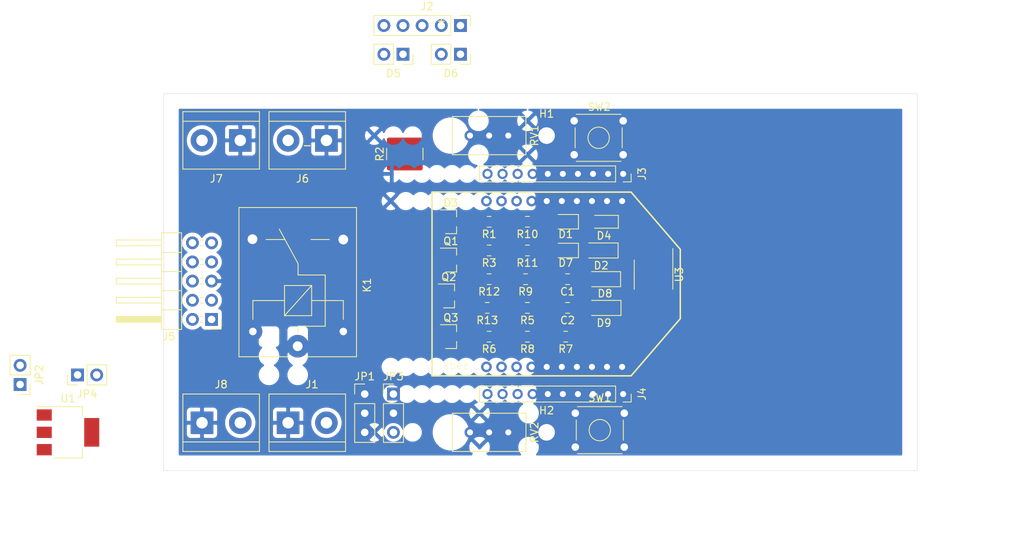
<source format=kicad_pcb>
(kicad_pcb (version 20171130) (host pcbnew 5.1.3-ffb9f22~84~ubuntu18.04.1)

  (general
    (thickness 1.6)
    (drawings 21)
    (tracks 2)
    (zones 0)
    (modules 48)
    (nets 47)
  )

  (page A4)
  (layers
    (0 F.Cu signal)
    (31 B.Cu signal)
    (32 B.Adhes user hide)
    (33 F.Adhes user hide)
    (34 B.Paste user hide)
    (35 F.Paste user hide)
    (36 B.SilkS user)
    (37 F.SilkS user)
    (38 B.Mask user hide)
    (39 F.Mask user hide)
    (40 Dwgs.User user hide)
    (41 Cmts.User user)
    (42 Eco1.User user)
    (43 Eco2.User user hide)
    (44 Edge.Cuts user)
    (45 Margin user)
    (46 B.CrtYd user hide)
    (47 F.CrtYd user hide)
    (48 B.Fab user hide)
    (49 F.Fab user hide)
  )

  (setup
    (last_trace_width 0.25)
    (user_trace_width 0.25)
    (user_trace_width 0.254)
    (user_trace_width 0.5)
    (user_trace_width 0.635)
    (user_trace_width 1)
    (user_trace_width 1.27)
    (trace_clearance 0.2)
    (zone_clearance 0.508)
    (zone_45_only no)
    (trace_min 0.2)
    (via_size 0.8)
    (via_drill 0.4)
    (via_min_size 0.4)
    (via_min_drill 0.3)
    (uvia_size 0.3)
    (uvia_drill 0.1)
    (uvias_allowed no)
    (uvia_min_size 0.2)
    (uvia_min_drill 0.1)
    (edge_width 0.05)
    (segment_width 0.2)
    (pcb_text_width 0.3)
    (pcb_text_size 1.5 1.5)
    (mod_edge_width 0.12)
    (mod_text_size 1 1)
    (mod_text_width 0.15)
    (pad_size 1.524 1.524)
    (pad_drill 0.762)
    (pad_to_mask_clearance 0.051)
    (solder_mask_min_width 0.25)
    (aux_axis_origin 0 0)
    (visible_elements 7FFFF7FF)
    (pcbplotparams
      (layerselection 0x010fc_ffffffff)
      (usegerberextensions false)
      (usegerberattributes false)
      (usegerberadvancedattributes false)
      (creategerberjobfile false)
      (excludeedgelayer true)
      (linewidth 0.100000)
      (plotframeref false)
      (viasonmask false)
      (mode 1)
      (useauxorigin false)
      (hpglpennumber 1)
      (hpglpenspeed 20)
      (hpglpendiameter 15.000000)
      (psnegative false)
      (psa4output false)
      (plotreference true)
      (plotvalue true)
      (plotinvisibletext false)
      (padsonsilk false)
      (subtractmaskfromsilk false)
      (outputformat 1)
      (mirror false)
      (drillshape 1)
      (scaleselection 1)
      (outputdirectory ""))
  )

  (net 0 "")
  (net 1 +12V)
  (net 2 GNDREF)
  (net 3 +3V3)
  (net 4 "Net-(D1-Pad2)")
  (net 5 "Net-(D3-Pad1)")
  (net 6 "Net-(D5-Pad2)")
  (net 7 "Net-(D6-Pad2)")
  (net 8 "Net-(D7-Pad2)")
  (net 9 /RXD)
  (net 10 /TXD)
  (net 11 /DSR-DIO12)
  (net 12 /RST)
  (net 13 /RSSI)
  (net 14 /DIO11)
  (net 15 "Net-(J3-Pad8)")
  (net 16 /DTR-DIO8)
  (net 17 /DIO4)
  (net 18 /CTS)
  (net 19 /DIO9)
  (net 20 "Net-(J4-Pad7)")
  (net 21 /Assoc.)
  (net 22 /RTS)
  (net 23 /DIO3)
  (net 24 /DIO2)
  (net 25 /DIO1)
  (net 26 /Comm.)
  (net 27 "Net-(J5-Pad1)")
  (net 28 "Net-(J5-Pad6)")
  (net 29 /EstadoBatería)
  (net 30 "Net-(U2-Pad14)")
  (net 31 "Net-(K1-Pad4)")
  (net 32 /DIO2-Entrada)
  (net 33 /DIO2-Salida)
  (net 34 "Net-(Q1-Pad1)")
  (net 35 "Net-(Q2-Pad1)")
  (net 36 /Bobina)
  (net 37 /Salida-Rele)
  (net 38 /LED-Assoc-RSSI)
  (net 39 /Bat-DIO4)
  (net 40 /Vin+)
  (net 41 /Bat+)
  (net 42 "Net-(H1-Pad1)")
  (net 43 "Net-(H2-Pad1)")
  (net 44 /CargaBatería)
  (net 45 "Net-(D2-Pad2)")
  (net 46 "Net-(D2-Pad1)")

  (net_class Default "This is the default net class."
    (clearance 0.2)
    (trace_width 0.25)
    (via_dia 0.8)
    (via_drill 0.4)
    (uvia_dia 0.3)
    (uvia_drill 0.1)
    (add_net +12V)
    (add_net +3V3)
    (add_net /Assoc.)
    (add_net /Bat+)
    (add_net /Bat-DIO4)
    (add_net /Bobina)
    (add_net /CTS)
    (add_net /CargaBatería)
    (add_net /Comm.)
    (add_net /DIO1)
    (add_net /DIO11)
    (add_net /DIO2)
    (add_net /DIO2-Entrada)
    (add_net /DIO2-Salida)
    (add_net /DIO3)
    (add_net /DIO4)
    (add_net /DIO9)
    (add_net /DSR-DIO12)
    (add_net /DTR-DIO8)
    (add_net /EstadoBatería)
    (add_net /LED-Assoc-RSSI)
    (add_net /RSSI)
    (add_net /RST)
    (add_net /RTS)
    (add_net /RXD)
    (add_net /Salida-Rele)
    (add_net /TXD)
    (add_net /Vin+)
    (add_net GNDREF)
    (add_net "Net-(D1-Pad2)")
    (add_net "Net-(D2-Pad1)")
    (add_net "Net-(D2-Pad2)")
    (add_net "Net-(D3-Pad1)")
    (add_net "Net-(D5-Pad2)")
    (add_net "Net-(D6-Pad2)")
    (add_net "Net-(D7-Pad2)")
    (add_net "Net-(H1-Pad1)")
    (add_net "Net-(H2-Pad1)")
    (add_net "Net-(J3-Pad8)")
    (add_net "Net-(J4-Pad7)")
    (add_net "Net-(J5-Pad1)")
    (add_net "Net-(J5-Pad6)")
    (add_net "Net-(K1-Pad4)")
    (add_net "Net-(Q1-Pad1)")
    (add_net "Net-(Q2-Pad1)")
    (add_net "Net-(U2-Pad14)")
  )

  (module Resistor_SMD:R_1218_3246Metric_Pad1.22x4.75mm_HandSolder (layer F.Cu) (tedit 5B341556) (tstamp 5D94F42F)
    (at 112 38 90)
    (descr "Resistor SMD 1218 (3246 Metric), square (rectangular) end terminal, IPC_7351 nominal with elongated pad for handsoldering. (Body size source: https://www.vishay.com/docs/20035/dcrcwe3.pdf), generated with kicad-footprint-generator")
    (tags "resistor handsolder")
    (path /5DFE9EC8/5D95A68D)
    (attr smd)
    (fp_text reference R2 (at 0 -3.32 90) (layer F.SilkS)
      (effects (font (size 1 1) (thickness 0.15)))
    )
    (fp_text value 100 (at 0 3.32 90) (layer F.Fab)
      (effects (font (size 1 1) (thickness 0.15)))
    )
    (fp_text user %R (at 0 0 90) (layer F.Fab)
      (effects (font (size 0.8 0.8) (thickness 0.12)))
    )
    (fp_line (start 2.42 2.62) (end -2.42 2.62) (layer F.CrtYd) (width 0.05))
    (fp_line (start 2.42 -2.62) (end 2.42 2.62) (layer F.CrtYd) (width 0.05))
    (fp_line (start -2.42 -2.62) (end 2.42 -2.62) (layer F.CrtYd) (width 0.05))
    (fp_line (start -2.42 2.62) (end -2.42 -2.62) (layer F.CrtYd) (width 0.05))
    (fp_line (start -0.777064 2.41) (end 0.777064 2.41) (layer F.SilkS) (width 0.12))
    (fp_line (start -0.777064 -2.41) (end 0.777064 -2.41) (layer F.SilkS) (width 0.12))
    (fp_line (start 1.6 2.3) (end -1.6 2.3) (layer F.Fab) (width 0.1))
    (fp_line (start 1.6 -2.3) (end 1.6 2.3) (layer F.Fab) (width 0.1))
    (fp_line (start -1.6 -2.3) (end 1.6 -2.3) (layer F.Fab) (width 0.1))
    (fp_line (start -1.6 2.3) (end -1.6 -2.3) (layer F.Fab) (width 0.1))
    (pad 2 smd roundrect (at 1.5625 0 90) (size 1.225 4.75) (layers F.Cu F.Paste F.Mask) (roundrect_rratio 0.204082)
      (net 41 /Bat+))
    (pad 1 smd roundrect (at -1.5625 0 90) (size 1.225 4.75) (layers F.Cu F.Paste F.Mask) (roundrect_rratio 0.204082)
      (net 46 "Net-(D2-Pad1)"))
    (model ${KISYS3DMOD}/Resistor_SMD.3dshapes/R_1218_3246Metric.wrl
      (at (xyz 0 0 0))
      (scale (xyz 1 1 1))
      (rotate (xyz 0 0 0))
    )
  )

  (module Connector_PinSocket_2.00mm:PinSocket_1x10_P2.00mm_Vertical (layer F.Cu) (tedit 5A19A430) (tstamp 5D423DF3)
    (at 140.97 69.85 270)
    (descr "Through hole straight socket strip, 1x10, 2.00mm pitch, single row (from Kicad 4.0.7), script generated")
    (tags "Through hole socket strip THT 1x10 2.00mm single row")
    (path /5C1B916F)
    (fp_text reference J4 (at 0 -2.5 90) (layer F.SilkS)
      (effects (font (size 1 1) (thickness 0.15)))
    )
    (fp_text value "Pines 2" (at 0 20.5 90) (layer F.Fab)
      (effects (font (size 1 1) (thickness 0.15)))
    )
    (fp_text user %R (at 0 9) (layer F.Fab)
      (effects (font (size 1 1) (thickness 0.15)))
    )
    (fp_line (start -1.5 19.5) (end -1.5 -1.5) (layer F.CrtYd) (width 0.05))
    (fp_line (start 1.5 19.5) (end -1.5 19.5) (layer F.CrtYd) (width 0.05))
    (fp_line (start 1.5 -1.5) (end 1.5 19.5) (layer F.CrtYd) (width 0.05))
    (fp_line (start -1.5 -1.5) (end 1.5 -1.5) (layer F.CrtYd) (width 0.05))
    (fp_line (start 0 -1.06) (end 1.06 -1.06) (layer F.SilkS) (width 0.12))
    (fp_line (start 1.06 -1.06) (end 1.06 0) (layer F.SilkS) (width 0.12))
    (fp_line (start 1.06 1) (end 1.06 19.06) (layer F.SilkS) (width 0.12))
    (fp_line (start -1.06 19.06) (end 1.06 19.06) (layer F.SilkS) (width 0.12))
    (fp_line (start -1.06 1) (end -1.06 19.06) (layer F.SilkS) (width 0.12))
    (fp_line (start -1.06 1) (end 1.06 1) (layer F.SilkS) (width 0.12))
    (fp_line (start -1 19) (end -1 -1) (layer F.Fab) (width 0.1))
    (fp_line (start 1 19) (end -1 19) (layer F.Fab) (width 0.1))
    (fp_line (start 1 -0.5) (end 1 19) (layer F.Fab) (width 0.1))
    (fp_line (start 0.5 -1) (end 1 -0.5) (layer F.Fab) (width 0.1))
    (fp_line (start -1 -1) (end 0.5 -1) (layer F.Fab) (width 0.1))
    (pad 10 thru_hole oval (at 0 18 270) (size 1.35 1.35) (drill 0.8) (layers *.Cu *.Mask)
      (net 17 /DIO4))
    (pad 9 thru_hole oval (at 0 16 270) (size 1.35 1.35) (drill 0.8) (layers *.Cu *.Mask)
      (net 18 /CTS))
    (pad 8 thru_hole oval (at 0 14 270) (size 1.35 1.35) (drill 0.8) (layers *.Cu *.Mask)
      (net 19 /DIO9))
    (pad 7 thru_hole oval (at 0 12 270) (size 1.35 1.35) (drill 0.8) (layers *.Cu *.Mask)
      (net 20 "Net-(J4-Pad7)"))
    (pad 6 thru_hole oval (at 0 10 270) (size 1.35 1.35) (drill 0.8) (layers *.Cu *.Mask)
      (net 21 /Assoc.))
    (pad 5 thru_hole oval (at 0 8 270) (size 1.35 1.35) (drill 0.8) (layers *.Cu *.Mask)
      (net 22 /RTS))
    (pad 4 thru_hole oval (at 0 6 270) (size 1.35 1.35) (drill 0.8) (layers *.Cu *.Mask)
      (net 23 /DIO3))
    (pad 3 thru_hole oval (at 0 4 270) (size 1.35 1.35) (drill 0.8) (layers *.Cu *.Mask)
      (net 24 /DIO2))
    (pad 2 thru_hole oval (at 0 2 270) (size 1.35 1.35) (drill 0.8) (layers *.Cu *.Mask)
      (net 25 /DIO1))
    (pad 1 thru_hole rect (at 0 0 270) (size 1.35 1.35) (drill 0.8) (layers *.Cu *.Mask)
      (net 26 /Comm.))
    (model ${KISYS3DMOD}/Connector_PinSocket_2.00mm.3dshapes/PinSocket_1x10_P2.00mm_Vertical.wrl
      (at (xyz 0 0 0))
      (scale (xyz 1 1 1))
      (rotate (xyz 0 0 0))
    )
  )

  (module Connector_PinSocket_2.00mm:PinSocket_1x10_P2.00mm_Vertical (layer F.Cu) (tedit 5A19A430) (tstamp 5D423DD5)
    (at 140.97 40.64 270)
    (descr "Through hole straight socket strip, 1x10, 2.00mm pitch, single row (from Kicad 4.0.7), script generated")
    (tags "Through hole socket strip THT 1x10 2.00mm single row")
    (path /5C1B8F13)
    (fp_text reference J3 (at 0 -2.5 90) (layer F.SilkS)
      (effects (font (size 1 1) (thickness 0.15)))
    )
    (fp_text value "Pines 1" (at 0 20.5 90) (layer F.Fab)
      (effects (font (size 1 1) (thickness 0.15)))
    )
    (fp_text user %R (at 0 9) (layer F.Fab)
      (effects (font (size 1 1) (thickness 0.15)))
    )
    (fp_line (start -1.5 19.5) (end -1.5 -1.5) (layer F.CrtYd) (width 0.05))
    (fp_line (start 1.5 19.5) (end -1.5 19.5) (layer F.CrtYd) (width 0.05))
    (fp_line (start 1.5 -1.5) (end 1.5 19.5) (layer F.CrtYd) (width 0.05))
    (fp_line (start -1.5 -1.5) (end 1.5 -1.5) (layer F.CrtYd) (width 0.05))
    (fp_line (start 0 -1.06) (end 1.06 -1.06) (layer F.SilkS) (width 0.12))
    (fp_line (start 1.06 -1.06) (end 1.06 0) (layer F.SilkS) (width 0.12))
    (fp_line (start 1.06 1) (end 1.06 19.06) (layer F.SilkS) (width 0.12))
    (fp_line (start -1.06 19.06) (end 1.06 19.06) (layer F.SilkS) (width 0.12))
    (fp_line (start -1.06 1) (end -1.06 19.06) (layer F.SilkS) (width 0.12))
    (fp_line (start -1.06 1) (end 1.06 1) (layer F.SilkS) (width 0.12))
    (fp_line (start -1 19) (end -1 -1) (layer F.Fab) (width 0.1))
    (fp_line (start 1 19) (end -1 19) (layer F.Fab) (width 0.1))
    (fp_line (start 1 -0.5) (end 1 19) (layer F.Fab) (width 0.1))
    (fp_line (start 0.5 -1) (end 1 -0.5) (layer F.Fab) (width 0.1))
    (fp_line (start -1 -1) (end 0.5 -1) (layer F.Fab) (width 0.1))
    (pad 10 thru_hole oval (at 0 18 270) (size 1.35 1.35) (drill 0.8) (layers *.Cu *.Mask)
      (net 2 GNDREF))
    (pad 9 thru_hole oval (at 0 16 270) (size 1.35 1.35) (drill 0.8) (layers *.Cu *.Mask)
      (net 16 /DTR-DIO8))
    (pad 8 thru_hole oval (at 0 14 270) (size 1.35 1.35) (drill 0.8) (layers *.Cu *.Mask)
      (net 15 "Net-(J3-Pad8)"))
    (pad 7 thru_hole oval (at 0 12 270) (size 1.35 1.35) (drill 0.8) (layers *.Cu *.Mask)
      (net 14 /DIO11))
    (pad 6 thru_hole oval (at 0 10 270) (size 1.35 1.35) (drill 0.8) (layers *.Cu *.Mask)
      (net 13 /RSSI))
    (pad 5 thru_hole oval (at 0 8 270) (size 1.35 1.35) (drill 0.8) (layers *.Cu *.Mask)
      (net 12 /RST))
    (pad 4 thru_hole oval (at 0 6 270) (size 1.35 1.35) (drill 0.8) (layers *.Cu *.Mask)
      (net 11 /DSR-DIO12))
    (pad 3 thru_hole oval (at 0 4 270) (size 1.35 1.35) (drill 0.8) (layers *.Cu *.Mask)
      (net 10 /TXD))
    (pad 2 thru_hole oval (at 0 2 270) (size 1.35 1.35) (drill 0.8) (layers *.Cu *.Mask)
      (net 9 /RXD))
    (pad 1 thru_hole rect (at 0 0 270) (size 1.35 1.35) (drill 0.8) (layers *.Cu *.Mask)
      (net 3 +3V3))
    (model ${KISYS3DMOD}/Connector_PinSocket_2.00mm.3dshapes/PinSocket_1x10_P2.00mm_Vertical.wrl
      (at (xyz 0 0 0))
      (scale (xyz 1 1 1))
      (rotate (xyz 0 0 0))
    )
  )

  (module Capacitor_SMD:C_0805_2012Metric_Pad1.15x1.40mm_HandSolder (layer F.Cu) (tedit 5B36C52B) (tstamp 5D7264C9)
    (at 133.595 58.42 180)
    (descr "Capacitor SMD 0805 (2012 Metric), square (rectangular) end terminal, IPC_7351 nominal with elongated pad for handsoldering. (Body size source: https://docs.google.com/spreadsheets/d/1BsfQQcO9C6DZCsRaXUlFlo91Tg2WpOkGARC1WS5S8t0/edit?usp=sharing), generated with kicad-footprint-generator")
    (tags "capacitor handsolder")
    (path /5DFE9EC8/5E017884)
    (attr smd)
    (fp_text reference C2 (at 0 -1.65) (layer F.SilkS)
      (effects (font (size 1 1) (thickness 0.15)))
    )
    (fp_text value 1u (at 0 1.65) (layer F.Fab)
      (effects (font (size 1 1) (thickness 0.15)))
    )
    (fp_text user %R (at 0 0) (layer F.Fab)
      (effects (font (size 0.5 0.5) (thickness 0.08)))
    )
    (fp_line (start 1.85 0.95) (end -1.85 0.95) (layer F.CrtYd) (width 0.05))
    (fp_line (start 1.85 -0.95) (end 1.85 0.95) (layer F.CrtYd) (width 0.05))
    (fp_line (start -1.85 -0.95) (end 1.85 -0.95) (layer F.CrtYd) (width 0.05))
    (fp_line (start -1.85 0.95) (end -1.85 -0.95) (layer F.CrtYd) (width 0.05))
    (fp_line (start -0.261252 0.71) (end 0.261252 0.71) (layer F.SilkS) (width 0.12))
    (fp_line (start -0.261252 -0.71) (end 0.261252 -0.71) (layer F.SilkS) (width 0.12))
    (fp_line (start 1 0.6) (end -1 0.6) (layer F.Fab) (width 0.1))
    (fp_line (start 1 -0.6) (end 1 0.6) (layer F.Fab) (width 0.1))
    (fp_line (start -1 -0.6) (end 1 -0.6) (layer F.Fab) (width 0.1))
    (fp_line (start -1 0.6) (end -1 -0.6) (layer F.Fab) (width 0.1))
    (pad 2 smd roundrect (at 1.025 0 180) (size 1.15 1.4) (layers F.Cu F.Paste F.Mask) (roundrect_rratio 0.217391)
      (net 2 GNDREF))
    (pad 1 smd roundrect (at -1.025 0 180) (size 1.15 1.4) (layers F.Cu F.Paste F.Mask) (roundrect_rratio 0.217391)
      (net 3 +3V3))
    (model ${KISYS3DMOD}/Capacitor_SMD.3dshapes/C_0805_2012Metric.wrl
      (at (xyz 0 0 0))
      (scale (xyz 1 1 1))
      (rotate (xyz 0 0 0))
    )
  )

  (module Capacitor_SMD:C_0805_2012Metric_Pad1.15x1.40mm_HandSolder (layer F.Cu) (tedit 5B36C52B) (tstamp 5D953B6B)
    (at 133.595 54.61 180)
    (descr "Capacitor SMD 0805 (2012 Metric), square (rectangular) end terminal, IPC_7351 nominal with elongated pad for handsoldering. (Body size source: https://docs.google.com/spreadsheets/d/1BsfQQcO9C6DZCsRaXUlFlo91Tg2WpOkGARC1WS5S8t0/edit?usp=sharing), generated with kicad-footprint-generator")
    (tags "capacitor handsolder")
    (path /5DFE9EC8/5E01787E)
    (attr smd)
    (fp_text reference C1 (at 0 -1.65) (layer F.SilkS)
      (effects (font (size 1 1) (thickness 0.15)))
    )
    (fp_text value 1u (at 0 1.65) (layer F.Fab)
      (effects (font (size 1 1) (thickness 0.15)))
    )
    (fp_text user %R (at 0 0) (layer F.Fab)
      (effects (font (size 0.5 0.5) (thickness 0.08)))
    )
    (fp_line (start 1.85 0.95) (end -1.85 0.95) (layer F.CrtYd) (width 0.05))
    (fp_line (start 1.85 -0.95) (end 1.85 0.95) (layer F.CrtYd) (width 0.05))
    (fp_line (start -1.85 -0.95) (end 1.85 -0.95) (layer F.CrtYd) (width 0.05))
    (fp_line (start -1.85 0.95) (end -1.85 -0.95) (layer F.CrtYd) (width 0.05))
    (fp_line (start -0.261252 0.71) (end 0.261252 0.71) (layer F.SilkS) (width 0.12))
    (fp_line (start -0.261252 -0.71) (end 0.261252 -0.71) (layer F.SilkS) (width 0.12))
    (fp_line (start 1 0.6) (end -1 0.6) (layer F.Fab) (width 0.1))
    (fp_line (start 1 -0.6) (end 1 0.6) (layer F.Fab) (width 0.1))
    (fp_line (start -1 -0.6) (end 1 -0.6) (layer F.Fab) (width 0.1))
    (fp_line (start -1 0.6) (end -1 -0.6) (layer F.Fab) (width 0.1))
    (pad 2 smd roundrect (at 1.025 0 180) (size 1.15 1.4) (layers F.Cu F.Paste F.Mask) (roundrect_rratio 0.217391)
      (net 2 GNDREF))
    (pad 1 smd roundrect (at -1.025 0 180) (size 1.15 1.4) (layers F.Cu F.Paste F.Mask) (roundrect_rratio 0.217391)
      (net 1 +12V))
    (model ${KISYS3DMOD}/Capacitor_SMD.3dshapes/C_0805_2012Metric.wrl
      (at (xyz 0 0 0))
      (scale (xyz 1 1 1))
      (rotate (xyz 0 0 0))
    )
  )

  (module Package_TO_SOT_SMD:SOT-23 (layer F.Cu) (tedit 5A02FF57) (tstamp 5D95490A)
    (at 118.11 62.23)
    (descr "SOT-23, Standard")
    (tags SOT-23)
    (path /5DFE9EC8/5D9BD611)
    (attr smd)
    (fp_text reference Q3 (at 0 -2.5) (layer F.SilkS)
      (effects (font (size 1 1) (thickness 0.15)))
    )
    (fp_text value DMP3099L-7 (at 0 2.5) (layer F.Fab)
      (effects (font (size 1 1) (thickness 0.15)))
    )
    (fp_line (start 0.76 1.58) (end -0.7 1.58) (layer F.SilkS) (width 0.12))
    (fp_line (start 0.76 -1.58) (end -1.4 -1.58) (layer F.SilkS) (width 0.12))
    (fp_line (start -1.7 1.75) (end -1.7 -1.75) (layer F.CrtYd) (width 0.05))
    (fp_line (start 1.7 1.75) (end -1.7 1.75) (layer F.CrtYd) (width 0.05))
    (fp_line (start 1.7 -1.75) (end 1.7 1.75) (layer F.CrtYd) (width 0.05))
    (fp_line (start -1.7 -1.75) (end 1.7 -1.75) (layer F.CrtYd) (width 0.05))
    (fp_line (start 0.76 -1.58) (end 0.76 -0.65) (layer F.SilkS) (width 0.12))
    (fp_line (start 0.76 1.58) (end 0.76 0.65) (layer F.SilkS) (width 0.12))
    (fp_line (start -0.7 1.52) (end 0.7 1.52) (layer F.Fab) (width 0.1))
    (fp_line (start 0.7 -1.52) (end 0.7 1.52) (layer F.Fab) (width 0.1))
    (fp_line (start -0.7 -0.95) (end -0.15 -1.52) (layer F.Fab) (width 0.1))
    (fp_line (start -0.15 -1.52) (end 0.7 -1.52) (layer F.Fab) (width 0.1))
    (fp_line (start -0.7 -0.95) (end -0.7 1.5) (layer F.Fab) (width 0.1))
    (fp_text user %R (at 0 0 90) (layer F.Fab)
      (effects (font (size 0.5 0.5) (thickness 0.075)))
    )
    (pad 3 smd rect (at 1 0) (size 0.9 0.8) (layers F.Cu F.Paste F.Mask)
      (net 45 "Net-(D2-Pad2)"))
    (pad 2 smd rect (at -1 0.95) (size 0.9 0.8) (layers F.Cu F.Paste F.Mask)
      (net 40 /Vin+))
    (pad 1 smd rect (at -1 -0.95) (size 0.9 0.8) (layers F.Cu F.Paste F.Mask)
      (net 44 /CargaBatería))
    (model ${KISYS3DMOD}/Package_TO_SOT_SMD.3dshapes/SOT-23.wrl
      (at (xyz 0 0 0))
      (scale (xyz 1 1 1))
      (rotate (xyz 0 0 0))
    )
  )

  (module Resistor_SMD:R_0805_2012Metric_Pad1.15x1.40mm_HandSolder (layer F.Cu) (tedit 5B36C52B) (tstamp 5D94F440)
    (at 123.19 50.8 180)
    (descr "Resistor SMD 0805 (2012 Metric), square (rectangular) end terminal, IPC_7351 nominal with elongated pad for handsoldering. (Body size source: https://docs.google.com/spreadsheets/d/1BsfQQcO9C6DZCsRaXUlFlo91Tg2WpOkGARC1WS5S8t0/edit?usp=sharing), generated with kicad-footprint-generator")
    (tags "resistor handsolder")
    (path /5DFE9EC8/5D9533C4)
    (attr smd)
    (fp_text reference R3 (at 0 -1.65) (layer F.SilkS)
      (effects (font (size 1 1) (thickness 0.15)))
    )
    (fp_text value 10k (at 0 1.65) (layer F.Fab)
      (effects (font (size 1 1) (thickness 0.15)))
    )
    (fp_text user %R (at 0 0) (layer F.Fab)
      (effects (font (size 0.5 0.5) (thickness 0.08)))
    )
    (fp_line (start 1.85 0.95) (end -1.85 0.95) (layer F.CrtYd) (width 0.05))
    (fp_line (start 1.85 -0.95) (end 1.85 0.95) (layer F.CrtYd) (width 0.05))
    (fp_line (start -1.85 -0.95) (end 1.85 -0.95) (layer F.CrtYd) (width 0.05))
    (fp_line (start -1.85 0.95) (end -1.85 -0.95) (layer F.CrtYd) (width 0.05))
    (fp_line (start -0.261252 0.71) (end 0.261252 0.71) (layer F.SilkS) (width 0.12))
    (fp_line (start -0.261252 -0.71) (end 0.261252 -0.71) (layer F.SilkS) (width 0.12))
    (fp_line (start 1 0.6) (end -1 0.6) (layer F.Fab) (width 0.1))
    (fp_line (start 1 -0.6) (end 1 0.6) (layer F.Fab) (width 0.1))
    (fp_line (start -1 -0.6) (end 1 -0.6) (layer F.Fab) (width 0.1))
    (fp_line (start -1 0.6) (end -1 -0.6) (layer F.Fab) (width 0.1))
    (pad 2 smd roundrect (at 1.025 0 180) (size 1.15 1.4) (layers F.Cu F.Paste F.Mask) (roundrect_rratio 0.217391)
      (net 44 /CargaBatería))
    (pad 1 smd roundrect (at -1.025 0 180) (size 1.15 1.4) (layers F.Cu F.Paste F.Mask) (roundrect_rratio 0.217391)
      (net 40 /Vin+))
    (model ${KISYS3DMOD}/Resistor_SMD.3dshapes/R_0805_2012Metric.wrl
      (at (xyz 0 0 0))
      (scale (xyz 1 1 1))
      (rotate (xyz 0 0 0))
    )
  )

  (module MountingHole:MountingHole_2.2mm_M2_DIN965_Pad (layer F.Cu) (tedit 56D1B4CB) (tstamp 5D94F08A)
    (at 130.81 74.93)
    (descr "Mounting Hole 2.2mm, M2, DIN965")
    (tags "mounting hole 2.2mm m2 din965")
    (path /5DAA430F)
    (attr virtual)
    (fp_text reference H2 (at 0 -2.9) (layer F.SilkS)
      (effects (font (size 1 1) (thickness 0.15)))
    )
    (fp_text value PoteEstado (at 0 2.9) (layer F.Fab)
      (effects (font (size 1 1) (thickness 0.15)))
    )
    (fp_circle (center 0 0) (end 2.15 0) (layer F.CrtYd) (width 0.05))
    (fp_circle (center 0 0) (end 1.9 0) (layer Cmts.User) (width 0.15))
    (fp_text user %R (at 0.3 0) (layer F.Fab)
      (effects (font (size 1 1) (thickness 0.15)))
    )
    (pad 1 thru_hole circle (at 0 0) (size 3.8 3.8) (drill 2.2) (layers *.Cu *.Mask)
      (net 43 "Net-(H2-Pad1)"))
  )

  (module MountingHole:MountingHole_2.2mm_M2_DIN965_Pad (layer F.Cu) (tedit 56D1B4CB) (tstamp 5D94F082)
    (at 130.81 35.56)
    (descr "Mounting Hole 2.2mm, M2, DIN965")
    (tags "mounting hole 2.2mm m2 din965")
    (path /5DAA1303)
    (attr virtual)
    (fp_text reference H1 (at 0 -2.9) (layer F.SilkS)
      (effects (font (size 1 1) (thickness 0.15)))
    )
    (fp_text value PoteCarga (at 0 2.9) (layer F.Fab)
      (effects (font (size 1 1) (thickness 0.15)))
    )
    (fp_circle (center 0 0) (end 2.15 0) (layer F.CrtYd) (width 0.05))
    (fp_circle (center 0 0) (end 1.9 0) (layer Cmts.User) (width 0.15))
    (fp_text user %R (at 0.3 0) (layer F.Fab)
      (effects (font (size 1 1) (thickness 0.15)))
    )
    (pad 1 thru_hole circle (at 0 0) (size 3.8 3.8) (drill 2.2) (layers *.Cu *.Mask)
      (net 42 "Net-(H1-Pad1)"))
  )

  (module Diode_SMD:D_SOD-123 (layer F.Cu) (tedit 58645DC7) (tstamp 5D94F07A)
    (at 138.43 58.42 180)
    (descr SOD-123)
    (tags SOD-123)
    (path /5DFE9EC8/5D9575F1)
    (attr smd)
    (fp_text reference D9 (at 0 -2) (layer F.SilkS)
      (effects (font (size 1 1) (thickness 0.15)))
    )
    (fp_text value DSU24 (at 0 2.1) (layer F.Fab)
      (effects (font (size 1 1) (thickness 0.15)))
    )
    (fp_line (start -2.25 -1) (end 1.65 -1) (layer F.SilkS) (width 0.12))
    (fp_line (start -2.25 1) (end 1.65 1) (layer F.SilkS) (width 0.12))
    (fp_line (start -2.35 -1.15) (end -2.35 1.15) (layer F.CrtYd) (width 0.05))
    (fp_line (start 2.35 1.15) (end -2.35 1.15) (layer F.CrtYd) (width 0.05))
    (fp_line (start 2.35 -1.15) (end 2.35 1.15) (layer F.CrtYd) (width 0.05))
    (fp_line (start -2.35 -1.15) (end 2.35 -1.15) (layer F.CrtYd) (width 0.05))
    (fp_line (start -1.4 -0.9) (end 1.4 -0.9) (layer F.Fab) (width 0.1))
    (fp_line (start 1.4 -0.9) (end 1.4 0.9) (layer F.Fab) (width 0.1))
    (fp_line (start 1.4 0.9) (end -1.4 0.9) (layer F.Fab) (width 0.1))
    (fp_line (start -1.4 0.9) (end -1.4 -0.9) (layer F.Fab) (width 0.1))
    (fp_line (start -0.75 0) (end -0.35 0) (layer F.Fab) (width 0.1))
    (fp_line (start -0.35 0) (end -0.35 -0.55) (layer F.Fab) (width 0.1))
    (fp_line (start -0.35 0) (end -0.35 0.55) (layer F.Fab) (width 0.1))
    (fp_line (start -0.35 0) (end 0.25 -0.4) (layer F.Fab) (width 0.1))
    (fp_line (start 0.25 -0.4) (end 0.25 0.4) (layer F.Fab) (width 0.1))
    (fp_line (start 0.25 0.4) (end -0.35 0) (layer F.Fab) (width 0.1))
    (fp_line (start 0.25 0) (end 0.75 0) (layer F.Fab) (width 0.1))
    (fp_line (start -2.25 -1) (end -2.25 1) (layer F.SilkS) (width 0.12))
    (fp_text user %R (at 0 -2) (layer F.Fab)
      (effects (font (size 1 1) (thickness 0.15)))
    )
    (pad 2 smd rect (at 1.65 0 180) (size 0.9 1.2) (layers F.Cu F.Paste F.Mask)
      (net 40 /Vin+))
    (pad 1 smd rect (at -1.65 0 180) (size 0.9 1.2) (layers F.Cu F.Paste F.Mask)
      (net 1 +12V))
    (model ${KISYS3DMOD}/Diode_SMD.3dshapes/D_SOD-123.wrl
      (at (xyz 0 0 0))
      (scale (xyz 1 1 1))
      (rotate (xyz 0 0 0))
    )
  )

  (module Diode_SMD:D_SOD-123F (layer F.Cu) (tedit 587F7769) (tstamp 5D94F061)
    (at 138.43 54.61 180)
    (descr D_SOD-123F)
    (tags D_SOD-123F)
    (path /5DFE9EC8/5D952EF8)
    (attr smd)
    (fp_text reference D8 (at -0.127 -1.905) (layer F.SilkS)
      (effects (font (size 1 1) (thickness 0.15)))
    )
    (fp_text value DSK26 (at 0 2.1) (layer F.Fab)
      (effects (font (size 1 1) (thickness 0.15)))
    )
    (fp_line (start -2.2 -1) (end 1.65 -1) (layer F.SilkS) (width 0.12))
    (fp_line (start -2.2 1) (end 1.65 1) (layer F.SilkS) (width 0.12))
    (fp_line (start -2.2 -1.15) (end -2.2 1.15) (layer F.CrtYd) (width 0.05))
    (fp_line (start 2.2 1.15) (end -2.2 1.15) (layer F.CrtYd) (width 0.05))
    (fp_line (start 2.2 -1.15) (end 2.2 1.15) (layer F.CrtYd) (width 0.05))
    (fp_line (start -2.2 -1.15) (end 2.2 -1.15) (layer F.CrtYd) (width 0.05))
    (fp_line (start -1.4 -0.9) (end 1.4 -0.9) (layer F.Fab) (width 0.1))
    (fp_line (start 1.4 -0.9) (end 1.4 0.9) (layer F.Fab) (width 0.1))
    (fp_line (start 1.4 0.9) (end -1.4 0.9) (layer F.Fab) (width 0.1))
    (fp_line (start -1.4 0.9) (end -1.4 -0.9) (layer F.Fab) (width 0.1))
    (fp_line (start -0.75 0) (end -0.35 0) (layer F.Fab) (width 0.1))
    (fp_line (start -0.35 0) (end -0.35 -0.55) (layer F.Fab) (width 0.1))
    (fp_line (start -0.35 0) (end -0.35 0.55) (layer F.Fab) (width 0.1))
    (fp_line (start -0.35 0) (end 0.25 -0.4) (layer F.Fab) (width 0.1))
    (fp_line (start 0.25 -0.4) (end 0.25 0.4) (layer F.Fab) (width 0.1))
    (fp_line (start 0.25 0.4) (end -0.35 0) (layer F.Fab) (width 0.1))
    (fp_line (start 0.25 0) (end 0.75 0) (layer F.Fab) (width 0.1))
    (fp_line (start -2.2 -1) (end -2.2 1) (layer F.SilkS) (width 0.12))
    (fp_text user %R (at -0.127 -1.905) (layer F.Fab)
      (effects (font (size 1 1) (thickness 0.15)))
    )
    (pad 2 smd rect (at 1.4 0 180) (size 1.1 1.1) (layers F.Cu F.Paste F.Mask)
      (net 41 /Bat+))
    (pad 1 smd rect (at -1.4 0 180) (size 1.1 1.1) (layers F.Cu F.Paste F.Mask)
      (net 1 +12V))
    (model ${KISYS3DMOD}/Diode_SMD.3dshapes/D_SOD-123F.wrl
      (at (xyz 0 0 0))
      (scale (xyz 1 1 1))
      (rotate (xyz 0 0 0))
    )
  )

  (module Diode_SMD:D_SOD-123 (layer F.Cu) (tedit 58645DC7) (tstamp 5D94EF87)
    (at 138.05 50.8 180)
    (descr SOD-123)
    (tags SOD-123)
    (path /5DFE9EC8/5D952A15)
    (attr smd)
    (fp_text reference D2 (at 0 -2) (layer F.SilkS)
      (effects (font (size 1 1) (thickness 0.15)))
    )
    (fp_text value DSU24 (at 0 2.1) (layer F.Fab)
      (effects (font (size 1 1) (thickness 0.15)))
    )
    (fp_line (start -2.25 -1) (end 1.65 -1) (layer F.SilkS) (width 0.12))
    (fp_line (start -2.25 1) (end 1.65 1) (layer F.SilkS) (width 0.12))
    (fp_line (start -2.35 -1.15) (end -2.35 1.15) (layer F.CrtYd) (width 0.05))
    (fp_line (start 2.35 1.15) (end -2.35 1.15) (layer F.CrtYd) (width 0.05))
    (fp_line (start 2.35 -1.15) (end 2.35 1.15) (layer F.CrtYd) (width 0.05))
    (fp_line (start -2.35 -1.15) (end 2.35 -1.15) (layer F.CrtYd) (width 0.05))
    (fp_line (start -1.4 -0.9) (end 1.4 -0.9) (layer F.Fab) (width 0.1))
    (fp_line (start 1.4 -0.9) (end 1.4 0.9) (layer F.Fab) (width 0.1))
    (fp_line (start 1.4 0.9) (end -1.4 0.9) (layer F.Fab) (width 0.1))
    (fp_line (start -1.4 0.9) (end -1.4 -0.9) (layer F.Fab) (width 0.1))
    (fp_line (start -0.75 0) (end -0.35 0) (layer F.Fab) (width 0.1))
    (fp_line (start -0.35 0) (end -0.35 -0.55) (layer F.Fab) (width 0.1))
    (fp_line (start -0.35 0) (end -0.35 0.55) (layer F.Fab) (width 0.1))
    (fp_line (start -0.35 0) (end 0.25 -0.4) (layer F.Fab) (width 0.1))
    (fp_line (start 0.25 -0.4) (end 0.25 0.4) (layer F.Fab) (width 0.1))
    (fp_line (start 0.25 0.4) (end -0.35 0) (layer F.Fab) (width 0.1))
    (fp_line (start 0.25 0) (end 0.75 0) (layer F.Fab) (width 0.1))
    (fp_line (start -2.25 -1) (end -2.25 1) (layer F.SilkS) (width 0.12))
    (fp_text user %R (at 0 -2) (layer F.Fab)
      (effects (font (size 1 1) (thickness 0.15)))
    )
    (pad 2 smd rect (at 1.65 0 180) (size 0.9 1.2) (layers F.Cu F.Paste F.Mask)
      (net 45 "Net-(D2-Pad2)"))
    (pad 1 smd rect (at -1.65 0 180) (size 0.9 1.2) (layers F.Cu F.Paste F.Mask)
      (net 46 "Net-(D2-Pad1)"))
    (model ${KISYS3DMOD}/Diode_SMD.3dshapes/D_SOD-123.wrl
      (at (xyz 0 0 0))
      (scale (xyz 1 1 1))
      (rotate (xyz 0 0 0))
    )
  )

  (module TerminalBlock:TerminalBlock_bornier-2_P5.08mm (layer F.Cu) (tedit 59FF03AB) (tstamp 5D8BF940)
    (at 85.09 73.66)
    (descr "simple 2-pin terminal block, pitch 5.08mm, revamped version of bornier2")
    (tags "terminal block bornier2")
    (path /5D8D1F40)
    (fp_text reference J8 (at 2.54 -5.08) (layer F.SilkS)
      (effects (font (size 1 1) (thickness 0.15)))
    )
    (fp_text value Batería (at 2.54 5.08) (layer F.Fab)
      (effects (font (size 1 1) (thickness 0.15)))
    )
    (fp_line (start 7.79 4) (end -2.71 4) (layer F.CrtYd) (width 0.05))
    (fp_line (start 7.79 4) (end 7.79 -4) (layer F.CrtYd) (width 0.05))
    (fp_line (start -2.71 -4) (end -2.71 4) (layer F.CrtYd) (width 0.05))
    (fp_line (start -2.71 -4) (end 7.79 -4) (layer F.CrtYd) (width 0.05))
    (fp_line (start -2.54 3.81) (end 7.62 3.81) (layer F.SilkS) (width 0.12))
    (fp_line (start -2.54 -3.81) (end -2.54 3.81) (layer F.SilkS) (width 0.12))
    (fp_line (start 7.62 -3.81) (end -2.54 -3.81) (layer F.SilkS) (width 0.12))
    (fp_line (start 7.62 3.81) (end 7.62 -3.81) (layer F.SilkS) (width 0.12))
    (fp_line (start 7.62 2.54) (end -2.54 2.54) (layer F.SilkS) (width 0.12))
    (fp_line (start 7.54 -3.75) (end -2.46 -3.75) (layer F.Fab) (width 0.1))
    (fp_line (start 7.54 3.75) (end 7.54 -3.75) (layer F.Fab) (width 0.1))
    (fp_line (start -2.46 3.75) (end 7.54 3.75) (layer F.Fab) (width 0.1))
    (fp_line (start -2.46 -3.75) (end -2.46 3.75) (layer F.Fab) (width 0.1))
    (fp_line (start -2.41 2.55) (end 7.49 2.55) (layer F.Fab) (width 0.1))
    (fp_text user %R (at 2.54 0) (layer F.Fab)
      (effects (font (size 1 1) (thickness 0.15)))
    )
    (pad 2 thru_hole circle (at 5.08 0) (size 3 3) (drill 1.52) (layers *.Cu *.Mask)
      (net 41 /Bat+))
    (pad 1 thru_hole rect (at 0 0) (size 3 3) (drill 1.52) (layers *.Cu *.Mask)
      (net 2 GNDREF))
    (model ${KISYS3DMOD}/TerminalBlock.3dshapes/TerminalBlock_bornier-2_P5.08mm.wrl
      (offset (xyz 2.539999961853027 0 0))
      (scale (xyz 1 1 1))
      (rotate (xyz 0 0 0))
    )
  )

  (module Package_TO_SOT_SMD:SOT-223-3_TabPin2 (layer F.Cu) (tedit 5A02FF57) (tstamp 5D726AF3)
    (at 67.31 74.93)
    (descr "module CMS SOT223 4 pins")
    (tags "CMS SOT")
    (path /5DFE9EC8/5E01789B)
    (attr smd)
    (fp_text reference U1 (at 0 -4.5) (layer F.SilkS)
      (effects (font (size 1 1) (thickness 0.15)))
    )
    (fp_text value AZ1117-3.3 (at 0 4.5) (layer F.Fab)
      (effects (font (size 1 1) (thickness 0.15)))
    )
    (fp_line (start 1.85 -3.35) (end 1.85 3.35) (layer F.Fab) (width 0.1))
    (fp_line (start -1.85 3.35) (end 1.85 3.35) (layer F.Fab) (width 0.1))
    (fp_line (start -4.1 -3.41) (end 1.91 -3.41) (layer F.SilkS) (width 0.12))
    (fp_line (start -0.85 -3.35) (end 1.85 -3.35) (layer F.Fab) (width 0.1))
    (fp_line (start -1.85 3.41) (end 1.91 3.41) (layer F.SilkS) (width 0.12))
    (fp_line (start -1.85 -2.35) (end -1.85 3.35) (layer F.Fab) (width 0.1))
    (fp_line (start -1.85 -2.35) (end -0.85 -3.35) (layer F.Fab) (width 0.1))
    (fp_line (start -4.4 -3.6) (end -4.4 3.6) (layer F.CrtYd) (width 0.05))
    (fp_line (start -4.4 3.6) (end 4.4 3.6) (layer F.CrtYd) (width 0.05))
    (fp_line (start 4.4 3.6) (end 4.4 -3.6) (layer F.CrtYd) (width 0.05))
    (fp_line (start 4.4 -3.6) (end -4.4 -3.6) (layer F.CrtYd) (width 0.05))
    (fp_line (start 1.91 -3.41) (end 1.91 -2.15) (layer F.SilkS) (width 0.12))
    (fp_line (start 1.91 3.41) (end 1.91 2.15) (layer F.SilkS) (width 0.12))
    (fp_text user %R (at 0 0 90) (layer F.Fab)
      (effects (font (size 0.8 0.8) (thickness 0.12)))
    )
    (pad 1 smd rect (at -3.15 -2.3) (size 2 1.5) (layers F.Cu F.Paste F.Mask)
      (net 2 GNDREF))
    (pad 3 smd rect (at -3.15 2.3) (size 2 1.5) (layers F.Cu F.Paste F.Mask)
      (net 1 +12V))
    (pad 2 smd rect (at -3.15 0) (size 2 1.5) (layers F.Cu F.Paste F.Mask)
      (net 3 +3V3))
    (pad 2 smd rect (at 3.15 0) (size 2 3.8) (layers F.Cu F.Paste F.Mask)
      (net 3 +3V3))
    (model ${KISYS3DMOD}/Package_TO_SOT_SMD.3dshapes/SOT-223.wrl
      (at (xyz 0 0 0))
      (scale (xyz 1 1 1))
      (rotate (xyz 0 0 0))
    )
  )

  (module Relay_THT:Relay_SPDT_SANYOU_SRD_Series_Form_C (layer F.Cu) (tedit 58FA3148) (tstamp 5D674D3E)
    (at 97.79 63.5 90)
    (descr "relay Sanyou SRD series Form C http://www.sanyourelay.ca/public/products/pdf/SRD.pdf")
    (tags "relay Sanyu SRD form C")
    (path /5D884156)
    (fp_text reference K1 (at 8.1 9.2 90) (layer F.SilkS)
      (effects (font (size 1 1) (thickness 0.15)))
    )
    (fp_text value SANYOU_SRD_Form_C (at 8 -9.6 90) (layer F.Fab)
      (effects (font (size 1 1) (thickness 0.15)))
    )
    (fp_line (start 8.05 1.85) (end 4.05 1.85) (layer F.SilkS) (width 0.12))
    (fp_line (start 8.05 -1.75) (end 8.05 1.85) (layer F.SilkS) (width 0.12))
    (fp_line (start 4.05 -1.75) (end 8.05 -1.75) (layer F.SilkS) (width 0.12))
    (fp_line (start 4.05 1.85) (end 4.05 -1.75) (layer F.SilkS) (width 0.12))
    (fp_line (start 8.05 1.85) (end 4.05 -1.75) (layer F.SilkS) (width 0.12))
    (fp_line (start 6.05 1.85) (end 6.05 6.05) (layer F.SilkS) (width 0.12))
    (fp_line (start 6.05 -5.95) (end 6.05 -1.75) (layer F.SilkS) (width 0.12))
    (fp_line (start 2.65 0.05) (end 2.65 3.65) (layer F.SilkS) (width 0.12))
    (fp_line (start 9.45 0.05) (end 9.45 3.65) (layer F.SilkS) (width 0.12))
    (fp_line (start 9.45 3.65) (end 2.65 3.65) (layer F.SilkS) (width 0.12))
    (fp_line (start 10.95 0.05) (end 15.55 -2.45) (layer F.SilkS) (width 0.12))
    (fp_line (start 9.45 0.05) (end 10.95 0.05) (layer F.SilkS) (width 0.12))
    (fp_line (start 6.05 -5.95) (end 3.55 -5.95) (layer F.SilkS) (width 0.12))
    (fp_line (start 2.65 0.05) (end 1.85 0.05) (layer F.SilkS) (width 0.12))
    (fp_line (start 3.55 6.05) (end 6.05 6.05) (layer F.SilkS) (width 0.12))
    (fp_line (start 14.15 -4.2) (end 14.15 -1.7) (layer F.SilkS) (width 0.12))
    (fp_line (start 14.15 4.2) (end 14.15 1.75) (layer F.SilkS) (width 0.12))
    (fp_line (start -1.55 7.95) (end 18.55 7.95) (layer F.CrtYd) (width 0.05))
    (fp_line (start 18.55 -7.95) (end 18.55 7.95) (layer F.CrtYd) (width 0.05))
    (fp_line (start -1.55 7.95) (end -1.55 -7.95) (layer F.CrtYd) (width 0.05))
    (fp_line (start 18.55 -7.95) (end -1.55 -7.95) (layer F.CrtYd) (width 0.05))
    (fp_text user %R (at 7.1 0.025 90) (layer F.Fab)
      (effects (font (size 1 1) (thickness 0.15)))
    )
    (fp_line (start -1.3 7.7) (end -1.3 -7.7) (layer F.Fab) (width 0.12))
    (fp_line (start 18.3 7.7) (end -1.3 7.7) (layer F.Fab) (width 0.12))
    (fp_line (start 18.3 -7.7) (end 18.3 7.7) (layer F.Fab) (width 0.12))
    (fp_line (start -1.3 -7.7) (end 18.3 -7.7) (layer F.Fab) (width 0.12))
    (fp_text user 1 (at 0 -2.3 90) (layer F.Fab)
      (effects (font (size 1 1) (thickness 0.15)))
    )
    (fp_line (start 18.4 7.8) (end -1.4 7.8) (layer F.SilkS) (width 0.12))
    (fp_line (start 18.4 -7.8) (end 18.4 7.8) (layer F.SilkS) (width 0.12))
    (fp_line (start -1.4 -7.8) (end 18.4 -7.8) (layer F.SilkS) (width 0.12))
    (fp_line (start -1.4 -7.8) (end -1.4 -1.2) (layer F.SilkS) (width 0.12))
    (fp_line (start -1.4 1.2) (end -1.4 7.8) (layer F.SilkS) (width 0.12))
    (pad 1 thru_hole circle (at 0 0 180) (size 3 3) (drill 1.3) (layers *.Cu *.Mask)
      (net 37 /Salida-Rele))
    (pad 5 thru_hole circle (at 1.95 -5.95 180) (size 2.5 2.5) (drill 1) (layers *.Cu *.Mask)
      (net 1 +12V))
    (pad 4 thru_hole circle (at 14.2 -6 180) (size 3 3) (drill 1.3) (layers *.Cu *.Mask)
      (net 31 "Net-(K1-Pad4)"))
    (pad 3 thru_hole circle (at 14.15 6.05 180) (size 3 3) (drill 1.3) (layers *.Cu *.Mask)
      (net 1 +12V))
    (pad 2 thru_hole circle (at 1.95 6.05 180) (size 2.5 2.5) (drill 1) (layers *.Cu *.Mask)
      (net 36 /Bobina))
    (model ${KISYS3DMOD}/Relay_THT.3dshapes/Relay_SPDT_SANYOU_SRD_Series_Form_C.wrl
      (at (xyz 0 0 0))
      (scale (xyz 1 1 1))
      (rotate (xyz 0 0 0))
    )
  )

  (module Diode_SMD:D_SOD-323_HandSoldering (layer F.Cu) (tedit 58641869) (tstamp 5D423D53)
    (at 138.43 46.99 180)
    (descr SOD-323)
    (tags SOD-323)
    (path /5C1AA185)
    (attr smd)
    (fp_text reference D4 (at 0 -1.85) (layer F.SilkS)
      (effects (font (size 1 1) (thickness 0.15)))
    )
    (fp_text value DSK26 (at 0.1 1.9) (layer F.Fab)
      (effects (font (size 1 1) (thickness 0.15)))
    )
    (fp_line (start -1.9 -0.85) (end 1.25 -0.85) (layer F.SilkS) (width 0.12))
    (fp_line (start -1.9 0.85) (end 1.25 0.85) (layer F.SilkS) (width 0.12))
    (fp_line (start -2 -0.95) (end -2 0.95) (layer F.CrtYd) (width 0.05))
    (fp_line (start -2 0.95) (end 2 0.95) (layer F.CrtYd) (width 0.05))
    (fp_line (start 2 -0.95) (end 2 0.95) (layer F.CrtYd) (width 0.05))
    (fp_line (start -2 -0.95) (end 2 -0.95) (layer F.CrtYd) (width 0.05))
    (fp_line (start -0.9 -0.7) (end 0.9 -0.7) (layer F.Fab) (width 0.1))
    (fp_line (start 0.9 -0.7) (end 0.9 0.7) (layer F.Fab) (width 0.1))
    (fp_line (start 0.9 0.7) (end -0.9 0.7) (layer F.Fab) (width 0.1))
    (fp_line (start -0.9 0.7) (end -0.9 -0.7) (layer F.Fab) (width 0.1))
    (fp_line (start -0.3 -0.35) (end -0.3 0.35) (layer F.Fab) (width 0.1))
    (fp_line (start -0.3 0) (end -0.5 0) (layer F.Fab) (width 0.1))
    (fp_line (start -0.3 0) (end 0.2 -0.35) (layer F.Fab) (width 0.1))
    (fp_line (start 0.2 -0.35) (end 0.2 0.35) (layer F.Fab) (width 0.1))
    (fp_line (start 0.2 0.35) (end -0.3 0) (layer F.Fab) (width 0.1))
    (fp_line (start 0.2 0) (end 0.45 0) (layer F.Fab) (width 0.1))
    (fp_line (start -1.9 -0.85) (end -1.9 0.85) (layer F.SilkS) (width 0.12))
    (fp_text user %R (at 0 -1.85) (layer F.Fab)
      (effects (font (size 1 1) (thickness 0.15)))
    )
    (pad 2 smd rect (at 1.25 0 180) (size 1 1) (layers F.Cu F.Paste F.Mask)
      (net 36 /Bobina))
    (pad 1 smd rect (at -1.25 0 180) (size 1 1) (layers F.Cu F.Paste F.Mask)
      (net 1 +12V))
    (model ${KISYS3DMOD}/Diode_SMD.3dshapes/D_SOD-323.wrl
      (at (xyz 0 0 0))
      (scale (xyz 1 1 1))
      (rotate (xyz 0 0 0))
    )
  )

  (module Potentiometer_THT:Potentiometer_Bourns_3386C_Horizontal (layer F.Cu) (tedit 5AA07388) (tstamp 5D424035)
    (at 125.73 35.56 270)
    (descr "Potentiometer, horizontal, Bourns 3386C, https://www.bourns.com/pdfs/3386.pdf")
    (tags "Potentiometer horizontal Bourns 3386C")
    (path /5C1A82CD)
    (fp_text reference RV1 (at 0 -3.475 90) (layer F.SilkS)
      (effects (font (size 1 1) (thickness 0.15)))
    )
    (fp_text value 10k (at 0 8.555 90) (layer F.Fab)
      (effects (font (size 1 1) (thickness 0.15)))
    )
    (fp_line (start 2.415 -2.225) (end 2.415 7.305) (layer F.Fab) (width 0.1))
    (fp_line (start 2.415 7.305) (end -2.415 7.305) (layer F.Fab) (width 0.1))
    (fp_line (start -2.415 7.305) (end -2.415 -2.225) (layer F.Fab) (width 0.1))
    (fp_line (start -2.415 -2.225) (end 2.415 -2.225) (layer F.Fab) (width 0.1))
    (fp_line (start -2.535 -2.345) (end 2.535 -2.345) (layer F.SilkS) (width 0.12))
    (fp_line (start -2.535 7.425) (end 2.535 7.425) (layer F.SilkS) (width 0.12))
    (fp_line (start 2.535 -2.345) (end 2.535 7.425) (layer F.SilkS) (width 0.12))
    (fp_line (start -2.535 -2.345) (end -2.535 7.425) (layer F.SilkS) (width 0.12))
    (fp_line (start -2.67 -2.48) (end -2.67 7.56) (layer F.CrtYd) (width 0.05))
    (fp_line (start -2.67 7.56) (end 2.67 7.56) (layer F.CrtYd) (width 0.05))
    (fp_line (start 2.67 7.56) (end 2.67 -2.48) (layer F.CrtYd) (width 0.05))
    (fp_line (start 2.67 -2.48) (end -2.67 -2.48) (layer F.CrtYd) (width 0.05))
    (fp_text user %R (at 0 2.54 90) (layer F.Fab)
      (effects (font (size 1 1) (thickness 0.15)))
    )
    (pad 3 thru_hole circle (at 0 5.08 270) (size 1.44 1.44) (drill 0.8) (layers *.Cu *.Mask)
      (net 2 GNDREF))
    (pad 2 thru_hole circle (at 0 2.54 270) (size 1.44 1.44) (drill 0.8) (layers *.Cu *.Mask)
      (net 42 "Net-(H1-Pad1)"))
    (pad 1 thru_hole circle (at 0 0 270) (size 1.44 1.44) (drill 0.8) (layers *.Cu *.Mask)
      (net 41 /Bat+))
    (model ${KISYS3DMOD}/Potentiometer_THT.3dshapes/Potentiometer_Bourns_3386C_Horizontal.wrl
      (at (xyz 0 0 0))
      (scale (xyz 1 1 1))
      (rotate (xyz 0 0 0))
    )
  )

  (module Resistor_SMD:R_0805_2012Metric_Pad1.15x1.40mm_HandSolder (layer F.Cu) (tedit 5B36C52B) (tstamp 5D424021)
    (at 122.945 58.42 180)
    (descr "Resistor SMD 0805 (2012 Metric), square (rectangular) end terminal, IPC_7351 nominal with elongated pad for handsoldering. (Body size source: https://docs.google.com/spreadsheets/d/1BsfQQcO9C6DZCsRaXUlFlo91Tg2WpOkGARC1WS5S8t0/edit?usp=sharing), generated with kicad-footprint-generator")
    (tags "resistor handsolder")
    (path /5C1E2668)
    (attr smd)
    (fp_text reference R13 (at 0 -1.65) (layer F.SilkS)
      (effects (font (size 1 1) (thickness 0.15)))
    )
    (fp_text value 4k7 (at 0 1.65) (layer F.Fab)
      (effects (font (size 1 1) (thickness 0.15)))
    )
    (fp_text user %R (at 0 0) (layer F.Fab)
      (effects (font (size 0.5 0.5) (thickness 0.08)))
    )
    (fp_line (start 1.85 0.95) (end -1.85 0.95) (layer F.CrtYd) (width 0.05))
    (fp_line (start 1.85 -0.95) (end 1.85 0.95) (layer F.CrtYd) (width 0.05))
    (fp_line (start -1.85 -0.95) (end 1.85 -0.95) (layer F.CrtYd) (width 0.05))
    (fp_line (start -1.85 0.95) (end -1.85 -0.95) (layer F.CrtYd) (width 0.05))
    (fp_line (start -0.261252 0.71) (end 0.261252 0.71) (layer F.SilkS) (width 0.12))
    (fp_line (start -0.261252 -0.71) (end 0.261252 -0.71) (layer F.SilkS) (width 0.12))
    (fp_line (start 1 0.6) (end -1 0.6) (layer F.Fab) (width 0.1))
    (fp_line (start 1 -0.6) (end 1 0.6) (layer F.Fab) (width 0.1))
    (fp_line (start -1 -0.6) (end 1 -0.6) (layer F.Fab) (width 0.1))
    (fp_line (start -1 0.6) (end -1 -0.6) (layer F.Fab) (width 0.1))
    (pad 2 smd roundrect (at 1.025 0 180) (size 1.15 1.4) (layers F.Cu F.Paste F.Mask) (roundrect_rratio 0.217391)
      (net 8 "Net-(D7-Pad2)"))
    (pad 1 smd roundrect (at -1.025 0 180) (size 1.15 1.4) (layers F.Cu F.Paste F.Mask) (roundrect_rratio 0.217391)
      (net 37 /Salida-Rele))
    (model ${KISYS3DMOD}/Resistor_SMD.3dshapes/R_0805_2012Metric.wrl
      (at (xyz 0 0 0))
      (scale (xyz 1 1 1))
      (rotate (xyz 0 0 0))
    )
  )

  (module Resistor_SMD:R_0805_2012Metric_Pad1.15x1.40mm_HandSolder (layer F.Cu) (tedit 5B36C52B) (tstamp 5D42400A)
    (at 123.19 54.61 180)
    (descr "Resistor SMD 0805 (2012 Metric), square (rectangular) end terminal, IPC_7351 nominal with elongated pad for handsoldering. (Body size source: https://docs.google.com/spreadsheets/d/1BsfQQcO9C6DZCsRaXUlFlo91Tg2WpOkGARC1WS5S8t0/edit?usp=sharing), generated with kicad-footprint-generator")
    (tags "resistor handsolder")
    (path /5C1ABC44)
    (attr smd)
    (fp_text reference R12 (at 0 -1.65) (layer F.SilkS)
      (effects (font (size 1 1) (thickness 0.15)))
    )
    (fp_text value 560 (at 0 1.65) (layer F.Fab)
      (effects (font (size 1 1) (thickness 0.15)))
    )
    (fp_text user %R (at 0 0) (layer F.Fab)
      (effects (font (size 0.5 0.5) (thickness 0.08)))
    )
    (fp_line (start 1.85 0.95) (end -1.85 0.95) (layer F.CrtYd) (width 0.05))
    (fp_line (start 1.85 -0.95) (end 1.85 0.95) (layer F.CrtYd) (width 0.05))
    (fp_line (start -1.85 -0.95) (end 1.85 -0.95) (layer F.CrtYd) (width 0.05))
    (fp_line (start -1.85 0.95) (end -1.85 -0.95) (layer F.CrtYd) (width 0.05))
    (fp_line (start -0.261252 0.71) (end 0.261252 0.71) (layer F.SilkS) (width 0.12))
    (fp_line (start -0.261252 -0.71) (end 0.261252 -0.71) (layer F.SilkS) (width 0.12))
    (fp_line (start 1 0.6) (end -1 0.6) (layer F.Fab) (width 0.1))
    (fp_line (start 1 -0.6) (end 1 0.6) (layer F.Fab) (width 0.1))
    (fp_line (start -1 -0.6) (end 1 -0.6) (layer F.Fab) (width 0.1))
    (fp_line (start -1 0.6) (end -1 -0.6) (layer F.Fab) (width 0.1))
    (pad 2 smd roundrect (at 1.025 0 180) (size 1.15 1.4) (layers F.Cu F.Paste F.Mask) (roundrect_rratio 0.217391)
      (net 29 /EstadoBatería))
    (pad 1 smd roundrect (at -1.025 0 180) (size 1.15 1.4) (layers F.Cu F.Paste F.Mask) (roundrect_rratio 0.217391)
      (net 7 "Net-(D6-Pad2)"))
    (model ${KISYS3DMOD}/Resistor_SMD.3dshapes/R_0805_2012Metric.wrl
      (at (xyz 0 0 0))
      (scale (xyz 1 1 1))
      (rotate (xyz 0 0 0))
    )
  )

  (module Resistor_SMD:R_0805_2012Metric_Pad1.15x1.40mm_HandSolder (layer F.Cu) (tedit 5B36C52B) (tstamp 5D423FF3)
    (at 128.27 50.8 180)
    (descr "Resistor SMD 0805 (2012 Metric), square (rectangular) end terminal, IPC_7351 nominal with elongated pad for handsoldering. (Body size source: https://docs.google.com/spreadsheets/d/1BsfQQcO9C6DZCsRaXUlFlo91Tg2WpOkGARC1WS5S8t0/edit?usp=sharing), generated with kicad-footprint-generator")
    (tags "resistor handsolder")
    (path /5C1ABB11)
    (attr smd)
    (fp_text reference R11 (at 0 -1.65) (layer F.SilkS)
      (effects (font (size 1 1) (thickness 0.15)))
    )
    (fp_text value 560 (at 0 1.65) (layer F.Fab)
      (effects (font (size 1 1) (thickness 0.15)))
    )
    (fp_text user %R (at 0 0) (layer F.Fab)
      (effects (font (size 0.5 0.5) (thickness 0.08)))
    )
    (fp_line (start 1.85 0.95) (end -1.85 0.95) (layer F.CrtYd) (width 0.05))
    (fp_line (start 1.85 -0.95) (end 1.85 0.95) (layer F.CrtYd) (width 0.05))
    (fp_line (start -1.85 -0.95) (end 1.85 -0.95) (layer F.CrtYd) (width 0.05))
    (fp_line (start -1.85 0.95) (end -1.85 -0.95) (layer F.CrtYd) (width 0.05))
    (fp_line (start -0.261252 0.71) (end 0.261252 0.71) (layer F.SilkS) (width 0.12))
    (fp_line (start -0.261252 -0.71) (end 0.261252 -0.71) (layer F.SilkS) (width 0.12))
    (fp_line (start 1 0.6) (end -1 0.6) (layer F.Fab) (width 0.1))
    (fp_line (start 1 -0.6) (end 1 0.6) (layer F.Fab) (width 0.1))
    (fp_line (start -1 -0.6) (end 1 -0.6) (layer F.Fab) (width 0.1))
    (fp_line (start -1 0.6) (end -1 -0.6) (layer F.Fab) (width 0.1))
    (pad 2 smd roundrect (at 1.025 0 180) (size 1.15 1.4) (layers F.Cu F.Paste F.Mask) (roundrect_rratio 0.217391)
      (net 1 +12V))
    (pad 1 smd roundrect (at -1.025 0 180) (size 1.15 1.4) (layers F.Cu F.Paste F.Mask) (roundrect_rratio 0.217391)
      (net 6 "Net-(D5-Pad2)"))
    (model ${KISYS3DMOD}/Resistor_SMD.3dshapes/R_0805_2012Metric.wrl
      (at (xyz 0 0 0))
      (scale (xyz 1 1 1))
      (rotate (xyz 0 0 0))
    )
  )

  (module Resistor_SMD:R_0805_2012Metric_Pad1.15x1.40mm_HandSolder (layer F.Cu) (tedit 5B36C52B) (tstamp 5D423FDC)
    (at 128.27 46.99 180)
    (descr "Resistor SMD 0805 (2012 Metric), square (rectangular) end terminal, IPC_7351 nominal with elongated pad for handsoldering. (Body size source: https://docs.google.com/spreadsheets/d/1BsfQQcO9C6DZCsRaXUlFlo91Tg2WpOkGARC1WS5S8t0/edit?usp=sharing), generated with kicad-footprint-generator")
    (tags "resistor handsolder")
    (path /5C1C2E7B)
    (attr smd)
    (fp_text reference R10 (at 0 -1.65) (layer F.SilkS)
      (effects (font (size 1 1) (thickness 0.15)))
    )
    (fp_text value 10k (at 0 1.65) (layer F.Fab)
      (effects (font (size 1 1) (thickness 0.15)))
    )
    (fp_text user %R (at 0 0) (layer F.Fab)
      (effects (font (size 0.5 0.5) (thickness 0.08)))
    )
    (fp_line (start 1.85 0.95) (end -1.85 0.95) (layer F.CrtYd) (width 0.05))
    (fp_line (start 1.85 -0.95) (end 1.85 0.95) (layer F.CrtYd) (width 0.05))
    (fp_line (start -1.85 -0.95) (end 1.85 -0.95) (layer F.CrtYd) (width 0.05))
    (fp_line (start -1.85 0.95) (end -1.85 -0.95) (layer F.CrtYd) (width 0.05))
    (fp_line (start -0.261252 0.71) (end 0.261252 0.71) (layer F.SilkS) (width 0.12))
    (fp_line (start -0.261252 -0.71) (end 0.261252 -0.71) (layer F.SilkS) (width 0.12))
    (fp_line (start 1 0.6) (end -1 0.6) (layer F.Fab) (width 0.1))
    (fp_line (start 1 -0.6) (end 1 0.6) (layer F.Fab) (width 0.1))
    (fp_line (start -1 -0.6) (end 1 -0.6) (layer F.Fab) (width 0.1))
    (fp_line (start -1 0.6) (end -1 -0.6) (layer F.Fab) (width 0.1))
    (pad 2 smd roundrect (at 1.025 0 180) (size 1.15 1.4) (layers F.Cu F.Paste F.Mask) (roundrect_rratio 0.217391)
      (net 32 /DIO2-Entrada))
    (pad 1 smd roundrect (at -1.025 0 180) (size 1.15 1.4) (layers F.Cu F.Paste F.Mask) (roundrect_rratio 0.217391)
      (net 3 +3V3))
    (model ${KISYS3DMOD}/Resistor_SMD.3dshapes/R_0805_2012Metric.wrl
      (at (xyz 0 0 0))
      (scale (xyz 1 1 1))
      (rotate (xyz 0 0 0))
    )
  )

  (module Resistor_SMD:R_0805_2012Metric_Pad1.15x1.40mm_HandSolder (layer F.Cu) (tedit 5B36C52B) (tstamp 5D423FC5)
    (at 128.025 54.61 180)
    (descr "Resistor SMD 0805 (2012 Metric), square (rectangular) end terminal, IPC_7351 nominal with elongated pad for handsoldering. (Body size source: https://docs.google.com/spreadsheets/d/1BsfQQcO9C6DZCsRaXUlFlo91Tg2WpOkGARC1WS5S8t0/edit?usp=sharing), generated with kicad-footprint-generator")
    (tags "resistor handsolder")
    (path /5C1D0264)
    (attr smd)
    (fp_text reference R9 (at 0 -1.65) (layer F.SilkS)
      (effects (font (size 1 1) (thickness 0.15)))
    )
    (fp_text value 330 (at 0 1.65) (layer F.Fab)
      (effects (font (size 1 1) (thickness 0.15)))
    )
    (fp_text user %R (at 0 0) (layer F.Fab)
      (effects (font (size 0.5 0.5) (thickness 0.08)))
    )
    (fp_line (start 1.85 0.95) (end -1.85 0.95) (layer F.CrtYd) (width 0.05))
    (fp_line (start 1.85 -0.95) (end 1.85 0.95) (layer F.CrtYd) (width 0.05))
    (fp_line (start -1.85 -0.95) (end 1.85 -0.95) (layer F.CrtYd) (width 0.05))
    (fp_line (start -1.85 0.95) (end -1.85 -0.95) (layer F.CrtYd) (width 0.05))
    (fp_line (start -0.261252 0.71) (end 0.261252 0.71) (layer F.SilkS) (width 0.12))
    (fp_line (start -0.261252 -0.71) (end 0.261252 -0.71) (layer F.SilkS) (width 0.12))
    (fp_line (start 1 0.6) (end -1 0.6) (layer F.Fab) (width 0.1))
    (fp_line (start 1 -0.6) (end 1 0.6) (layer F.Fab) (width 0.1))
    (fp_line (start -1 -0.6) (end 1 -0.6) (layer F.Fab) (width 0.1))
    (fp_line (start -1 0.6) (end -1 -0.6) (layer F.Fab) (width 0.1))
    (pad 2 smd roundrect (at 1.025 0 180) (size 1.15 1.4) (layers F.Cu F.Paste F.Mask) (roundrect_rratio 0.217391)
      (net 33 /DIO2-Salida))
    (pad 1 smd roundrect (at -1.025 0 180) (size 1.15 1.4) (layers F.Cu F.Paste F.Mask) (roundrect_rratio 0.217391)
      (net 35 "Net-(Q2-Pad1)"))
    (model ${KISYS3DMOD}/Resistor_SMD.3dshapes/R_0805_2012Metric.wrl
      (at (xyz 0 0 0))
      (scale (xyz 1 1 1))
      (rotate (xyz 0 0 0))
    )
  )

  (module Resistor_SMD:R_0805_2012Metric_Pad1.15x1.40mm_HandSolder (layer F.Cu) (tedit 5B36C52B) (tstamp 5D423FAE)
    (at 128.27 62.23 180)
    (descr "Resistor SMD 0805 (2012 Metric), square (rectangular) end terminal, IPC_7351 nominal with elongated pad for handsoldering. (Body size source: https://docs.google.com/spreadsheets/d/1BsfQQcO9C6DZCsRaXUlFlo91Tg2WpOkGARC1WS5S8t0/edit?usp=sharing), generated with kicad-footprint-generator")
    (tags "resistor handsolder")
    (path /5C89E422)
    (attr smd)
    (fp_text reference R8 (at 0 -1.65) (layer F.SilkS)
      (effects (font (size 1 1) (thickness 0.15)))
    )
    (fp_text value 10k (at 0 1.65) (layer F.Fab)
      (effects (font (size 1 1) (thickness 0.15)))
    )
    (fp_text user %R (at 0 0) (layer F.Fab)
      (effects (font (size 0.5 0.5) (thickness 0.08)))
    )
    (fp_line (start 1.85 0.95) (end -1.85 0.95) (layer F.CrtYd) (width 0.05))
    (fp_line (start 1.85 -0.95) (end 1.85 0.95) (layer F.CrtYd) (width 0.05))
    (fp_line (start -1.85 -0.95) (end 1.85 -0.95) (layer F.CrtYd) (width 0.05))
    (fp_line (start -1.85 0.95) (end -1.85 -0.95) (layer F.CrtYd) (width 0.05))
    (fp_line (start -0.261252 0.71) (end 0.261252 0.71) (layer F.SilkS) (width 0.12))
    (fp_line (start -0.261252 -0.71) (end 0.261252 -0.71) (layer F.SilkS) (width 0.12))
    (fp_line (start 1 0.6) (end -1 0.6) (layer F.Fab) (width 0.1))
    (fp_line (start 1 -0.6) (end 1 0.6) (layer F.Fab) (width 0.1))
    (fp_line (start -1 -0.6) (end 1 -0.6) (layer F.Fab) (width 0.1))
    (fp_line (start -1 0.6) (end -1 -0.6) (layer F.Fab) (width 0.1))
    (pad 2 smd roundrect (at 1.025 0 180) (size 1.15 1.4) (layers F.Cu F.Paste F.Mask) (roundrect_rratio 0.217391)
      (net 2 GNDREF))
    (pad 1 smd roundrect (at -1.025 0 180) (size 1.15 1.4) (layers F.Cu F.Paste F.Mask) (roundrect_rratio 0.217391)
      (net 33 /DIO2-Salida))
    (model ${KISYS3DMOD}/Resistor_SMD.3dshapes/R_0805_2012Metric.wrl
      (at (xyz 0 0 0))
      (scale (xyz 1 1 1))
      (rotate (xyz 0 0 0))
    )
  )

  (module Resistor_SMD:R_0805_2012Metric_Pad1.15x1.40mm_HandSolder (layer F.Cu) (tedit 5B36C52B) (tstamp 5D423F97)
    (at 133.35 62.23 180)
    (descr "Resistor SMD 0805 (2012 Metric), square (rectangular) end terminal, IPC_7351 nominal with elongated pad for handsoldering. (Body size source: https://docs.google.com/spreadsheets/d/1BsfQQcO9C6DZCsRaXUlFlo91Tg2WpOkGARC1WS5S8t0/edit?usp=sharing), generated with kicad-footprint-generator")
    (tags "resistor handsolder")
    (path /5C1A9BDF)
    (attr smd)
    (fp_text reference R7 (at 0 -1.65) (layer F.SilkS)
      (effects (font (size 1 1) (thickness 0.15)))
    )
    (fp_text value 3.3k (at 0 1.65) (layer F.Fab)
      (effects (font (size 1 1) (thickness 0.15)))
    )
    (fp_text user %R (at 0 0) (layer F.Fab)
      (effects (font (size 0.5 0.5) (thickness 0.08)))
    )
    (fp_line (start 1.85 0.95) (end -1.85 0.95) (layer F.CrtYd) (width 0.05))
    (fp_line (start 1.85 -0.95) (end 1.85 0.95) (layer F.CrtYd) (width 0.05))
    (fp_line (start -1.85 -0.95) (end 1.85 -0.95) (layer F.CrtYd) (width 0.05))
    (fp_line (start -1.85 0.95) (end -1.85 -0.95) (layer F.CrtYd) (width 0.05))
    (fp_line (start -0.261252 0.71) (end 0.261252 0.71) (layer F.SilkS) (width 0.12))
    (fp_line (start -0.261252 -0.71) (end 0.261252 -0.71) (layer F.SilkS) (width 0.12))
    (fp_line (start 1 0.6) (end -1 0.6) (layer F.Fab) (width 0.1))
    (fp_line (start 1 -0.6) (end 1 0.6) (layer F.Fab) (width 0.1))
    (fp_line (start -1 -0.6) (end 1 -0.6) (layer F.Fab) (width 0.1))
    (fp_line (start -1 0.6) (end -1 -0.6) (layer F.Fab) (width 0.1))
    (pad 2 smd roundrect (at 1.025 0 180) (size 1.15 1.4) (layers F.Cu F.Paste F.Mask) (roundrect_rratio 0.217391)
      (net 41 /Bat+))
    (pad 1 smd roundrect (at -1.025 0 180) (size 1.15 1.4) (layers F.Cu F.Paste F.Mask) (roundrect_rratio 0.217391)
      (net 5 "Net-(D3-Pad1)"))
    (model ${KISYS3DMOD}/Resistor_SMD.3dshapes/R_0805_2012Metric.wrl
      (at (xyz 0 0 0))
      (scale (xyz 1 1 1))
      (rotate (xyz 0 0 0))
    )
  )

  (module Resistor_SMD:R_0805_2012Metric_Pad1.15x1.40mm_HandSolder (layer F.Cu) (tedit 5B36C52B) (tstamp 5D423F80)
    (at 123.19 62.23 180)
    (descr "Resistor SMD 0805 (2012 Metric), square (rectangular) end terminal, IPC_7351 nominal with elongated pad for handsoldering. (Body size source: https://docs.google.com/spreadsheets/d/1BsfQQcO9C6DZCsRaXUlFlo91Tg2WpOkGARC1WS5S8t0/edit?usp=sharing), generated with kicad-footprint-generator")
    (tags "resistor handsolder")
    (path /5C1B1F86)
    (attr smd)
    (fp_text reference R6 (at 0 -1.65) (layer F.SilkS)
      (effects (font (size 1 1) (thickness 0.15)))
    )
    (fp_text value 10k (at 0 1.65) (layer F.Fab)
      (effects (font (size 1 1) (thickness 0.15)))
    )
    (fp_text user %R (at 0 0) (layer F.Fab)
      (effects (font (size 0.5 0.5) (thickness 0.08)))
    )
    (fp_line (start 1.85 0.95) (end -1.85 0.95) (layer F.CrtYd) (width 0.05))
    (fp_line (start 1.85 -0.95) (end 1.85 0.95) (layer F.CrtYd) (width 0.05))
    (fp_line (start -1.85 -0.95) (end 1.85 -0.95) (layer F.CrtYd) (width 0.05))
    (fp_line (start -1.85 0.95) (end -1.85 -0.95) (layer F.CrtYd) (width 0.05))
    (fp_line (start -0.261252 0.71) (end 0.261252 0.71) (layer F.SilkS) (width 0.12))
    (fp_line (start -0.261252 -0.71) (end 0.261252 -0.71) (layer F.SilkS) (width 0.12))
    (fp_line (start 1 0.6) (end -1 0.6) (layer F.Fab) (width 0.1))
    (fp_line (start 1 -0.6) (end 1 0.6) (layer F.Fab) (width 0.1))
    (fp_line (start -1 -0.6) (end 1 -0.6) (layer F.Fab) (width 0.1))
    (fp_line (start -1 0.6) (end -1 -0.6) (layer F.Fab) (width 0.1))
    (pad 2 smd roundrect (at 1.025 0 180) (size 1.15 1.4) (layers F.Cu F.Paste F.Mask) (roundrect_rratio 0.217391)
      (net 39 /Bat-DIO4))
    (pad 1 smd roundrect (at -1.025 0 180) (size 1.15 1.4) (layers F.Cu F.Paste F.Mask) (roundrect_rratio 0.217391)
      (net 3 +3V3))
    (model ${KISYS3DMOD}/Resistor_SMD.3dshapes/R_0805_2012Metric.wrl
      (at (xyz 0 0 0))
      (scale (xyz 1 1 1))
      (rotate (xyz 0 0 0))
    )
  )

  (module Resistor_SMD:R_0805_2012Metric_Pad1.15x1.40mm_HandSolder (layer F.Cu) (tedit 5B36C52B) (tstamp 5D423F69)
    (at 128.27 58.42 180)
    (descr "Resistor SMD 0805 (2012 Metric), square (rectangular) end terminal, IPC_7351 nominal with elongated pad for handsoldering. (Body size source: https://docs.google.com/spreadsheets/d/1BsfQQcO9C6DZCsRaXUlFlo91Tg2WpOkGARC1WS5S8t0/edit?usp=sharing), generated with kicad-footprint-generator")
    (tags "resistor handsolder")
    (path /5C1B535E)
    (attr smd)
    (fp_text reference R5 (at 0 -1.65) (layer F.SilkS)
      (effects (font (size 1 1) (thickness 0.15)))
    )
    (fp_text value 330 (at 0 1.65) (layer F.Fab)
      (effects (font (size 1 1) (thickness 0.15)))
    )
    (fp_text user %R (at 0 0) (layer F.Fab)
      (effects (font (size 0.5 0.5) (thickness 0.08)))
    )
    (fp_line (start 1.85 0.95) (end -1.85 0.95) (layer F.CrtYd) (width 0.05))
    (fp_line (start 1.85 -0.95) (end 1.85 0.95) (layer F.CrtYd) (width 0.05))
    (fp_line (start -1.85 -0.95) (end 1.85 -0.95) (layer F.CrtYd) (width 0.05))
    (fp_line (start -1.85 0.95) (end -1.85 -0.95) (layer F.CrtYd) (width 0.05))
    (fp_line (start -0.261252 0.71) (end 0.261252 0.71) (layer F.SilkS) (width 0.12))
    (fp_line (start -0.261252 -0.71) (end 0.261252 -0.71) (layer F.SilkS) (width 0.12))
    (fp_line (start 1 0.6) (end -1 0.6) (layer F.Fab) (width 0.1))
    (fp_line (start 1 -0.6) (end 1 0.6) (layer F.Fab) (width 0.1))
    (fp_line (start -1 -0.6) (end 1 -0.6) (layer F.Fab) (width 0.1))
    (fp_line (start -1 0.6) (end -1 -0.6) (layer F.Fab) (width 0.1))
    (pad 2 smd roundrect (at 1.025 0 180) (size 1.15 1.4) (layers F.Cu F.Paste F.Mask) (roundrect_rratio 0.217391)
      (net 34 "Net-(Q1-Pad1)"))
    (pad 1 smd roundrect (at -1.025 0 180) (size 1.15 1.4) (layers F.Cu F.Paste F.Mask) (roundrect_rratio 0.217391)
      (net 29 /EstadoBatería))
    (model ${KISYS3DMOD}/Resistor_SMD.3dshapes/R_0805_2012Metric.wrl
      (at (xyz 0 0 0))
      (scale (xyz 1 1 1))
      (rotate (xyz 0 0 0))
    )
  )

  (module Resistor_SMD:R_0805_2012Metric_Pad1.15x1.40mm_HandSolder (layer F.Cu) (tedit 5B36C52B) (tstamp 5D423F52)
    (at 123.19 46.99 180)
    (descr "Resistor SMD 0805 (2012 Metric), square (rectangular) end terminal, IPC_7351 nominal with elongated pad for handsoldering. (Body size source: https://docs.google.com/spreadsheets/d/1BsfQQcO9C6DZCsRaXUlFlo91Tg2WpOkGARC1WS5S8t0/edit?usp=sharing), generated with kicad-footprint-generator")
    (tags "resistor handsolder")
    (path /5C1AB260)
    (attr smd)
    (fp_text reference R1 (at 0 -1.65) (layer F.SilkS)
      (effects (font (size 1 1) (thickness 0.15)))
    )
    (fp_text value 330 (at 0 1.65) (layer F.Fab)
      (effects (font (size 1 1) (thickness 0.15)))
    )
    (fp_text user %R (at 0 0) (layer F.Fab)
      (effects (font (size 0.5 0.5) (thickness 0.08)))
    )
    (fp_line (start 1.85 0.95) (end -1.85 0.95) (layer F.CrtYd) (width 0.05))
    (fp_line (start 1.85 -0.95) (end 1.85 0.95) (layer F.CrtYd) (width 0.05))
    (fp_line (start -1.85 -0.95) (end 1.85 -0.95) (layer F.CrtYd) (width 0.05))
    (fp_line (start -1.85 0.95) (end -1.85 -0.95) (layer F.CrtYd) (width 0.05))
    (fp_line (start -0.261252 0.71) (end 0.261252 0.71) (layer F.SilkS) (width 0.12))
    (fp_line (start -0.261252 -0.71) (end 0.261252 -0.71) (layer F.SilkS) (width 0.12))
    (fp_line (start 1 0.6) (end -1 0.6) (layer F.Fab) (width 0.1))
    (fp_line (start 1 -0.6) (end 1 0.6) (layer F.Fab) (width 0.1))
    (fp_line (start -1 -0.6) (end 1 -0.6) (layer F.Fab) (width 0.1))
    (fp_line (start -1 0.6) (end -1 -0.6) (layer F.Fab) (width 0.1))
    (pad 2 smd roundrect (at 1.025 0 180) (size 1.15 1.4) (layers F.Cu F.Paste F.Mask) (roundrect_rratio 0.217391)
      (net 38 /LED-Assoc-RSSI))
    (pad 1 smd roundrect (at -1.025 0 180) (size 1.15 1.4) (layers F.Cu F.Paste F.Mask) (roundrect_rratio 0.217391)
      (net 4 "Net-(D1-Pad2)"))
    (model ${KISYS3DMOD}/Resistor_SMD.3dshapes/R_0805_2012Metric.wrl
      (at (xyz 0 0 0))
      (scale (xyz 1 1 1))
      (rotate (xyz 0 0 0))
    )
  )

  (module Package_TO_SOT_SMD:SOT-23 (layer F.Cu) (tedit 5A02FF57) (tstamp 5D66C758)
    (at 117.84 56.83)
    (descr "SOT-23, Standard")
    (tags SOT-23)
    (path /5D75E2ED)
    (attr smd)
    (fp_text reference Q2 (at 0 -2.5) (layer F.SilkS)
      (effects (font (size 1 1) (thickness 0.15)))
    )
    (fp_text value AP2300 (at 0 2.5) (layer F.Fab)
      (effects (font (size 1 1) (thickness 0.15)))
    )
    (fp_line (start 0.76 1.58) (end -0.7 1.58) (layer F.SilkS) (width 0.12))
    (fp_line (start 0.76 -1.58) (end -1.4 -1.58) (layer F.SilkS) (width 0.12))
    (fp_line (start -1.7 1.75) (end -1.7 -1.75) (layer F.CrtYd) (width 0.05))
    (fp_line (start 1.7 1.75) (end -1.7 1.75) (layer F.CrtYd) (width 0.05))
    (fp_line (start 1.7 -1.75) (end 1.7 1.75) (layer F.CrtYd) (width 0.05))
    (fp_line (start -1.7 -1.75) (end 1.7 -1.75) (layer F.CrtYd) (width 0.05))
    (fp_line (start 0.76 -1.58) (end 0.76 -0.65) (layer F.SilkS) (width 0.12))
    (fp_line (start 0.76 1.58) (end 0.76 0.65) (layer F.SilkS) (width 0.12))
    (fp_line (start -0.7 1.52) (end 0.7 1.52) (layer F.Fab) (width 0.1))
    (fp_line (start 0.7 -1.52) (end 0.7 1.52) (layer F.Fab) (width 0.1))
    (fp_line (start -0.7 -0.95) (end -0.15 -1.52) (layer F.Fab) (width 0.1))
    (fp_line (start -0.15 -1.52) (end 0.7 -1.52) (layer F.Fab) (width 0.1))
    (fp_line (start -0.7 -0.95) (end -0.7 1.5) (layer F.Fab) (width 0.1))
    (fp_text user %R (at 0 0 90) (layer F.Fab)
      (effects (font (size 0.5 0.5) (thickness 0.075)))
    )
    (pad 3 smd rect (at 1 0) (size 0.9 0.8) (layers F.Cu F.Paste F.Mask)
      (net 36 /Bobina))
    (pad 2 smd rect (at -1 0.95) (size 0.9 0.8) (layers F.Cu F.Paste F.Mask)
      (net 2 GNDREF))
    (pad 1 smd rect (at -1 -0.95) (size 0.9 0.8) (layers F.Cu F.Paste F.Mask)
      (net 35 "Net-(Q2-Pad1)"))
    (model ${KISYS3DMOD}/Package_TO_SOT_SMD.3dshapes/SOT-23.wrl
      (at (xyz 0 0 0))
      (scale (xyz 1 1 1))
      (rotate (xyz 0 0 0))
    )
  )

  (module Package_TO_SOT_SMD:SOT-23 (layer F.Cu) (tedit 5A02FF57) (tstamp 5D66C743)
    (at 118.11 52.07)
    (descr "SOT-23, Standard")
    (tags SOT-23)
    (path /5D728B89)
    (attr smd)
    (fp_text reference Q1 (at 0 -2.5) (layer F.SilkS)
      (effects (font (size 1 1) (thickness 0.15)))
    )
    (fp_text value 2N7002 (at 0 2.5) (layer F.Fab)
      (effects (font (size 1 1) (thickness 0.15)))
    )
    (fp_line (start 0.76 1.58) (end -0.7 1.58) (layer F.SilkS) (width 0.12))
    (fp_line (start 0.76 -1.58) (end -1.4 -1.58) (layer F.SilkS) (width 0.12))
    (fp_line (start -1.7 1.75) (end -1.7 -1.75) (layer F.CrtYd) (width 0.05))
    (fp_line (start 1.7 1.75) (end -1.7 1.75) (layer F.CrtYd) (width 0.05))
    (fp_line (start 1.7 -1.75) (end 1.7 1.75) (layer F.CrtYd) (width 0.05))
    (fp_line (start -1.7 -1.75) (end 1.7 -1.75) (layer F.CrtYd) (width 0.05))
    (fp_line (start 0.76 -1.58) (end 0.76 -0.65) (layer F.SilkS) (width 0.12))
    (fp_line (start 0.76 1.58) (end 0.76 0.65) (layer F.SilkS) (width 0.12))
    (fp_line (start -0.7 1.52) (end 0.7 1.52) (layer F.Fab) (width 0.1))
    (fp_line (start 0.7 -1.52) (end 0.7 1.52) (layer F.Fab) (width 0.1))
    (fp_line (start -0.7 -0.95) (end -0.15 -1.52) (layer F.Fab) (width 0.1))
    (fp_line (start -0.15 -1.52) (end 0.7 -1.52) (layer F.Fab) (width 0.1))
    (fp_line (start -0.7 -0.95) (end -0.7 1.5) (layer F.Fab) (width 0.1))
    (fp_text user %R (at 0 0 90) (layer F.Fab)
      (effects (font (size 0.5 0.5) (thickness 0.075)))
    )
    (pad 3 smd rect (at 1 0) (size 0.9 0.8) (layers F.Cu F.Paste F.Mask)
      (net 39 /Bat-DIO4))
    (pad 2 smd rect (at -1 0.95) (size 0.9 0.8) (layers F.Cu F.Paste F.Mask)
      (net 2 GNDREF))
    (pad 1 smd rect (at -1 -0.95) (size 0.9 0.8) (layers F.Cu F.Paste F.Mask)
      (net 34 "Net-(Q1-Pad1)"))
    (model ${KISYS3DMOD}/Package_TO_SOT_SMD.3dshapes/SOT-23.wrl
      (at (xyz 0 0 0))
      (scale (xyz 1 1 1))
      (rotate (xyz 0 0 0))
    )
  )

  (module Connector_PinHeader_2.54mm:PinHeader_2x05_P2.54mm_Horizontal (layer F.Cu) (tedit 59FED5CB) (tstamp 5D423E13)
    (at 86.36 59.944 180)
    (descr "Through hole angled pin header, 2x05, 2.54mm pitch, 6mm pin length, double rows")
    (tags "Through hole angled pin header THT 2x05 2.54mm double row")
    (path /5C1A76BB)
    (fp_text reference J5 (at 5.655 -2.27) (layer F.SilkS)
      (effects (font (size 1 1) (thickness 0.15)))
    )
    (fp_text value Programación (at 5.655 12.43) (layer F.Fab)
      (effects (font (size 1 1) (thickness 0.15)))
    )
    (fp_text user %R (at 5.31 5.08 90) (layer F.Fab)
      (effects (font (size 1 1) (thickness 0.15)))
    )
    (fp_line (start 13.1 -1.8) (end -1.8 -1.8) (layer F.CrtYd) (width 0.05))
    (fp_line (start 13.1 11.95) (end 13.1 -1.8) (layer F.CrtYd) (width 0.05))
    (fp_line (start -1.8 11.95) (end 13.1 11.95) (layer F.CrtYd) (width 0.05))
    (fp_line (start -1.8 -1.8) (end -1.8 11.95) (layer F.CrtYd) (width 0.05))
    (fp_line (start -1.27 -1.27) (end 0 -1.27) (layer F.SilkS) (width 0.12))
    (fp_line (start -1.27 0) (end -1.27 -1.27) (layer F.SilkS) (width 0.12))
    (fp_line (start 1.042929 10.54) (end 1.497071 10.54) (layer F.SilkS) (width 0.12))
    (fp_line (start 1.042929 9.78) (end 1.497071 9.78) (layer F.SilkS) (width 0.12))
    (fp_line (start 3.582929 10.54) (end 3.98 10.54) (layer F.SilkS) (width 0.12))
    (fp_line (start 3.582929 9.78) (end 3.98 9.78) (layer F.SilkS) (width 0.12))
    (fp_line (start 12.64 10.54) (end 6.64 10.54) (layer F.SilkS) (width 0.12))
    (fp_line (start 12.64 9.78) (end 12.64 10.54) (layer F.SilkS) (width 0.12))
    (fp_line (start 6.64 9.78) (end 12.64 9.78) (layer F.SilkS) (width 0.12))
    (fp_line (start 3.98 8.89) (end 6.64 8.89) (layer F.SilkS) (width 0.12))
    (fp_line (start 1.042929 8) (end 1.497071 8) (layer F.SilkS) (width 0.12))
    (fp_line (start 1.042929 7.24) (end 1.497071 7.24) (layer F.SilkS) (width 0.12))
    (fp_line (start 3.582929 8) (end 3.98 8) (layer F.SilkS) (width 0.12))
    (fp_line (start 3.582929 7.24) (end 3.98 7.24) (layer F.SilkS) (width 0.12))
    (fp_line (start 12.64 8) (end 6.64 8) (layer F.SilkS) (width 0.12))
    (fp_line (start 12.64 7.24) (end 12.64 8) (layer F.SilkS) (width 0.12))
    (fp_line (start 6.64 7.24) (end 12.64 7.24) (layer F.SilkS) (width 0.12))
    (fp_line (start 3.98 6.35) (end 6.64 6.35) (layer F.SilkS) (width 0.12))
    (fp_line (start 1.042929 5.46) (end 1.497071 5.46) (layer F.SilkS) (width 0.12))
    (fp_line (start 1.042929 4.7) (end 1.497071 4.7) (layer F.SilkS) (width 0.12))
    (fp_line (start 3.582929 5.46) (end 3.98 5.46) (layer F.SilkS) (width 0.12))
    (fp_line (start 3.582929 4.7) (end 3.98 4.7) (layer F.SilkS) (width 0.12))
    (fp_line (start 12.64 5.46) (end 6.64 5.46) (layer F.SilkS) (width 0.12))
    (fp_line (start 12.64 4.7) (end 12.64 5.46) (layer F.SilkS) (width 0.12))
    (fp_line (start 6.64 4.7) (end 12.64 4.7) (layer F.SilkS) (width 0.12))
    (fp_line (start 3.98 3.81) (end 6.64 3.81) (layer F.SilkS) (width 0.12))
    (fp_line (start 1.042929 2.92) (end 1.497071 2.92) (layer F.SilkS) (width 0.12))
    (fp_line (start 1.042929 2.16) (end 1.497071 2.16) (layer F.SilkS) (width 0.12))
    (fp_line (start 3.582929 2.92) (end 3.98 2.92) (layer F.SilkS) (width 0.12))
    (fp_line (start 3.582929 2.16) (end 3.98 2.16) (layer F.SilkS) (width 0.12))
    (fp_line (start 12.64 2.92) (end 6.64 2.92) (layer F.SilkS) (width 0.12))
    (fp_line (start 12.64 2.16) (end 12.64 2.92) (layer F.SilkS) (width 0.12))
    (fp_line (start 6.64 2.16) (end 12.64 2.16) (layer F.SilkS) (width 0.12))
    (fp_line (start 3.98 1.27) (end 6.64 1.27) (layer F.SilkS) (width 0.12))
    (fp_line (start 1.11 0.38) (end 1.497071 0.38) (layer F.SilkS) (width 0.12))
    (fp_line (start 1.11 -0.38) (end 1.497071 -0.38) (layer F.SilkS) (width 0.12))
    (fp_line (start 3.582929 0.38) (end 3.98 0.38) (layer F.SilkS) (width 0.12))
    (fp_line (start 3.582929 -0.38) (end 3.98 -0.38) (layer F.SilkS) (width 0.12))
    (fp_line (start 6.64 0.28) (end 12.64 0.28) (layer F.SilkS) (width 0.12))
    (fp_line (start 6.64 0.16) (end 12.64 0.16) (layer F.SilkS) (width 0.12))
    (fp_line (start 6.64 0.04) (end 12.64 0.04) (layer F.SilkS) (width 0.12))
    (fp_line (start 6.64 -0.08) (end 12.64 -0.08) (layer F.SilkS) (width 0.12))
    (fp_line (start 6.64 -0.2) (end 12.64 -0.2) (layer F.SilkS) (width 0.12))
    (fp_line (start 6.64 -0.32) (end 12.64 -0.32) (layer F.SilkS) (width 0.12))
    (fp_line (start 12.64 0.38) (end 6.64 0.38) (layer F.SilkS) (width 0.12))
    (fp_line (start 12.64 -0.38) (end 12.64 0.38) (layer F.SilkS) (width 0.12))
    (fp_line (start 6.64 -0.38) (end 12.64 -0.38) (layer F.SilkS) (width 0.12))
    (fp_line (start 6.64 -1.33) (end 3.98 -1.33) (layer F.SilkS) (width 0.12))
    (fp_line (start 6.64 11.49) (end 6.64 -1.33) (layer F.SilkS) (width 0.12))
    (fp_line (start 3.98 11.49) (end 6.64 11.49) (layer F.SilkS) (width 0.12))
    (fp_line (start 3.98 -1.33) (end 3.98 11.49) (layer F.SilkS) (width 0.12))
    (fp_line (start 6.58 10.48) (end 12.58 10.48) (layer F.Fab) (width 0.1))
    (fp_line (start 12.58 9.84) (end 12.58 10.48) (layer F.Fab) (width 0.1))
    (fp_line (start 6.58 9.84) (end 12.58 9.84) (layer F.Fab) (width 0.1))
    (fp_line (start -0.32 10.48) (end 4.04 10.48) (layer F.Fab) (width 0.1))
    (fp_line (start -0.32 9.84) (end -0.32 10.48) (layer F.Fab) (width 0.1))
    (fp_line (start -0.32 9.84) (end 4.04 9.84) (layer F.Fab) (width 0.1))
    (fp_line (start 6.58 7.94) (end 12.58 7.94) (layer F.Fab) (width 0.1))
    (fp_line (start 12.58 7.3) (end 12.58 7.94) (layer F.Fab) (width 0.1))
    (fp_line (start 6.58 7.3) (end 12.58 7.3) (layer F.Fab) (width 0.1))
    (fp_line (start -0.32 7.94) (end 4.04 7.94) (layer F.Fab) (width 0.1))
    (fp_line (start -0.32 7.3) (end -0.32 7.94) (layer F.Fab) (width 0.1))
    (fp_line (start -0.32 7.3) (end 4.04 7.3) (layer F.Fab) (width 0.1))
    (fp_line (start 6.58 5.4) (end 12.58 5.4) (layer F.Fab) (width 0.1))
    (fp_line (start 12.58 4.76) (end 12.58 5.4) (layer F.Fab) (width 0.1))
    (fp_line (start 6.58 4.76) (end 12.58 4.76) (layer F.Fab) (width 0.1))
    (fp_line (start -0.32 5.4) (end 4.04 5.4) (layer F.Fab) (width 0.1))
    (fp_line (start -0.32 4.76) (end -0.32 5.4) (layer F.Fab) (width 0.1))
    (fp_line (start -0.32 4.76) (end 4.04 4.76) (layer F.Fab) (width 0.1))
    (fp_line (start 6.58 2.86) (end 12.58 2.86) (layer F.Fab) (width 0.1))
    (fp_line (start 12.58 2.22) (end 12.58 2.86) (layer F.Fab) (width 0.1))
    (fp_line (start 6.58 2.22) (end 12.58 2.22) (layer F.Fab) (width 0.1))
    (fp_line (start -0.32 2.86) (end 4.04 2.86) (layer F.Fab) (width 0.1))
    (fp_line (start -0.32 2.22) (end -0.32 2.86) (layer F.Fab) (width 0.1))
    (fp_line (start -0.32 2.22) (end 4.04 2.22) (layer F.Fab) (width 0.1))
    (fp_line (start 6.58 0.32) (end 12.58 0.32) (layer F.Fab) (width 0.1))
    (fp_line (start 12.58 -0.32) (end 12.58 0.32) (layer F.Fab) (width 0.1))
    (fp_line (start 6.58 -0.32) (end 12.58 -0.32) (layer F.Fab) (width 0.1))
    (fp_line (start -0.32 0.32) (end 4.04 0.32) (layer F.Fab) (width 0.1))
    (fp_line (start -0.32 -0.32) (end -0.32 0.32) (layer F.Fab) (width 0.1))
    (fp_line (start -0.32 -0.32) (end 4.04 -0.32) (layer F.Fab) (width 0.1))
    (fp_line (start 4.04 -0.635) (end 4.675 -1.27) (layer F.Fab) (width 0.1))
    (fp_line (start 4.04 11.43) (end 4.04 -0.635) (layer F.Fab) (width 0.1))
    (fp_line (start 6.58 11.43) (end 4.04 11.43) (layer F.Fab) (width 0.1))
    (fp_line (start 6.58 -1.27) (end 6.58 11.43) (layer F.Fab) (width 0.1))
    (fp_line (start 4.675 -1.27) (end 6.58 -1.27) (layer F.Fab) (width 0.1))
    (pad 10 thru_hole oval (at 2.54 10.16 180) (size 1.7 1.7) (drill 1) (layers *.Cu *.Mask)
      (net 3 +3V3))
    (pad 9 thru_hole oval (at 0 10.16 180) (size 1.7 1.7) (drill 1) (layers *.Cu *.Mask)
      (net 16 /DTR-DIO8))
    (pad 8 thru_hole oval (at 2.54 7.62 180) (size 1.7 1.7) (drill 1) (layers *.Cu *.Mask)
      (net 22 /RTS))
    (pad 7 thru_hole oval (at 0 7.62 180) (size 1.7 1.7) (drill 1) (layers *.Cu *.Mask)
      (net 10 /TXD))
    (pad 6 thru_hole oval (at 2.54 5.08 180) (size 1.7 1.7) (drill 1) (layers *.Cu *.Mask)
      (net 28 "Net-(J5-Pad6)"))
    (pad 5 thru_hole oval (at 0 5.08 180) (size 1.7 1.7) (drill 1) (layers *.Cu *.Mask)
      (net 2 GNDREF))
    (pad 4 thru_hole oval (at 2.54 2.54 180) (size 1.7 1.7) (drill 1) (layers *.Cu *.Mask)
      (net 9 /RXD))
    (pad 3 thru_hole oval (at 0 2.54 180) (size 1.7 1.7) (drill 1) (layers *.Cu *.Mask)
      (net 18 /CTS))
    (pad 2 thru_hole oval (at 2.54 0 180) (size 1.7 1.7) (drill 1) (layers *.Cu *.Mask)
      (net 11 /DSR-DIO12))
    (pad 1 thru_hole rect (at 0 0 180) (size 1.7 1.7) (drill 1) (layers *.Cu *.Mask)
      (net 27 "Net-(J5-Pad1)"))
    (model ${KISYS3DMOD}/Connector_PinHeader_2.54mm.3dshapes/PinHeader_2x05_P2.54mm_Horizontal.wrl
      (at (xyz 0 0 0))
      (scale (xyz 1 1 1))
      (rotate (xyz 0 0 0))
    )
  )

  (module Diode_SMD:D_SOT-23_ANK (layer F.Cu) (tedit 587CCEF9) (tstamp 5D423D34)
    (at 118.11 46.99)
    (descr "SOT-23, Single Diode")
    (tags SOT-23)
    (path /5C1A74DB)
    (attr smd)
    (fp_text reference D3 (at 0 -2.5) (layer F.SilkS)
      (effects (font (size 1 1) (thickness 0.15)))
    )
    (fp_text value "Zener 5V" (at 0 2.5) (layer F.Fab)
      (effects (font (size 1 1) (thickness 0.15)))
    )
    (fp_line (start 0.76 1.58) (end -0.7 1.58) (layer F.SilkS) (width 0.12))
    (fp_line (start -0.7 -1.52) (end -0.7 1.52) (layer F.Fab) (width 0.1))
    (fp_line (start -0.7 -1.52) (end 0.7 -1.52) (layer F.Fab) (width 0.1))
    (fp_line (start 0.76 -1.58) (end -1.4 -1.58) (layer F.SilkS) (width 0.12))
    (fp_line (start -1.7 1.75) (end -1.7 -1.75) (layer F.CrtYd) (width 0.05))
    (fp_line (start 1.7 1.75) (end -1.7 1.75) (layer F.CrtYd) (width 0.05))
    (fp_line (start 1.7 -1.75) (end 1.7 1.75) (layer F.CrtYd) (width 0.05))
    (fp_line (start -1.7 -1.75) (end 1.7 -1.75) (layer F.CrtYd) (width 0.05))
    (fp_line (start -0.7 1.52) (end 0.7 1.52) (layer F.Fab) (width 0.1))
    (fp_line (start 0.7 -1.52) (end 0.7 1.52) (layer F.Fab) (width 0.1))
    (fp_line (start 0.76 -1.58) (end 0.76 -0.65) (layer F.SilkS) (width 0.12))
    (fp_line (start 0.76 1.58) (end 0.76 0.65) (layer F.SilkS) (width 0.12))
    (fp_line (start 0.15 -0.65) (end 0.15 -0.25) (layer F.Fab) (width 0.1))
    (fp_line (start 0.15 -0.45) (end 0.4 -0.45) (layer F.Fab) (width 0.1))
    (fp_line (start 0.15 -0.45) (end -0.15 -0.65) (layer F.Fab) (width 0.1))
    (fp_line (start -0.15 -0.65) (end -0.15 -0.25) (layer F.Fab) (width 0.1))
    (fp_line (start -0.15 -0.25) (end 0.15 -0.45) (layer F.Fab) (width 0.1))
    (fp_line (start -0.15 -0.45) (end -0.4 -0.45) (layer F.Fab) (width 0.1))
    (fp_text user %R (at 0 -2.5) (layer F.Fab)
      (effects (font (size 1 1) (thickness 0.15)))
    )
    (pad 1 smd rect (at 1 0) (size 0.9 0.8) (layers F.Cu F.Paste F.Mask)
      (net 5 "Net-(D3-Pad1)"))
    (pad "" smd rect (at -1 0.95) (size 0.9 0.8) (layers F.Cu F.Paste F.Mask))
    (pad 2 smd rect (at -1 -0.95) (size 0.9 0.8) (layers F.Cu F.Paste F.Mask)
      (net 2 GNDREF))
    (model ${KISYS3DMOD}/Diode_SMD.3dshapes/D_SOT-23.wrl
      (at (xyz 0 0 0))
      (scale (xyz 1 1 1))
      (rotate (xyz 0 0 0))
    )
  )

  (module Package_SO:SO-8_3.9x4.9mm_P1.27mm (layer F.Cu) (tedit 5C509AD1) (tstamp 5D4240D7)
    (at 145 54 270)
    (descr "SO, 8 Pin (https://www.nxp.com/docs/en/data-sheet/PCF8523.pdf), generated with kicad-footprint-generator ipc_gullwing_generator.py")
    (tags "SO SO")
    (path /5C1ADCAC)
    (attr smd)
    (fp_text reference U3 (at 0 -3.4 90) (layer F.SilkS)
      (effects (font (size 1 1) (thickness 0.15)))
    )
    (fp_text value LM358 (at 0 3.4 90) (layer F.Fab)
      (effects (font (size 1 1) (thickness 0.15)))
    )
    (fp_text user %R (at 0 0 90) (layer F.Fab)
      (effects (font (size 0.98 0.98) (thickness 0.15)))
    )
    (fp_line (start 3.7 -2.7) (end -3.7 -2.7) (layer F.CrtYd) (width 0.05))
    (fp_line (start 3.7 2.7) (end 3.7 -2.7) (layer F.CrtYd) (width 0.05))
    (fp_line (start -3.7 2.7) (end 3.7 2.7) (layer F.CrtYd) (width 0.05))
    (fp_line (start -3.7 -2.7) (end -3.7 2.7) (layer F.CrtYd) (width 0.05))
    (fp_line (start -1.95 -1.475) (end -0.975 -2.45) (layer F.Fab) (width 0.1))
    (fp_line (start -1.95 2.45) (end -1.95 -1.475) (layer F.Fab) (width 0.1))
    (fp_line (start 1.95 2.45) (end -1.95 2.45) (layer F.Fab) (width 0.1))
    (fp_line (start 1.95 -2.45) (end 1.95 2.45) (layer F.Fab) (width 0.1))
    (fp_line (start -0.975 -2.45) (end 1.95 -2.45) (layer F.Fab) (width 0.1))
    (fp_line (start 0 -2.56) (end -3.45 -2.56) (layer F.SilkS) (width 0.12))
    (fp_line (start 0 -2.56) (end 1.95 -2.56) (layer F.SilkS) (width 0.12))
    (fp_line (start 0 2.56) (end -1.95 2.56) (layer F.SilkS) (width 0.12))
    (fp_line (start 0 2.56) (end 1.95 2.56) (layer F.SilkS) (width 0.12))
    (pad 8 smd roundrect (at 2.575 -1.905 270) (size 1.75 0.6) (layers F.Cu F.Paste F.Mask) (roundrect_rratio 0.25)
      (net 1 +12V))
    (pad 7 smd roundrect (at 2.575 -0.635 270) (size 1.75 0.6) (layers F.Cu F.Paste F.Mask) (roundrect_rratio 0.25)
      (net 29 /EstadoBatería))
    (pad 6 smd roundrect (at 2.575 0.635 270) (size 1.75 0.6) (layers F.Cu F.Paste F.Mask) (roundrect_rratio 0.25)
      (net 43 "Net-(H2-Pad1)"))
    (pad 5 smd roundrect (at 2.575 1.905 270) (size 1.75 0.6) (layers F.Cu F.Paste F.Mask) (roundrect_rratio 0.25)
      (net 5 "Net-(D3-Pad1)"))
    (pad 4 smd roundrect (at -2.575 1.905 270) (size 1.75 0.6) (layers F.Cu F.Paste F.Mask) (roundrect_rratio 0.25)
      (net 2 GNDREF))
    (pad 3 smd roundrect (at -2.575 0.635 270) (size 1.75 0.6) (layers F.Cu F.Paste F.Mask) (roundrect_rratio 0.25)
      (net 42 "Net-(H1-Pad1)"))
    (pad 2 smd roundrect (at -2.575 -0.635 270) (size 1.75 0.6) (layers F.Cu F.Paste F.Mask) (roundrect_rratio 0.25)
      (net 5 "Net-(D3-Pad1)"))
    (pad 1 smd roundrect (at -2.575 -1.905 270) (size 1.75 0.6) (layers F.Cu F.Paste F.Mask) (roundrect_rratio 0.25)
      (net 44 /CargaBatería))
    (model ${KISYS3DMOD}/Package_SO.3dshapes/SO-8_3.9x4.9mm_P1.27mm.wrl
      (at (xyz 0 0 0))
      (scale (xyz 1 1 1))
      (rotate (xyz 0 0 0))
    )
  )

  (module LED_SMD:LED_0805_2012Metric (layer F.Cu) (tedit 5B36C52C) (tstamp 5D423D89)
    (at 133.35 50.8 180)
    (descr "LED SMD 0805 (2012 Metric), square (rectangular) end terminal, IPC_7351 nominal, (Body size source: https://docs.google.com/spreadsheets/d/1BsfQQcO9C6DZCsRaXUlFlo91Tg2WpOkGARC1WS5S8t0/edit?usp=sharing), generated with kicad-footprint-generator")
    (tags diode)
    (path /5C1E279D)
    (attr smd)
    (fp_text reference D7 (at 0 -1.65) (layer F.SilkS)
      (effects (font (size 1 1) (thickness 0.15)))
    )
    (fp_text value "LED Green Salida" (at 0 1.65) (layer F.Fab)
      (effects (font (size 1 1) (thickness 0.15)))
    )
    (fp_text user %R (at 0 0) (layer F.Fab)
      (effects (font (size 0.5 0.5) (thickness 0.08)))
    )
    (fp_line (start 1.68 0.95) (end -1.68 0.95) (layer F.CrtYd) (width 0.05))
    (fp_line (start 1.68 -0.95) (end 1.68 0.95) (layer F.CrtYd) (width 0.05))
    (fp_line (start -1.68 -0.95) (end 1.68 -0.95) (layer F.CrtYd) (width 0.05))
    (fp_line (start -1.68 0.95) (end -1.68 -0.95) (layer F.CrtYd) (width 0.05))
    (fp_line (start -1.685 0.96) (end 1 0.96) (layer F.SilkS) (width 0.12))
    (fp_line (start -1.685 -0.96) (end -1.685 0.96) (layer F.SilkS) (width 0.12))
    (fp_line (start 1 -0.96) (end -1.685 -0.96) (layer F.SilkS) (width 0.12))
    (fp_line (start 1 0.6) (end 1 -0.6) (layer F.Fab) (width 0.1))
    (fp_line (start -1 0.6) (end 1 0.6) (layer F.Fab) (width 0.1))
    (fp_line (start -1 -0.3) (end -1 0.6) (layer F.Fab) (width 0.1))
    (fp_line (start -0.7 -0.6) (end -1 -0.3) (layer F.Fab) (width 0.1))
    (fp_line (start 1 -0.6) (end -0.7 -0.6) (layer F.Fab) (width 0.1))
    (pad 2 smd roundrect (at 0.9375 0 180) (size 0.975 1.4) (layers F.Cu F.Paste F.Mask) (roundrect_rratio 0.25)
      (net 8 "Net-(D7-Pad2)"))
    (pad 1 smd roundrect (at -0.9375 0 180) (size 0.975 1.4) (layers F.Cu F.Paste F.Mask) (roundrect_rratio 0.25)
      (net 2 GNDREF))
    (model ${KISYS3DMOD}/LED_SMD.3dshapes/LED_0805_2012Metric.wrl
      (at (xyz 0 0 0))
      (scale (xyz 1 1 1))
      (rotate (xyz 0 0 0))
    )
  )

  (module LED_SMD:LED_0805_2012Metric (layer F.Cu) (tedit 5B36C52C) (tstamp 5D423CF6)
    (at 133.35 46.99 180)
    (descr "LED SMD 0805 (2012 Metric), square (rectangular) end terminal, IPC_7351 nominal, (Body size source: https://docs.google.com/spreadsheets/d/1BsfQQcO9C6DZCsRaXUlFlo91Tg2WpOkGARC1WS5S8t0/edit?usp=sharing), generated with kicad-footprint-generator")
    (tags diode)
    (path /5C1A5C83)
    (attr smd)
    (fp_text reference D1 (at 0 -1.65) (layer F.SilkS)
      (effects (font (size 1 1) (thickness 0.15)))
    )
    (fp_text value "Blue Assoc-RSSI" (at 0 1.65) (layer F.Fab)
      (effects (font (size 1 1) (thickness 0.15)))
    )
    (fp_text user %R (at 0 0) (layer F.Fab)
      (effects (font (size 0.5 0.5) (thickness 0.08)))
    )
    (fp_line (start 1.68 0.95) (end -1.68 0.95) (layer F.CrtYd) (width 0.05))
    (fp_line (start 1.68 -0.95) (end 1.68 0.95) (layer F.CrtYd) (width 0.05))
    (fp_line (start -1.68 -0.95) (end 1.68 -0.95) (layer F.CrtYd) (width 0.05))
    (fp_line (start -1.68 0.95) (end -1.68 -0.95) (layer F.CrtYd) (width 0.05))
    (fp_line (start -1.685 0.96) (end 1 0.96) (layer F.SilkS) (width 0.12))
    (fp_line (start -1.685 -0.96) (end -1.685 0.96) (layer F.SilkS) (width 0.12))
    (fp_line (start 1 -0.96) (end -1.685 -0.96) (layer F.SilkS) (width 0.12))
    (fp_line (start 1 0.6) (end 1 -0.6) (layer F.Fab) (width 0.1))
    (fp_line (start -1 0.6) (end 1 0.6) (layer F.Fab) (width 0.1))
    (fp_line (start -1 -0.3) (end -1 0.6) (layer F.Fab) (width 0.1))
    (fp_line (start -0.7 -0.6) (end -1 -0.3) (layer F.Fab) (width 0.1))
    (fp_line (start 1 -0.6) (end -0.7 -0.6) (layer F.Fab) (width 0.1))
    (pad 2 smd roundrect (at 0.9375 0 180) (size 0.975 1.4) (layers F.Cu F.Paste F.Mask) (roundrect_rratio 0.25)
      (net 4 "Net-(D1-Pad2)"))
    (pad 1 smd roundrect (at -0.9375 0 180) (size 0.975 1.4) (layers F.Cu F.Paste F.Mask) (roundrect_rratio 0.25)
      (net 2 GNDREF))
    (model ${KISYS3DMOD}/LED_SMD.3dshapes/LED_0805_2012Metric.wrl
      (at (xyz 0 0 0))
      (scale (xyz 1 1 1))
      (rotate (xyz 0 0 0))
    )
  )

  (module Connector_PinSocket_2.54mm:PinSocket_1x02_P2.54mm_Vertical (layer F.Cu) (tedit 5A19A420) (tstamp 5D423D77)
    (at 119.38 24.765 270)
    (descr "Through hole straight socket strip, 1x02, 2.54mm pitch, single row (from Kicad 4.0.7), script generated")
    (tags "Through hole socket strip THT 1x02 2.54mm single row")
    (path /5C1ABED0)
    (fp_text reference D6 (at 2.54 1.27 180) (layer F.SilkS)
      (effects (font (size 1 1) (thickness 0.15)))
    )
    (fp_text value "LED Batería" (at 0 5.31 90) (layer F.Fab)
      (effects (font (size 1 1) (thickness 0.15)))
    )
    (fp_text user %R (at 0 1.27) (layer F.Fab)
      (effects (font (size 1 1) (thickness 0.15)))
    )
    (fp_line (start -1.8 4.3) (end -1.8 -1.8) (layer F.CrtYd) (width 0.05))
    (fp_line (start 1.75 4.3) (end -1.8 4.3) (layer F.CrtYd) (width 0.05))
    (fp_line (start 1.75 -1.8) (end 1.75 4.3) (layer F.CrtYd) (width 0.05))
    (fp_line (start -1.8 -1.8) (end 1.75 -1.8) (layer F.CrtYd) (width 0.05))
    (fp_line (start 0 -1.33) (end 1.33 -1.33) (layer F.SilkS) (width 0.12))
    (fp_line (start 1.33 -1.33) (end 1.33 0) (layer F.SilkS) (width 0.12))
    (fp_line (start 1.33 1.27) (end 1.33 3.87) (layer F.SilkS) (width 0.12))
    (fp_line (start -1.33 3.87) (end 1.33 3.87) (layer F.SilkS) (width 0.12))
    (fp_line (start -1.33 1.27) (end -1.33 3.87) (layer F.SilkS) (width 0.12))
    (fp_line (start -1.33 1.27) (end 1.33 1.27) (layer F.SilkS) (width 0.12))
    (fp_line (start -1.27 3.81) (end -1.27 -1.27) (layer F.Fab) (width 0.1))
    (fp_line (start 1.27 3.81) (end -1.27 3.81) (layer F.Fab) (width 0.1))
    (fp_line (start 1.27 -0.635) (end 1.27 3.81) (layer F.Fab) (width 0.1))
    (fp_line (start 0.635 -1.27) (end 1.27 -0.635) (layer F.Fab) (width 0.1))
    (fp_line (start -1.27 -1.27) (end 0.635 -1.27) (layer F.Fab) (width 0.1))
    (pad 2 thru_hole oval (at 0 2.54 270) (size 1.7 1.7) (drill 1) (layers *.Cu *.Mask)
      (net 7 "Net-(D6-Pad2)"))
    (pad 1 thru_hole rect (at 0 0 270) (size 1.7 1.7) (drill 1) (layers *.Cu *.Mask)
      (net 2 GNDREF))
    (model ${KISYS3DMOD}/Connector_PinSocket_2.54mm.3dshapes/PinSocket_1x02_P2.54mm_Vertical.wrl
      (at (xyz 0 0 0))
      (scale (xyz 1 1 1))
      (rotate (xyz 0 0 0))
    )
  )

  (module Connector_PinSocket_2.54mm:PinSocket_1x02_P2.54mm_Vertical (layer F.Cu) (tedit 5A19A420) (tstamp 5D423D65)
    (at 111.76 24.765 270)
    (descr "Through hole straight socket strip, 1x02, 2.54mm pitch, single row (from Kicad 4.0.7), script generated")
    (tags "Through hole socket strip THT 1x02 2.54mm single row")
    (path /5C1ABD1F)
    (fp_text reference D5 (at 2.54 1.27 180) (layer F.SilkS)
      (effects (font (size 1 1) (thickness 0.15)))
    )
    (fp_text value "LED ON" (at 0 5.31 90) (layer F.Fab)
      (effects (font (size 1 1) (thickness 0.15)))
    )
    (fp_text user %R (at 0 1.27) (layer F.Fab)
      (effects (font (size 1 1) (thickness 0.15)))
    )
    (fp_line (start -1.8 4.3) (end -1.8 -1.8) (layer F.CrtYd) (width 0.05))
    (fp_line (start 1.75 4.3) (end -1.8 4.3) (layer F.CrtYd) (width 0.05))
    (fp_line (start 1.75 -1.8) (end 1.75 4.3) (layer F.CrtYd) (width 0.05))
    (fp_line (start -1.8 -1.8) (end 1.75 -1.8) (layer F.CrtYd) (width 0.05))
    (fp_line (start 0 -1.33) (end 1.33 -1.33) (layer F.SilkS) (width 0.12))
    (fp_line (start 1.33 -1.33) (end 1.33 0) (layer F.SilkS) (width 0.12))
    (fp_line (start 1.33 1.27) (end 1.33 3.87) (layer F.SilkS) (width 0.12))
    (fp_line (start -1.33 3.87) (end 1.33 3.87) (layer F.SilkS) (width 0.12))
    (fp_line (start -1.33 1.27) (end -1.33 3.87) (layer F.SilkS) (width 0.12))
    (fp_line (start -1.33 1.27) (end 1.33 1.27) (layer F.SilkS) (width 0.12))
    (fp_line (start -1.27 3.81) (end -1.27 -1.27) (layer F.Fab) (width 0.1))
    (fp_line (start 1.27 3.81) (end -1.27 3.81) (layer F.Fab) (width 0.1))
    (fp_line (start 1.27 -0.635) (end 1.27 3.81) (layer F.Fab) (width 0.1))
    (fp_line (start 0.635 -1.27) (end 1.27 -0.635) (layer F.Fab) (width 0.1))
    (fp_line (start -1.27 -1.27) (end 0.635 -1.27) (layer F.Fab) (width 0.1))
    (pad 2 thru_hole oval (at 0 2.54 270) (size 1.7 1.7) (drill 1) (layers *.Cu *.Mask)
      (net 6 "Net-(D5-Pad2)"))
    (pad 1 thru_hole rect (at 0 0 270) (size 1.7 1.7) (drill 1) (layers *.Cu *.Mask)
      (net 2 GNDREF))
    (model ${KISYS3DMOD}/Connector_PinSocket_2.54mm.3dshapes/PinSocket_1x02_P2.54mm_Vertical.wrl
      (at (xyz 0 0 0))
      (scale (xyz 1 1 1))
      (rotate (xyz 0 0 0))
    )
  )

  (module TerminalBlock:TerminalBlock_bornier-2_P5.08mm (layer F.Cu) (tedit 59FF03AB) (tstamp 5D423D9E)
    (at 96.52 73.66)
    (descr "simple 2-pin terminal block, pitch 5.08mm, revamped version of bornier2")
    (tags "terminal block bornier2")
    (path /5C0545C1)
    (fp_text reference J1 (at 3.175 -5.08) (layer F.SilkS)
      (effects (font (size 1 1) (thickness 0.15)))
    )
    (fp_text value Alimentación (at 2.54 5.08) (layer F.Fab)
      (effects (font (size 1 1) (thickness 0.15)))
    )
    (fp_text user %R (at 2.54 0) (layer F.Fab)
      (effects (font (size 1 1) (thickness 0.15)))
    )
    (fp_line (start -2.41 2.55) (end 7.49 2.55) (layer F.Fab) (width 0.1))
    (fp_line (start -2.46 -3.75) (end -2.46 3.75) (layer F.Fab) (width 0.1))
    (fp_line (start -2.46 3.75) (end 7.54 3.75) (layer F.Fab) (width 0.1))
    (fp_line (start 7.54 3.75) (end 7.54 -3.75) (layer F.Fab) (width 0.1))
    (fp_line (start 7.54 -3.75) (end -2.46 -3.75) (layer F.Fab) (width 0.1))
    (fp_line (start 7.62 2.54) (end -2.54 2.54) (layer F.SilkS) (width 0.12))
    (fp_line (start 7.62 3.81) (end 7.62 -3.81) (layer F.SilkS) (width 0.12))
    (fp_line (start 7.62 -3.81) (end -2.54 -3.81) (layer F.SilkS) (width 0.12))
    (fp_line (start -2.54 -3.81) (end -2.54 3.81) (layer F.SilkS) (width 0.12))
    (fp_line (start -2.54 3.81) (end 7.62 3.81) (layer F.SilkS) (width 0.12))
    (fp_line (start -2.71 -4) (end 7.79 -4) (layer F.CrtYd) (width 0.05))
    (fp_line (start -2.71 -4) (end -2.71 4) (layer F.CrtYd) (width 0.05))
    (fp_line (start 7.79 4) (end 7.79 -4) (layer F.CrtYd) (width 0.05))
    (fp_line (start 7.79 4) (end -2.71 4) (layer F.CrtYd) (width 0.05))
    (pad 1 thru_hole rect (at 0 0) (size 3 3) (drill 1.52) (layers *.Cu *.Mask)
      (net 2 GNDREF))
    (pad 2 thru_hole circle (at 5.08 0) (size 3 3) (drill 1.52) (layers *.Cu *.Mask)
      (net 40 /Vin+))
    (model ${KISYS3DMOD}/TerminalBlock.3dshapes/TerminalBlock_bornier-2_P5.08mm.wrl
      (offset (xyz 2.539999961853027 0 0))
      (scale (xyz 1 1 1))
      (rotate (xyz 0 0 0))
    )
  )

  (module Connector_PinHeader_2.54mm:PinHeader_1x05_P2.54mm_Vertical (layer F.Cu) (tedit 59FED5CC) (tstamp 5D423DB7)
    (at 119.38 20.955 270)
    (descr "Through hole straight pin header, 1x05, 2.54mm pitch, single row")
    (tags "Through hole pin header THT 1x05 2.54mm single row")
    (path /5C8A34C2)
    (fp_text reference J2 (at -2.54 4.445 180) (layer F.SilkS)
      (effects (font (size 1 1) (thickness 0.15)))
    )
    (fp_text value Raspberry (at 0 12.49 90) (layer F.Fab)
      (effects (font (size 1 1) (thickness 0.15)))
    )
    (fp_line (start -0.635 -1.27) (end 1.27 -1.27) (layer F.Fab) (width 0.1))
    (fp_line (start 1.27 -1.27) (end 1.27 11.43) (layer F.Fab) (width 0.1))
    (fp_line (start 1.27 11.43) (end -1.27 11.43) (layer F.Fab) (width 0.1))
    (fp_line (start -1.27 11.43) (end -1.27 -0.635) (layer F.Fab) (width 0.1))
    (fp_line (start -1.27 -0.635) (end -0.635 -1.27) (layer F.Fab) (width 0.1))
    (fp_line (start -1.33 11.49) (end 1.33 11.49) (layer F.SilkS) (width 0.12))
    (fp_line (start -1.33 1.27) (end -1.33 11.49) (layer F.SilkS) (width 0.12))
    (fp_line (start 1.33 1.27) (end 1.33 11.49) (layer F.SilkS) (width 0.12))
    (fp_line (start -1.33 1.27) (end 1.33 1.27) (layer F.SilkS) (width 0.12))
    (fp_line (start -1.33 0) (end -1.33 -1.33) (layer F.SilkS) (width 0.12))
    (fp_line (start -1.33 -1.33) (end 0 -1.33) (layer F.SilkS) (width 0.12))
    (fp_line (start -1.8 -1.8) (end -1.8 11.95) (layer F.CrtYd) (width 0.05))
    (fp_line (start -1.8 11.95) (end 1.8 11.95) (layer F.CrtYd) (width 0.05))
    (fp_line (start 1.8 11.95) (end 1.8 -1.8) (layer F.CrtYd) (width 0.05))
    (fp_line (start 1.8 -1.8) (end -1.8 -1.8) (layer F.CrtYd) (width 0.05))
    (fp_text user %R (at 0 5.08) (layer F.Fab)
      (effects (font (size 1 1) (thickness 0.15)))
    )
    (pad 1 thru_hole rect (at 0 0 270) (size 1.7 1.7) (drill 1) (layers *.Cu *.Mask)
      (net 32 /DIO2-Entrada))
    (pad 2 thru_hole oval (at 0 2.54 270) (size 1.7 1.7) (drill 1) (layers *.Cu *.Mask)
      (net 33 /DIO2-Salida))
    (pad 3 thru_hole oval (at 0 5.08 270) (size 1.7 1.7) (drill 1) (layers *.Cu *.Mask)
      (net 9 /RXD))
    (pad 4 thru_hole oval (at 0 7.62 270) (size 1.7 1.7) (drill 1) (layers *.Cu *.Mask)
      (net 10 /TXD))
    (pad 5 thru_hole oval (at 0 10.16 270) (size 1.7 1.7) (drill 1) (layers *.Cu *.Mask)
      (net 2 GNDREF))
    (model ${KISYS3DMOD}/Connector_PinHeader_2.54mm.3dshapes/PinHeader_1x05_P2.54mm_Vertical.wrl
      (at (xyz 0 0 0))
      (scale (xyz 1 1 1))
      (rotate (xyz 0 0 0))
    )
  )

  (module TerminalBlock:TerminalBlock_bornier-2_P5.08mm (layer F.Cu) (tedit 59FF03AB) (tstamp 5D423E28)
    (at 101.6 36.195 180)
    (descr "simple 2-pin terminal block, pitch 5.08mm, revamped version of bornier2")
    (tags "terminal block bornier2")
    (path /5C1ACBCC)
    (fp_text reference J6 (at 3.175 -5.08) (layer F.SilkS)
      (effects (font (size 1 1) (thickness 0.15)))
    )
    (fp_text value Entrada (at 2.54 5.08) (layer F.Fab)
      (effects (font (size 1 1) (thickness 0.15)))
    )
    (fp_text user %R (at 2.54 0) (layer F.Fab)
      (effects (font (size 1 1) (thickness 0.15)))
    )
    (fp_line (start -2.41 2.55) (end 7.49 2.55) (layer F.Fab) (width 0.1))
    (fp_line (start -2.46 -3.75) (end -2.46 3.75) (layer F.Fab) (width 0.1))
    (fp_line (start -2.46 3.75) (end 7.54 3.75) (layer F.Fab) (width 0.1))
    (fp_line (start 7.54 3.75) (end 7.54 -3.75) (layer F.Fab) (width 0.1))
    (fp_line (start 7.54 -3.75) (end -2.46 -3.75) (layer F.Fab) (width 0.1))
    (fp_line (start 7.62 2.54) (end -2.54 2.54) (layer F.SilkS) (width 0.12))
    (fp_line (start 7.62 3.81) (end 7.62 -3.81) (layer F.SilkS) (width 0.12))
    (fp_line (start 7.62 -3.81) (end -2.54 -3.81) (layer F.SilkS) (width 0.12))
    (fp_line (start -2.54 -3.81) (end -2.54 3.81) (layer F.SilkS) (width 0.12))
    (fp_line (start -2.54 3.81) (end 7.62 3.81) (layer F.SilkS) (width 0.12))
    (fp_line (start -2.71 -4) (end 7.79 -4) (layer F.CrtYd) (width 0.05))
    (fp_line (start -2.71 -4) (end -2.71 4) (layer F.CrtYd) (width 0.05))
    (fp_line (start 7.79 4) (end 7.79 -4) (layer F.CrtYd) (width 0.05))
    (fp_line (start 7.79 4) (end -2.71 4) (layer F.CrtYd) (width 0.05))
    (pad 1 thru_hole rect (at 0 0 180) (size 3 3) (drill 1.52) (layers *.Cu *.Mask)
      (net 2 GNDREF))
    (pad 2 thru_hole circle (at 5.08 0 180) (size 3 3) (drill 1.52) (layers *.Cu *.Mask)
      (net 32 /DIO2-Entrada))
    (model ${KISYS3DMOD}/TerminalBlock.3dshapes/TerminalBlock_bornier-2_P5.08mm.wrl
      (offset (xyz 2.539999961853027 0 0))
      (scale (xyz 1 1 1))
      (rotate (xyz 0 0 0))
    )
  )

  (module TerminalBlock:TerminalBlock_bornier-2_P5.08mm (layer F.Cu) (tedit 59FF03AB) (tstamp 5D423E3D)
    (at 90.17 36.195 180)
    (descr "simple 2-pin terminal block, pitch 5.08mm, revamped version of bornier2")
    (tags "terminal block bornier2")
    (path /5C1ACCE8)
    (fp_text reference J7 (at 3.175 -5.08) (layer F.SilkS)
      (effects (font (size 1 1) (thickness 0.15)))
    )
    (fp_text value Salida (at 2.54 5.08) (layer F.Fab)
      (effects (font (size 1 1) (thickness 0.15)))
    )
    (fp_line (start 7.79 4) (end -2.71 4) (layer F.CrtYd) (width 0.05))
    (fp_line (start 7.79 4) (end 7.79 -4) (layer F.CrtYd) (width 0.05))
    (fp_line (start -2.71 -4) (end -2.71 4) (layer F.CrtYd) (width 0.05))
    (fp_line (start -2.71 -4) (end 7.79 -4) (layer F.CrtYd) (width 0.05))
    (fp_line (start -2.54 3.81) (end 7.62 3.81) (layer F.SilkS) (width 0.12))
    (fp_line (start -2.54 -3.81) (end -2.54 3.81) (layer F.SilkS) (width 0.12))
    (fp_line (start 7.62 -3.81) (end -2.54 -3.81) (layer F.SilkS) (width 0.12))
    (fp_line (start 7.62 3.81) (end 7.62 -3.81) (layer F.SilkS) (width 0.12))
    (fp_line (start 7.62 2.54) (end -2.54 2.54) (layer F.SilkS) (width 0.12))
    (fp_line (start 7.54 -3.75) (end -2.46 -3.75) (layer F.Fab) (width 0.1))
    (fp_line (start 7.54 3.75) (end 7.54 -3.75) (layer F.Fab) (width 0.1))
    (fp_line (start -2.46 3.75) (end 7.54 3.75) (layer F.Fab) (width 0.1))
    (fp_line (start -2.46 -3.75) (end -2.46 3.75) (layer F.Fab) (width 0.1))
    (fp_line (start -2.41 2.55) (end 7.49 2.55) (layer F.Fab) (width 0.1))
    (fp_text user %R (at 2.54 0) (layer F.Fab)
      (effects (font (size 1 1) (thickness 0.15)))
    )
    (pad 2 thru_hole circle (at 5.08 0 180) (size 3 3) (drill 1.52) (layers *.Cu *.Mask)
      (net 37 /Salida-Rele))
    (pad 1 thru_hole rect (at 0 0 180) (size 3 3) (drill 1.52) (layers *.Cu *.Mask)
      (net 2 GNDREF))
    (model ${KISYS3DMOD}/TerminalBlock.3dshapes/TerminalBlock_bornier-2_P5.08mm.wrl
      (offset (xyz 2.539999961853027 0 0))
      (scale (xyz 1 1 1))
      (rotate (xyz 0 0 0))
    )
  )

  (module Connector_PinHeader_2.54mm:PinHeader_1x03_P2.54mm_Vertical (layer F.Cu) (tedit 59FED5CC) (tstamp 5D423E54)
    (at 106.68 69.85)
    (descr "Through hole straight pin header, 1x03, 2.54mm pitch, single row")
    (tags "Through hole pin header THT 1x03 2.54mm single row")
    (path /5C1A987B)
    (fp_text reference JP1 (at 0 -2.33) (layer F.SilkS)
      (effects (font (size 1 1) (thickness 0.15)))
    )
    (fp_text value Assoc-RSSI (at 0 7.41) (layer F.Fab)
      (effects (font (size 1 1) (thickness 0.15)))
    )
    (fp_text user %R (at 0 2.54 -270) (layer F.Fab)
      (effects (font (size 1 1) (thickness 0.15)))
    )
    (fp_line (start 1.8 -1.8) (end -1.8 -1.8) (layer F.CrtYd) (width 0.05))
    (fp_line (start 1.8 6.85) (end 1.8 -1.8) (layer F.CrtYd) (width 0.05))
    (fp_line (start -1.8 6.85) (end 1.8 6.85) (layer F.CrtYd) (width 0.05))
    (fp_line (start -1.8 -1.8) (end -1.8 6.85) (layer F.CrtYd) (width 0.05))
    (fp_line (start -1.33 -1.33) (end 0 -1.33) (layer F.SilkS) (width 0.12))
    (fp_line (start -1.33 0) (end -1.33 -1.33) (layer F.SilkS) (width 0.12))
    (fp_line (start -1.33 1.27) (end 1.33 1.27) (layer F.SilkS) (width 0.12))
    (fp_line (start 1.33 1.27) (end 1.33 6.41) (layer F.SilkS) (width 0.12))
    (fp_line (start -1.33 1.27) (end -1.33 6.41) (layer F.SilkS) (width 0.12))
    (fp_line (start -1.33 6.41) (end 1.33 6.41) (layer F.SilkS) (width 0.12))
    (fp_line (start -1.27 -0.635) (end -0.635 -1.27) (layer F.Fab) (width 0.1))
    (fp_line (start -1.27 6.35) (end -1.27 -0.635) (layer F.Fab) (width 0.1))
    (fp_line (start 1.27 6.35) (end -1.27 6.35) (layer F.Fab) (width 0.1))
    (fp_line (start 1.27 -1.27) (end 1.27 6.35) (layer F.Fab) (width 0.1))
    (fp_line (start -0.635 -1.27) (end 1.27 -1.27) (layer F.Fab) (width 0.1))
    (pad 3 thru_hole oval (at 0 5.08) (size 1.7 1.7) (drill 1) (layers *.Cu *.Mask)
      (net 13 /RSSI))
    (pad 2 thru_hole oval (at 0 2.54) (size 1.7 1.7) (drill 1) (layers *.Cu *.Mask)
      (net 38 /LED-Assoc-RSSI))
    (pad 1 thru_hole rect (at 0 0) (size 1.7 1.7) (drill 1) (layers *.Cu *.Mask)
      (net 21 /Assoc.))
    (model ${KISYS3DMOD}/Connector_PinHeader_2.54mm.3dshapes/PinHeader_1x03_P2.54mm_Vertical.wrl
      (at (xyz 0 0 0))
      (scale (xyz 1 1 1))
      (rotate (xyz 0 0 0))
    )
  )

  (module Connector_PinHeader_2.54mm:PinHeader_1x02_P2.54mm_Vertical (layer F.Cu) (tedit 59FED5CC) (tstamp 5D423E6A)
    (at 60.96 68.58 180)
    (descr "Through hole straight pin header, 1x02, 2.54mm pitch, single row")
    (tags "Through hole pin header THT 1x02 2.54mm single row")
    (path /5C1E653E)
    (fp_text reference JP2 (at -2.54 1.27 270) (layer F.SilkS)
      (effects (font (size 1 1) (thickness 0.15)))
    )
    (fp_text value Loopback (at 0 4.87) (layer F.Fab)
      (effects (font (size 1 1) (thickness 0.15)))
    )
    (fp_text user %R (at 0 1.27 90) (layer F.Fab)
      (effects (font (size 1 1) (thickness 0.15)))
    )
    (fp_line (start 1.8 -1.8) (end -1.8 -1.8) (layer F.CrtYd) (width 0.05))
    (fp_line (start 1.8 4.35) (end 1.8 -1.8) (layer F.CrtYd) (width 0.05))
    (fp_line (start -1.8 4.35) (end 1.8 4.35) (layer F.CrtYd) (width 0.05))
    (fp_line (start -1.8 -1.8) (end -1.8 4.35) (layer F.CrtYd) (width 0.05))
    (fp_line (start -1.33 -1.33) (end 0 -1.33) (layer F.SilkS) (width 0.12))
    (fp_line (start -1.33 0) (end -1.33 -1.33) (layer F.SilkS) (width 0.12))
    (fp_line (start -1.33 1.27) (end 1.33 1.27) (layer F.SilkS) (width 0.12))
    (fp_line (start 1.33 1.27) (end 1.33 3.87) (layer F.SilkS) (width 0.12))
    (fp_line (start -1.33 1.27) (end -1.33 3.87) (layer F.SilkS) (width 0.12))
    (fp_line (start -1.33 3.87) (end 1.33 3.87) (layer F.SilkS) (width 0.12))
    (fp_line (start -1.27 -0.635) (end -0.635 -1.27) (layer F.Fab) (width 0.1))
    (fp_line (start -1.27 3.81) (end -1.27 -0.635) (layer F.Fab) (width 0.1))
    (fp_line (start 1.27 3.81) (end -1.27 3.81) (layer F.Fab) (width 0.1))
    (fp_line (start 1.27 -1.27) (end 1.27 3.81) (layer F.Fab) (width 0.1))
    (fp_line (start -0.635 -1.27) (end 1.27 -1.27) (layer F.Fab) (width 0.1))
    (pad 2 thru_hole oval (at 0 2.54 180) (size 1.7 1.7) (drill 1) (layers *.Cu *.Mask)
      (net 9 /RXD))
    (pad 1 thru_hole rect (at 0 0 180) (size 1.7 1.7) (drill 1) (layers *.Cu *.Mask)
      (net 10 /TXD))
    (model ${KISYS3DMOD}/Connector_PinHeader_2.54mm.3dshapes/PinHeader_1x02_P2.54mm_Vertical.wrl
      (at (xyz 0 0 0))
      (scale (xyz 1 1 1))
      (rotate (xyz 0 0 0))
    )
  )

  (module Connector_PinHeader_2.54mm:PinHeader_1x03_P2.54mm_Vertical (layer F.Cu) (tedit 59FED5CC) (tstamp 5D423E81)
    (at 110.49 69.85)
    (descr "Through hole straight pin header, 1x03, 2.54mm pitch, single row")
    (tags "Through hole pin header THT 1x03 2.54mm single row")
    (path /5C1C9030)
    (fp_text reference JP3 (at 0 -2.33) (layer F.SilkS)
      (effects (font (size 1 1) (thickness 0.15)))
    )
    (fp_text value "DIO2 E/S" (at 0 7.41) (layer F.Fab)
      (effects (font (size 1 1) (thickness 0.15)))
    )
    (fp_line (start -0.635 -1.27) (end 1.27 -1.27) (layer F.Fab) (width 0.1))
    (fp_line (start 1.27 -1.27) (end 1.27 6.35) (layer F.Fab) (width 0.1))
    (fp_line (start 1.27 6.35) (end -1.27 6.35) (layer F.Fab) (width 0.1))
    (fp_line (start -1.27 6.35) (end -1.27 -0.635) (layer F.Fab) (width 0.1))
    (fp_line (start -1.27 -0.635) (end -0.635 -1.27) (layer F.Fab) (width 0.1))
    (fp_line (start -1.33 6.41) (end 1.33 6.41) (layer F.SilkS) (width 0.12))
    (fp_line (start -1.33 1.27) (end -1.33 6.41) (layer F.SilkS) (width 0.12))
    (fp_line (start 1.33 1.27) (end 1.33 6.41) (layer F.SilkS) (width 0.12))
    (fp_line (start -1.33 1.27) (end 1.33 1.27) (layer F.SilkS) (width 0.12))
    (fp_line (start -1.33 0) (end -1.33 -1.33) (layer F.SilkS) (width 0.12))
    (fp_line (start -1.33 -1.33) (end 0 -1.33) (layer F.SilkS) (width 0.12))
    (fp_line (start -1.8 -1.8) (end -1.8 6.85) (layer F.CrtYd) (width 0.05))
    (fp_line (start -1.8 6.85) (end 1.8 6.85) (layer F.CrtYd) (width 0.05))
    (fp_line (start 1.8 6.85) (end 1.8 -1.8) (layer F.CrtYd) (width 0.05))
    (fp_line (start 1.8 -1.8) (end -1.8 -1.8) (layer F.CrtYd) (width 0.05))
    (fp_text user %R (at 0 2.54 -270) (layer F.Fab)
      (effects (font (size 1 1) (thickness 0.15)))
    )
    (pad 1 thru_hole rect (at 0 0) (size 1.7 1.7) (drill 1) (layers *.Cu *.Mask)
      (net 33 /DIO2-Salida))
    (pad 2 thru_hole oval (at 0 2.54) (size 1.7 1.7) (drill 1) (layers *.Cu *.Mask)
      (net 24 /DIO2))
    (pad 3 thru_hole oval (at 0 5.08) (size 1.7 1.7) (drill 1) (layers *.Cu *.Mask)
      (net 32 /DIO2-Entrada))
    (model ${KISYS3DMOD}/Connector_PinHeader_2.54mm.3dshapes/PinHeader_1x03_P2.54mm_Vertical.wrl
      (at (xyz 0 0 0))
      (scale (xyz 1 1 1))
      (rotate (xyz 0 0 0))
    )
  )

  (module Connector_PinHeader_2.54mm:PinHeader_1x02_P2.54mm_Vertical (layer F.Cu) (tedit 59FED5CC) (tstamp 5D423E97)
    (at 68.58 67.31 90)
    (descr "Through hole straight pin header, 1x02, 2.54mm pitch, single row")
    (tags "Through hole pin header THT 1x02 2.54mm single row")
    (path /5C1B13A4)
    (fp_text reference JP4 (at -2.54 1.27 180) (layer F.SilkS)
      (effects (font (size 1 1) (thickness 0.15)))
    )
    (fp_text value "Estado Batería" (at 0 4.87 90) (layer F.Fab)
      (effects (font (size 1 1) (thickness 0.15)))
    )
    (fp_line (start -0.635 -1.27) (end 1.27 -1.27) (layer F.Fab) (width 0.1))
    (fp_line (start 1.27 -1.27) (end 1.27 3.81) (layer F.Fab) (width 0.1))
    (fp_line (start 1.27 3.81) (end -1.27 3.81) (layer F.Fab) (width 0.1))
    (fp_line (start -1.27 3.81) (end -1.27 -0.635) (layer F.Fab) (width 0.1))
    (fp_line (start -1.27 -0.635) (end -0.635 -1.27) (layer F.Fab) (width 0.1))
    (fp_line (start -1.33 3.87) (end 1.33 3.87) (layer F.SilkS) (width 0.12))
    (fp_line (start -1.33 1.27) (end -1.33 3.87) (layer F.SilkS) (width 0.12))
    (fp_line (start 1.33 1.27) (end 1.33 3.87) (layer F.SilkS) (width 0.12))
    (fp_line (start -1.33 1.27) (end 1.33 1.27) (layer F.SilkS) (width 0.12))
    (fp_line (start -1.33 0) (end -1.33 -1.33) (layer F.SilkS) (width 0.12))
    (fp_line (start -1.33 -1.33) (end 0 -1.33) (layer F.SilkS) (width 0.12))
    (fp_line (start -1.8 -1.8) (end -1.8 4.35) (layer F.CrtYd) (width 0.05))
    (fp_line (start -1.8 4.35) (end 1.8 4.35) (layer F.CrtYd) (width 0.05))
    (fp_line (start 1.8 4.35) (end 1.8 -1.8) (layer F.CrtYd) (width 0.05))
    (fp_line (start 1.8 -1.8) (end -1.8 -1.8) (layer F.CrtYd) (width 0.05))
    (fp_text user %R (at 0 1.27) (layer F.Fab)
      (effects (font (size 1 1) (thickness 0.15)))
    )
    (pad 1 thru_hole rect (at 0 0 90) (size 1.7 1.7) (drill 1) (layers *.Cu *.Mask)
      (net 17 /DIO4))
    (pad 2 thru_hole oval (at 0 2.54 90) (size 1.7 1.7) (drill 1) (layers *.Cu *.Mask)
      (net 39 /Bat-DIO4))
    (model ${KISYS3DMOD}/Connector_PinHeader_2.54mm.3dshapes/PinHeader_1x02_P2.54mm_Vertical.wrl
      (at (xyz 0 0 0))
      (scale (xyz 1 1 1))
      (rotate (xyz 0 0 0))
    )
  )

  (module Potentiometer_THT:Potentiometer_Bourns_3386C_Horizontal (layer F.Cu) (tedit 5AA07388) (tstamp 5D424049)
    (at 125.73 74.93 270)
    (descr "Potentiometer, horizontal, Bourns 3386C, https://www.bourns.com/pdfs/3386.pdf")
    (tags "Potentiometer horizontal Bourns 3386C")
    (path /5C1A8357)
    (fp_text reference RV2 (at 0 -3.475 90) (layer F.SilkS)
      (effects (font (size 1 1) (thickness 0.15)))
    )
    (fp_text value 10k (at 0 8.555 90) (layer F.Fab)
      (effects (font (size 1 1) (thickness 0.15)))
    )
    (fp_text user %R (at 0 2.54 90) (layer F.Fab)
      (effects (font (size 1 1) (thickness 0.15)))
    )
    (fp_line (start 2.67 -2.48) (end -2.67 -2.48) (layer F.CrtYd) (width 0.05))
    (fp_line (start 2.67 7.56) (end 2.67 -2.48) (layer F.CrtYd) (width 0.05))
    (fp_line (start -2.67 7.56) (end 2.67 7.56) (layer F.CrtYd) (width 0.05))
    (fp_line (start -2.67 -2.48) (end -2.67 7.56) (layer F.CrtYd) (width 0.05))
    (fp_line (start -2.535 -2.345) (end -2.535 7.425) (layer F.SilkS) (width 0.12))
    (fp_line (start 2.535 -2.345) (end 2.535 7.425) (layer F.SilkS) (width 0.12))
    (fp_line (start -2.535 7.425) (end 2.535 7.425) (layer F.SilkS) (width 0.12))
    (fp_line (start -2.535 -2.345) (end 2.535 -2.345) (layer F.SilkS) (width 0.12))
    (fp_line (start -2.415 -2.225) (end 2.415 -2.225) (layer F.Fab) (width 0.1))
    (fp_line (start -2.415 7.305) (end -2.415 -2.225) (layer F.Fab) (width 0.1))
    (fp_line (start 2.415 7.305) (end -2.415 7.305) (layer F.Fab) (width 0.1))
    (fp_line (start 2.415 -2.225) (end 2.415 7.305) (layer F.Fab) (width 0.1))
    (pad 1 thru_hole circle (at 0 0 270) (size 1.44 1.44) (drill 0.8) (layers *.Cu *.Mask)
      (net 41 /Bat+))
    (pad 2 thru_hole circle (at 0 2.54 270) (size 1.44 1.44) (drill 0.8) (layers *.Cu *.Mask)
      (net 43 "Net-(H2-Pad1)"))
    (pad 3 thru_hole circle (at 0 5.08 270) (size 1.44 1.44) (drill 0.8) (layers *.Cu *.Mask)
      (net 2 GNDREF))
    (model ${KISYS3DMOD}/Potentiometer_THT.3dshapes/Potentiometer_Bourns_3386C_Horizontal.wrl
      (at (xyz 0 0 0))
      (scale (xyz 1 1 1))
      (rotate (xyz 0 0 0))
    )
  )

  (module Button_Switch_THT:SW_TH_Tactile_Omron_B3F-10xx (layer F.Cu) (tedit 5A02FE31) (tstamp 5D42405F)
    (at 134.62 72.39)
    (descr SW_TH_Tactile_Omron_B3F-10xx_https://www.omron.com/ecb/products/pdf/en-b3f.pdf)
    (tags "Omron B3F-10xx")
    (path /5C05513C)
    (fp_text reference SW1 (at 3.25 -2.05) (layer F.SilkS)
      (effects (font (size 1 1) (thickness 0.15)))
    )
    (fp_text value Reset (at 3.2 6.5) (layer F.Fab)
      (effects (font (size 1 1) (thickness 0.15)))
    )
    (fp_line (start 0.25 -0.75) (end 0.25 5.25) (layer F.Fab) (width 0.1))
    (fp_line (start 6.25 -0.75) (end 6.25 5.25) (layer F.Fab) (width 0.1))
    (fp_line (start 0.25 -0.75) (end 6.25 -0.75) (layer F.Fab) (width 0.1))
    (fp_text user %R (at 3.25 2.25) (layer F.Fab)
      (effects (font (size 1 1) (thickness 0.15)))
    )
    (fp_line (start 7.65 -1.15) (end -1.1 -1.15) (layer F.CrtYd) (width 0.05))
    (fp_line (start 7.6 5.6) (end 7.6 -1.1) (layer F.CrtYd) (width 0.05))
    (fp_line (start -1.1 5.6) (end 7.6 5.6) (layer F.CrtYd) (width 0.05))
    (fp_line (start -1.1 -1.15) (end -1.1 5.6) (layer F.CrtYd) (width 0.05))
    (fp_circle (center 3.25 2.25) (end 4.25 3.25) (layer F.SilkS) (width 0.12))
    (fp_line (start 0.28 5.37) (end 6.22 5.37) (layer F.SilkS) (width 0.12))
    (fp_line (start 0.28 -0.87) (end 6.22 -0.87) (layer F.SilkS) (width 0.12))
    (fp_line (start 0.13 3.59) (end 0.13 0.91) (layer F.SilkS) (width 0.12))
    (fp_line (start 6.37 0.91) (end 6.37 3.59) (layer F.SilkS) (width 0.12))
    (fp_line (start 0.25 5.25) (end 6.25 5.25) (layer F.Fab) (width 0.1))
    (pad 4 thru_hole circle (at 6.5 4.5) (size 1.7 1.7) (drill 1) (layers *.Cu *.Mask)
      (net 12 /RST))
    (pad 3 thru_hole circle (at 0 4.5) (size 1.7 1.7) (drill 1) (layers *.Cu *.Mask)
      (net 2 GNDREF))
    (pad 2 thru_hole circle (at 6.5 0) (size 1.7 1.7) (drill 1) (layers *.Cu *.Mask)
      (net 12 /RST))
    (pad 1 thru_hole circle (at 0 0) (size 1.7 1.7) (drill 1) (layers *.Cu *.Mask)
      (net 2 GNDREF))
    (model ${KISYS3DMOD}/Button_Switch_THT.3dshapes/SW_TH_Tactile_Omron_B3F-10xx.wrl
      (at (xyz 0 0 0))
      (scale (xyz 1 1 1))
      (rotate (xyz 0 0 0))
    )
  )

  (module Button_Switch_THT:SW_TH_Tactile_Omron_B3F-10xx (layer F.Cu) (tedit 5A02FE31) (tstamp 5D424075)
    (at 140.97 38.1 180)
    (descr SW_TH_Tactile_Omron_B3F-10xx_https://www.omron.com/ecb/products/pdf/en-b3f.pdf)
    (tags "Omron B3F-10xx")
    (path /5C0551E7)
    (fp_text reference SW2 (at 3.175 6.35) (layer F.SilkS)
      (effects (font (size 1 1) (thickness 0.15)))
    )
    (fp_text value Comm. (at 3.2 6.5) (layer F.Fab)
      (effects (font (size 1 1) (thickness 0.15)))
    )
    (fp_line (start 0.25 5.25) (end 6.25 5.25) (layer F.Fab) (width 0.1))
    (fp_line (start 6.37 0.91) (end 6.37 3.59) (layer F.SilkS) (width 0.12))
    (fp_line (start 0.13 3.59) (end 0.13 0.91) (layer F.SilkS) (width 0.12))
    (fp_line (start 0.28 -0.87) (end 6.22 -0.87) (layer F.SilkS) (width 0.12))
    (fp_line (start 0.28 5.37) (end 6.22 5.37) (layer F.SilkS) (width 0.12))
    (fp_circle (center 3.25 2.25) (end 4.25 3.25) (layer F.SilkS) (width 0.12))
    (fp_line (start -1.1 -1.15) (end -1.1 5.6) (layer F.CrtYd) (width 0.05))
    (fp_line (start -1.1 5.6) (end 7.6 5.6) (layer F.CrtYd) (width 0.05))
    (fp_line (start 7.6 5.6) (end 7.6 -1.1) (layer F.CrtYd) (width 0.05))
    (fp_line (start 7.65 -1.15) (end -1.1 -1.15) (layer F.CrtYd) (width 0.05))
    (fp_text user %R (at 3.25 2.25) (layer F.Fab)
      (effects (font (size 1 1) (thickness 0.15)))
    )
    (fp_line (start 0.25 -0.75) (end 6.25 -0.75) (layer F.Fab) (width 0.1))
    (fp_line (start 6.25 -0.75) (end 6.25 5.25) (layer F.Fab) (width 0.1))
    (fp_line (start 0.25 -0.75) (end 0.25 5.25) (layer F.Fab) (width 0.1))
    (pad 1 thru_hole circle (at 0 0 180) (size 1.7 1.7) (drill 1) (layers *.Cu *.Mask)
      (net 2 GNDREF))
    (pad 2 thru_hole circle (at 6.5 0 180) (size 1.7 1.7) (drill 1) (layers *.Cu *.Mask)
      (net 26 /Comm.))
    (pad 3 thru_hole circle (at 0 4.5 180) (size 1.7 1.7) (drill 1) (layers *.Cu *.Mask)
      (net 2 GNDREF))
    (pad 4 thru_hole circle (at 6.5 4.5 180) (size 1.7 1.7) (drill 1) (layers *.Cu *.Mask)
      (net 26 /Comm.))
    (model ${KISYS3DMOD}/Button_Switch_THT.3dshapes/SW_TH_Tactile_Omron_B3F-10xx.wrl
      (at (xyz 0 0 0))
      (scale (xyz 1 1 1))
      (rotate (xyz 0 0 0))
    )
  )

  (module XBP24CZ7PITB003:DIP2200W51P200L3294H279Q20P (layer F.Cu) (tedit 0) (tstamp 5D4240B3)
    (at 132.08 55.245 270)
    (path /5C053126)
    (fp_text reference U2 (at -10.795 14.605) (layer F.SilkS)
      (effects (font (size 1.00124 1.00124) (thickness 0.05)))
    )
    (fp_text value Xbee (at 10.795 13.335 180) (layer F.SilkS)
      (effects (font (size 1.0013 1.0013) (thickness 0.05)))
    )
    (fp_line (start -4.6 -16.47) (end 4.6 -16.47) (layer F.SilkS) (width 0.2))
    (fp_line (start 12.19 -9.94) (end 12.19 16.47) (layer F.SilkS) (width 0.2))
    (fp_line (start 12.19 16.47) (end -12.19 16.47) (layer F.SilkS) (width 0.2))
    (fp_line (start -12.19 16.47) (end -12.19 -9.94) (layer F.SilkS) (width 0.2))
    (fp_line (start -12.19 -9.94) (end -4.6 -16.47) (layer F.SilkS) (width 0.2))
    (fp_line (start 12.19 -9.94) (end 4.6 -16.47) (layer F.SilkS) (width 0.2))
    (fp_line (start -12.5 16.75) (end -12.5 -10) (layer Eco1.User) (width 0.05))
    (fp_line (start -12.5 -10) (end -4.75 -16.75) (layer Eco1.User) (width 0.05))
    (fp_line (start -4.75 -16.75) (end 4.75 -16.75) (layer Eco1.User) (width 0.05))
    (fp_line (start 4.75 -16.75) (end 12.5 -10) (layer Eco1.User) (width 0.05))
    (fp_line (start 12.5 -10) (end 12.5 16.75) (layer Eco1.User) (width 0.05))
    (fp_line (start 12.5 16.75) (end -12.5 16.75) (layer Eco1.User) (width 0.05))
    (pad 1 thru_hole rect (at -11 -8.75 270) (size 1.4 1.4) (drill 0.8) (layers *.Cu *.Mask)
      (net 3 +3V3))
    (pad 2 thru_hole circle (at -11 -6.75 270) (size 1.4 1.4) (drill 0.8) (layers *.Cu *.Mask)
      (net 9 /RXD))
    (pad 3 thru_hole circle (at -11 -4.75 270) (size 1.4 1.4) (drill 0.8) (layers *.Cu *.Mask)
      (net 10 /TXD))
    (pad 4 thru_hole circle (at -11 -2.75 270) (size 1.4 1.4) (drill 0.8) (layers *.Cu *.Mask)
      (net 11 /DSR-DIO12))
    (pad 5 thru_hole circle (at -11 -0.75 270) (size 1.4 1.4) (drill 0.8) (layers *.Cu *.Mask)
      (net 12 /RST))
    (pad 6 thru_hole circle (at -11 1.25 270) (size 1.4 1.4) (drill 0.8) (layers *.Cu *.Mask)
      (net 13 /RSSI))
    (pad 7 thru_hole circle (at -11 3.25 270) (size 1.4 1.4) (drill 0.8) (layers *.Cu *.Mask)
      (net 14 /DIO11))
    (pad 8 thru_hole circle (at -11 5.25 270) (size 1.4 1.4) (drill 0.8) (layers *.Cu *.Mask))
    (pad 9 thru_hole circle (at -11 7.25 270) (size 1.4 1.4) (drill 0.8) (layers *.Cu *.Mask)
      (net 16 /DTR-DIO8))
    (pad 10 thru_hole circle (at -11 9.25 270) (size 1.4 1.4) (drill 0.8) (layers *.Cu *.Mask)
      (net 2 GNDREF))
    (pad 11 thru_hole circle (at 11 9.25 90) (size 1.4 1.4) (drill 0.8) (layers *.Cu *.Mask)
      (net 17 /DIO4))
    (pad 12 thru_hole circle (at 11 7.25 90) (size 1.4 1.4) (drill 0.8) (layers *.Cu *.Mask)
      (net 18 /CTS))
    (pad 13 thru_hole circle (at 11 5.25 90) (size 1.4 1.4) (drill 0.8) (layers *.Cu *.Mask)
      (net 19 /DIO9))
    (pad 14 thru_hole circle (at 11 3.25 90) (size 1.4 1.4) (drill 0.8) (layers *.Cu *.Mask)
      (net 30 "Net-(U2-Pad14)"))
    (pad 15 thru_hole circle (at 11 1.25 90) (size 1.4 1.4) (drill 0.8) (layers *.Cu *.Mask)
      (net 21 /Assoc.))
    (pad 16 thru_hole circle (at 11 -0.75 90) (size 1.4 1.4) (drill 0.8) (layers *.Cu *.Mask)
      (net 22 /RTS))
    (pad 17 thru_hole circle (at 11 -2.75 90) (size 1.4 1.4) (drill 0.8) (layers *.Cu *.Mask)
      (net 23 /DIO3))
    (pad 18 thru_hole circle (at 11 -4.75 90) (size 1.4 1.4) (drill 0.8) (layers *.Cu *.Mask)
      (net 24 /DIO2))
    (pad 19 thru_hole circle (at 11 -6.75 90) (size 1.4 1.4) (drill 0.8) (layers *.Cu *.Mask)
      (net 25 /DIO1))
    (pad 20 thru_hole circle (at 11 -8.75 90) (size 1.4 1.4) (drill 0.8) (layers *.Cu *.Mask)
      (net 26 /Comm.))
  )

  (dimension 70 (width 0.15) (layer Eco1.User)
    (gr_text "70,000 mm" (at 115 86.3) (layer Eco1.User)
      (effects (font (size 1 1) (thickness 0.15)))
    )
    (feature1 (pts (xy 150 80) (xy 150 85.586421)))
    (feature2 (pts (xy 80 80) (xy 80 85.586421)))
    (crossbar (pts (xy 80 85) (xy 150 85)))
    (arrow1a (pts (xy 150 85) (xy 148.873496 85.586421)))
    (arrow1b (pts (xy 150 85) (xy 148.873496 84.413579)))
    (arrow2a (pts (xy 80 85) (xy 81.126504 85.586421)))
    (arrow2b (pts (xy 80 85) (xy 81.126504 84.413579)))
  )
  (dimension 1.990025 (width 0.15) (layer Eco1.User)
    (gr_text "1,990 mm" (at 81.026608 84.304908 0.2879160666) (layer Eco1.User)
      (effects (font (size 1 1) (thickness 0.15)))
    )
    (feature1 (pts (xy 82 80) (xy 82.018022 83.586337)))
    (feature2 (pts (xy 80.01 80.01) (xy 80.028022 83.596337)))
    (crossbar (pts (xy 80.025075 83.009924) (xy 82.015075 82.999924)))
    (arrow1a (pts (xy 82.015075 82.999924) (xy 80.891532 83.591998)))
    (arrow1b (pts (xy 82.015075 82.999924) (xy 80.885639 82.419171)))
    (arrow2a (pts (xy 80.025075 83.009924) (xy 81.154511 83.590677)))
    (arrow2b (pts (xy 80.025075 83.009924) (xy 81.148618 82.41785)))
  )
  (dimension 2 (width 0.15) (layer Eco1.User)
    (gr_text "2,000 mm" (at 74.7 79 90) (layer Eco1.User)
      (effects (font (size 1 1) (thickness 0.15)))
    )
    (feature1 (pts (xy 80 78) (xy 75.413579 78)))
    (feature2 (pts (xy 80 80) (xy 75.413579 80)))
    (crossbar (pts (xy 76 80) (xy 76 78)))
    (arrow1a (pts (xy 76 78) (xy 76.586421 79.126504)))
    (arrow1b (pts (xy 76 78) (xy 75.413579 79.126504)))
    (arrow2a (pts (xy 76 80) (xy 76.586421 78.873496)))
    (arrow2b (pts (xy 76 80) (xy 75.413579 78.873496)))
  )
  (dimension 2 (width 0.15) (layer Eco1.User)
    (gr_text "2,000 mm" (at 179 83.3) (layer Eco1.User)
      (effects (font (size 1 1) (thickness 0.15)))
    )
    (feature1 (pts (xy 178 80) (xy 178 82.586421)))
    (feature2 (pts (xy 180 80) (xy 180 82.586421)))
    (crossbar (pts (xy 180 82) (xy 178 82)))
    (arrow1a (pts (xy 178 82) (xy 179.126504 81.413579)))
    (arrow1b (pts (xy 178 82) (xy 179.126504 82.586421)))
    (arrow2a (pts (xy 180 82) (xy 178.873496 81.413579)))
    (arrow2b (pts (xy 180 82) (xy 178.873496 82.586421)))
  )
  (dimension 2 (width 0.15) (layer Eco1.User)
    (gr_text "2,000 mm" (at 186.3 79 90) (layer Eco1.User)
      (effects (font (size 1 1) (thickness 0.15)))
    )
    (feature1 (pts (xy 180 78) (xy 185.586421 78)))
    (feature2 (pts (xy 180 80) (xy 185.586421 80)))
    (crossbar (pts (xy 185 80) (xy 185 78)))
    (arrow1a (pts (xy 185 78) (xy 185.586421 79.126504)))
    (arrow1b (pts (xy 185 78) (xy 184.413579 79.126504)))
    (arrow2a (pts (xy 185 80) (xy 185.586421 78.873496)))
    (arrow2b (pts (xy 185 80) (xy 184.413579 78.873496)))
  )
  (dimension 2 (width 0.15) (layer Eco1.User)
    (gr_text "2,000 mm" (at 179 25.7) (layer Eco1.User)
      (effects (font (size 1 1) (thickness 0.15)))
    )
    (feature1 (pts (xy 178 30) (xy 178 26.413579)))
    (feature2 (pts (xy 180 30) (xy 180 26.413579)))
    (crossbar (pts (xy 180 27) (xy 178 27)))
    (arrow1a (pts (xy 178 27) (xy 179.126504 26.413579)))
    (arrow1b (pts (xy 178 27) (xy 179.126504 27.586421)))
    (arrow2a (pts (xy 180 27) (xy 178.873496 26.413579)))
    (arrow2b (pts (xy 180 27) (xy 178.873496 27.586421)))
  )
  (dimension 2 (width 0.15) (layer Eco1.User)
    (gr_text "2,000 mm" (at 184.3 31 270) (layer Eco1.User)
      (effects (font (size 1 1) (thickness 0.15)))
    )
    (feature1 (pts (xy 180 32) (xy 183.586421 32)))
    (feature2 (pts (xy 180 30) (xy 183.586421 30)))
    (crossbar (pts (xy 183 30) (xy 183 32)))
    (arrow1a (pts (xy 183 32) (xy 182.413579 30.873496)))
    (arrow1b (pts (xy 183 32) (xy 183.586421 30.873496)))
    (arrow2a (pts (xy 183 30) (xy 182.413579 31.126504)))
    (arrow2b (pts (xy 183 30) (xy 183.586421 31.126504)))
  )
  (dimension 2 (width 0.15) (layer Eco1.User)
    (gr_text "2,000 mm" (at 75.7 31 270) (layer Eco1.User)
      (effects (font (size 1 1) (thickness 0.15)))
    )
    (feature1 (pts (xy 80 32) (xy 76.413579 32)))
    (feature2 (pts (xy 80 30) (xy 76.413579 30)))
    (crossbar (pts (xy 77 30) (xy 77 32)))
    (arrow1a (pts (xy 77 32) (xy 76.413579 30.873496)))
    (arrow1b (pts (xy 77 32) (xy 77.586421 30.873496)))
    (arrow2a (pts (xy 77 30) (xy 76.413579 31.126504)))
    (arrow2b (pts (xy 77 30) (xy 77.586421 31.126504)))
  )
  (dimension 2 (width 0.15) (layer Eco1.User)
    (gr_text "2,000 mm" (at 81 25.7) (layer Eco1.User)
      (effects (font (size 1 1) (thickness 0.15)))
    )
    (feature1 (pts (xy 82 30) (xy 82 26.413579)))
    (feature2 (pts (xy 80 30) (xy 80 26.413579)))
    (crossbar (pts (xy 80 27) (xy 82 27)))
    (arrow1a (pts (xy 82 27) (xy 80.873496 27.586421)))
    (arrow1b (pts (xy 82 27) (xy 80.873496 26.413579)))
    (arrow2a (pts (xy 80 27) (xy 81.126504 27.586421)))
    (arrow2b (pts (xy 80 27) (xy 81.126504 26.413579)))
  )
  (dimension 50.010001 (width 0.15) (layer Eco1.User)
    (gr_text "50,010 mm" (at 59.655001 55.009069 270.0114569) (layer Eco1.User)
      (effects (font (size 1 1) (thickness 0.15)))
    )
    (feature1 (pts (xy 80.01 80.01) (xy 60.373581 80.013926)))
    (feature2 (pts (xy 80 30) (xy 60.363581 30.003926)))
    (crossbar (pts (xy 60.950001 30.003809) (xy 60.960001 80.013809)))
    (arrow1a (pts (xy 60.960001 80.013809) (xy 60.373355 78.887423)))
    (arrow1b (pts (xy 60.960001 80.013809) (xy 61.546196 78.887188)))
    (arrow2a (pts (xy 60.950001 30.003809) (xy 60.363806 31.13043)))
    (arrow2b (pts (xy 60.950001 30.003809) (xy 61.536647 31.130195)))
  )
  (dimension 100 (width 0.15) (layer Eco1.User)
    (gr_text "100,000 mm" (at 130 91.47) (layer Eco1.User)
      (effects (font (size 1 1) (thickness 0.15)))
    )
    (feature1 (pts (xy 180 80) (xy 180 90.756421)))
    (feature2 (pts (xy 80 80) (xy 80 90.756421)))
    (crossbar (pts (xy 80 90.17) (xy 180 90.17)))
    (arrow1a (pts (xy 180 90.17) (xy 178.873496 90.756421)))
    (arrow1b (pts (xy 180 90.17) (xy 178.873496 89.583579)))
    (arrow2a (pts (xy 80 90.17) (xy 81.126504 90.756421)))
    (arrow2b (pts (xy 80 90.17) (xy 81.126504 89.583579)))
  )
  (gr_text - (at 99.06 36.83) (layer F.SilkS)
    (effects (font (size 1 1) (thickness 0.15)))
  )
  (gr_text + (at 116.84 20.32) (layer F.SilkS)
    (effects (font (size 1 1) (thickness 0.15)))
  )
  (gr_line (start 150.32 80) (end 150.32 30) (layer Eco1.User) (width 0.15))
  (dimension 50 (width 0.15) (layer Eco1.User)
    (gr_text "50,000 mm" (at 105 83.8) (layer Eco1.User)
      (effects (font (size 1 1) (thickness 0.15)))
    )
    (feature1 (pts (xy 130 80) (xy 130 83.086421)))
    (feature2 (pts (xy 80 80) (xy 80 83.086421)))
    (crossbar (pts (xy 80 82.5) (xy 130 82.5)))
    (arrow1a (pts (xy 130 82.5) (xy 128.873496 83.086421)))
    (arrow1b (pts (xy 130 82.5) (xy 128.873496 81.913579)))
    (arrow2a (pts (xy 80 82.5) (xy 81.126504 83.086421)))
    (arrow2b (pts (xy 80 82.5) (xy 81.126504 81.913579)))
  )
  (gr_line (start 180 55) (end 80 55) (layer Eco1.User) (width 0.15))
  (dimension 25 (width 0.15) (layer Eco1.User)
    (gr_text "25,000 mm" (at 192.8 42.5 270) (layer Eco1.User)
      (effects (font (size 1 1) (thickness 0.15)))
    )
    (feature1 (pts (xy 180 55) (xy 192.086421 55)))
    (feature2 (pts (xy 180 30) (xy 192.086421 30)))
    (crossbar (pts (xy 191.5 30) (xy 191.5 55)))
    (arrow1a (pts (xy 191.5 55) (xy 190.913579 53.873496)))
    (arrow1b (pts (xy 191.5 55) (xy 192.086421 53.873496)))
    (arrow2a (pts (xy 191.5 30) (xy 190.913579 31.126504)))
    (arrow2b (pts (xy 191.5 30) (xy 192.086421 31.126504)))
  )
  (gr_line (start 80 80) (end 80 30) (layer Edge.Cuts) (width 0.05) (tstamp 5D424A7E))
  (gr_line (start 180 80) (end 80 80) (layer Edge.Cuts) (width 0.05))
  (gr_line (start 180 30) (end 180 80) (layer Edge.Cuts) (width 0.05))
  (gr_line (start 80 30) (end 180 30) (layer Edge.Cuts) (width 0.05))

  (segment (start 130.937 62.992) (end 130.81 62.865) (width 0.254) (layer F.Cu) (net 35))
  (segment (start 123.951 58.674) (end 123.87 58.755) (width 0.254) (layer F.Cu) (net 37))

  (zone (net 2) (net_name GNDREF) (layer B.Cu) (tstamp 5D425155) (hatch edge 0.508)
    (connect_pads (clearance 0.508))
    (min_thickness 0.254)
    (fill yes (arc_segments 32) (thermal_gap 0.508) (thermal_bridge_width 0.508))
    (polygon
      (pts
        (xy 82 32) (xy 178 32) (xy 178 78) (xy 82 78)
      )
    )
    (filled_polygon
      (pts
        (xy 121.336842 32.172068) (xy 121.066589 32.28401) (xy 120.823368 32.446525) (xy 120.616525 32.653368) (xy 120.45401 32.896589)
        (xy 120.342068 33.166842) (xy 120.285 33.45374) (xy 120.285 33.74626) (xy 120.342068 34.033158) (xy 120.45401 34.303411)
        (xy 120.616525 34.546632) (xy 120.823368 34.753475) (xy 121.066589 34.91599) (xy 121.336842 35.027932) (xy 121.62374 35.085)
        (xy 121.91626 35.085) (xy 122.203158 35.027932) (xy 122.473411 34.91599) (xy 122.716632 34.753475) (xy 122.84171 34.628397)
        (xy 127.421208 34.628397) (xy 127.498843 34.877472) (xy 127.762883 35.003371) (xy 128.046411 35.075339) (xy 128.338531 35.090611)
        (xy 128.628019 35.048599) (xy 128.903747 34.950919) (xy 129.041157 34.877472) (xy 129.118792 34.628397) (xy 128.27 33.779605)
        (xy 127.421208 34.628397) (xy 122.84171 34.628397) (xy 122.923475 34.546632) (xy 123.08599 34.303411) (xy 123.197932 34.033158)
        (xy 123.255 33.74626) (xy 123.255 33.668531) (xy 126.779389 33.668531) (xy 126.821401 33.958019) (xy 126.919081 34.233747)
        (xy 126.992528 34.371157) (xy 127.241603 34.448792) (xy 128.090395 33.6) (xy 128.449605 33.6) (xy 129.298397 34.448792)
        (xy 129.547472 34.371157) (xy 129.673371 34.107117) (xy 129.745339 33.823589) (xy 129.760611 33.531469) (xy 129.718599 33.241981)
        (xy 129.620919 32.966253) (xy 129.547472 32.828843) (xy 129.298397 32.751208) (xy 128.449605 33.6) (xy 128.090395 33.6)
        (xy 127.241603 32.751208) (xy 126.992528 32.828843) (xy 126.866629 33.092883) (xy 126.794661 33.376411) (xy 126.779389 33.668531)
        (xy 123.255 33.668531) (xy 123.255 33.45374) (xy 123.197932 33.166842) (xy 123.08599 32.896589) (xy 122.923475 32.653368)
        (xy 122.716632 32.446525) (xy 122.473411 32.28401) (xy 122.203158 32.172068) (xy 121.976588 32.127) (xy 128.080119 32.127)
        (xy 127.911981 32.151401) (xy 127.636253 32.249081) (xy 127.498843 32.322528) (xy 127.421208 32.571603) (xy 128.27 33.420395)
        (xy 129.118792 32.571603) (xy 129.041157 32.322528) (xy 128.777117 32.196629) (xy 128.502804 32.127) (xy 177.873 32.127)
        (xy 177.873 77.873) (xy 129.537107 77.873) (xy 129.573475 77.836632) (xy 129.73599 77.593411) (xy 129.847932 77.323158)
        (xy 129.905 77.03626) (xy 129.905 76.74374) (xy 129.847932 76.456842) (xy 129.73599 76.186589) (xy 129.573475 75.943368)
        (xy 129.366632 75.736525) (xy 129.123411 75.57401) (xy 128.853158 75.462068) (xy 128.56626 75.405) (xy 128.27374 75.405)
        (xy 127.986842 75.462068) (xy 127.716589 75.57401) (xy 127.473368 75.736525) (xy 127.266525 75.943368) (xy 127.10401 76.186589)
        (xy 126.992068 76.456842) (xy 126.935 76.74374) (xy 126.935 77.03626) (xy 126.992068 77.323158) (xy 127.10401 77.593411)
        (xy 127.266525 77.836632) (xy 127.302893 77.873) (xy 123.0464 77.873) (xy 123.064504 77.854896) (xy 122.948399 77.738791)
        (xy 123.197472 77.661157) (xy 123.323371 77.397117) (xy 123.395339 77.113589) (xy 123.410611 76.821469) (xy 123.368599 76.531981)
        (xy 123.270919 76.256253) (xy 123.197472 76.118843) (xy 122.948397 76.041208) (xy 122.099605 76.89) (xy 122.113748 76.904143)
        (xy 121.934143 77.083748) (xy 121.92 77.069605) (xy 121.905858 77.083748) (xy 121.726253 76.904143) (xy 121.740395 76.89)
        (xy 120.891603 76.041208) (xy 120.642528 76.118843) (xy 120.516629 76.382883) (xy 120.444661 76.666411) (xy 120.429389 76.958531)
        (xy 120.471401 77.248019) (xy 120.569081 77.523747) (xy 120.642528 77.661157) (xy 120.891601 77.738791) (xy 120.775496 77.854896)
        (xy 120.7936 77.873) (xy 82.127 77.873) (xy 82.127 75.86556) (xy 107.194045 75.86556) (xy 107.255932 76.101368)
        (xy 107.49779 76.214266) (xy 107.757027 76.277811) (xy 108.02368 76.289561) (xy 108.287501 76.249063) (xy 108.538353 76.157875)
        (xy 108.644068 76.101368) (xy 108.705955 75.86556) (xy 107.95 75.109605) (xy 107.194045 75.86556) (xy 82.127 75.86556)
        (xy 82.127 75.16) (xy 82.951928 75.16) (xy 82.964188 75.284482) (xy 83.000498 75.40418) (xy 83.059463 75.514494)
        (xy 83.138815 75.611185) (xy 83.235506 75.690537) (xy 83.34582 75.749502) (xy 83.465518 75.785812) (xy 83.59 75.798072)
        (xy 84.80425 75.795) (xy 84.963 75.63625) (xy 84.963 73.787) (xy 85.217 73.787) (xy 85.217 75.63625)
        (xy 85.37575 75.795) (xy 86.59 75.798072) (xy 86.714482 75.785812) (xy 86.83418 75.749502) (xy 86.944494 75.690537)
        (xy 87.041185 75.611185) (xy 87.120537 75.514494) (xy 87.179502 75.40418) (xy 87.215812 75.284482) (xy 87.228072 75.16)
        (xy 87.225 73.94575) (xy 87.06625 73.787) (xy 85.217 73.787) (xy 84.963 73.787) (xy 83.11375 73.787)
        (xy 82.955 73.94575) (xy 82.951928 75.16) (xy 82.127 75.16) (xy 82.127 72.16) (xy 82.951928 72.16)
        (xy 82.955 73.37425) (xy 83.11375 73.533) (xy 84.963 73.533) (xy 84.963 71.68375) (xy 85.217 71.68375)
        (xy 85.217 73.533) (xy 87.06625 73.533) (xy 87.149529 73.449721) (xy 88.035 73.449721) (xy 88.035 73.870279)
        (xy 88.117047 74.282756) (xy 88.277988 74.671302) (xy 88.511637 75.020983) (xy 88.809017 75.318363) (xy 89.158698 75.552012)
        (xy 89.547244 75.712953) (xy 89.959721 75.795) (xy 90.380279 75.795) (xy 90.792756 75.712953) (xy 91.181302 75.552012)
        (xy 91.530983 75.318363) (xy 91.689346 75.16) (xy 94.381928 75.16) (xy 94.394188 75.284482) (xy 94.430498 75.40418)
        (xy 94.489463 75.514494) (xy 94.568815 75.611185) (xy 94.665506 75.690537) (xy 94.77582 75.749502) (xy 94.895518 75.785812)
        (xy 95.02 75.798072) (xy 96.23425 75.795) (xy 96.393 75.63625) (xy 96.393 73.787) (xy 96.647 73.787)
        (xy 96.647 75.63625) (xy 96.80575 75.795) (xy 98.02 75.798072) (xy 98.144482 75.785812) (xy 98.26418 75.749502)
        (xy 98.374494 75.690537) (xy 98.471185 75.611185) (xy 98.550537 75.514494) (xy 98.609502 75.40418) (xy 98.645812 75.284482)
        (xy 98.658072 75.16) (xy 98.655 73.94575) (xy 98.49625 73.787) (xy 96.647 73.787) (xy 96.393 73.787)
        (xy 94.54375 73.787) (xy 94.385 73.94575) (xy 94.381928 75.16) (xy 91.689346 75.16) (xy 91.828363 75.020983)
        (xy 92.062012 74.671302) (xy 92.222953 74.282756) (xy 92.305 73.870279) (xy 92.305 73.449721) (xy 92.222953 73.037244)
        (xy 92.062012 72.648698) (xy 91.828363 72.299017) (xy 91.689346 72.16) (xy 94.381928 72.16) (xy 94.385 73.37425)
        (xy 94.54375 73.533) (xy 96.393 73.533) (xy 96.393 71.68375) (xy 96.647 71.68375) (xy 96.647 73.533)
        (xy 98.49625 73.533) (xy 98.579529 73.449721) (xy 99.465 73.449721) (xy 99.465 73.870279) (xy 99.547047 74.282756)
        (xy 99.707988 74.671302) (xy 99.941637 75.020983) (xy 100.239017 75.318363) (xy 100.588698 75.552012) (xy 100.977244 75.712953)
        (xy 101.389721 75.795) (xy 101.810279 75.795) (xy 102.222756 75.712953) (xy 102.611302 75.552012) (xy 102.960983 75.318363)
        (xy 103.258363 75.020983) (xy 103.269924 75.00368) (xy 106.590439 75.00368) (xy 106.630937 75.267501) (xy 106.722125 75.518353)
        (xy 106.778632 75.624068) (xy 107.01444 75.685955) (xy 107.770395 74.93) (xy 108.129605 74.93) (xy 108.88556 75.685955)
        (xy 109.121368 75.624068) (xy 109.221764 75.408993) (xy 109.289215 75.571833) (xy 109.437503 75.793762) (xy 109.626238 75.982497)
        (xy 109.848167 76.130785) (xy 110.094761 76.232928) (xy 110.356544 76.285) (xy 110.623456 76.285) (xy 110.885239 76.232928)
        (xy 111.131833 76.130785) (xy 111.353762 75.982497) (xy 111.542497 75.793762) (xy 111.690785 75.571833) (xy 111.76 75.404734)
        (xy 111.829215 75.571833) (xy 111.977503 75.793762) (xy 112.166238 75.982497) (xy 112.388167 76.130785) (xy 112.634761 76.232928)
        (xy 112.896544 76.285) (xy 113.163456 76.285) (xy 113.425239 76.232928) (xy 113.671833 76.130785) (xy 113.893762 75.982497)
        (xy 114.082497 75.793762) (xy 114.230785 75.571833) (xy 114.332928 75.325239) (xy 114.385 75.063456) (xy 114.385 74.796544)
        (xy 114.361883 74.680324) (xy 115.575 74.680324) (xy 115.575 75.179676) (xy 115.672418 75.669432) (xy 115.863512 76.130773)
        (xy 116.140937 76.545968) (xy 116.494032 76.899063) (xy 116.909227 77.176488) (xy 117.370568 77.367582) (xy 117.860324 77.465)
        (xy 118.359676 77.465) (xy 118.849432 77.367582) (xy 119.310773 77.176488) (xy 119.725968 76.899063) (xy 120.079063 76.545968)
        (xy 120.356488 76.130773) (xy 120.467982 75.861603) (xy 121.071208 75.861603) (xy 121.92 76.710395) (xy 122.768792 75.861603)
        (xy 122.691157 75.612528) (xy 122.427117 75.486629) (xy 122.143589 75.414661) (xy 121.851469 75.399389) (xy 121.561981 75.441401)
        (xy 121.286253 75.539081) (xy 121.148843 75.612528) (xy 121.071208 75.861603) (xy 120.467982 75.861603) (xy 120.547582 75.669432)
        (xy 120.645 75.179676) (xy 120.645 74.680324) (xy 120.547582 74.190568) (xy 120.356488 73.729227) (xy 120.148798 73.418397)
        (xy 121.071208 73.418397) (xy 121.148843 73.667472) (xy 121.412883 73.793371) (xy 121.696411 73.865339) (xy 121.988531 73.880611)
        (xy 122.278019 73.838599) (xy 122.553747 73.740919) (xy 122.691157 73.667472) (xy 122.768792 73.418397) (xy 121.92 72.569605)
        (xy 121.071208 73.418397) (xy 120.148798 73.418397) (xy 120.079063 73.314032) (xy 119.725968 72.960937) (xy 119.310773 72.683512)
        (xy 118.849432 72.492418) (xy 118.67907 72.458531) (xy 120.429389 72.458531) (xy 120.471401 72.748019) (xy 120.569081 73.023747)
        (xy 120.642528 73.161157) (xy 120.891603 73.238792) (xy 121.740395 72.39) (xy 122.099605 72.39) (xy 122.948397 73.238792)
        (xy 123.197472 73.161157) (xy 123.323371 72.897117) (xy 123.395339 72.613589) (xy 123.410611 72.321469) (xy 123.368599 72.031981)
        (xy 123.270919 71.756253) (xy 123.197472 71.618843) (xy 122.948397 71.541208) (xy 122.099605 72.39) (xy 121.740395 72.39)
        (xy 120.891603 71.541208) (xy 120.642528 71.618843) (xy 120.516629 71.882883) (xy 120.444661 72.166411) (xy 120.429389 72.458531)
        (xy 118.67907 72.458531) (xy 118.359676 72.395) (xy 117.860324 72.395) (xy 117.370568 72.492418) (xy 116.909227 72.683512)
        (xy 116.494032 72.960937) (xy 116.140937 73.314032) (xy 115.863512 73.729227) (xy 115.672418 74.190568) (xy 115.575 74.680324)
        (xy 114.361883 74.680324) (xy 114.332928 74.534761) (xy 114.230785 74.288167) (xy 114.082497 74.066238) (xy 113.893762 73.877503)
        (xy 113.671833 73.729215) (xy 113.425239 73.627072) (xy 113.163456 73.575) (xy 112.896544 73.575) (xy 112.634761 73.627072)
        (xy 112.388167 73.729215) (xy 112.166238 73.877503) (xy 111.977503 74.066238) (xy 111.829215 74.288167) (xy 111.76 74.455266)
        (xy 111.690785 74.288167) (xy 111.542497 74.066238) (xy 111.353762 73.877503) (xy 111.131833 73.729215) (xy 110.885239 73.627072)
        (xy 110.623456 73.575) (xy 110.356544 73.575) (xy 110.094761 73.627072) (xy 109.848167 73.729215) (xy 109.626238 73.877503)
        (xy 109.437503 74.066238) (xy 109.289215 74.288167) (xy 109.219562 74.456324) (xy 109.177875 74.341647) (xy 109.121368 74.235932)
        (xy 108.88556 74.174045) (xy 108.129605 74.93) (xy 107.770395 74.93) (xy 107.01444 74.174045) (xy 106.778632 74.235932)
        (xy 106.665734 74.47779) (xy 106.602189 74.737027) (xy 106.590439 75.00368) (xy 103.269924 75.00368) (xy 103.492012 74.671302)
        (xy 103.652953 74.282756) (xy 103.710302 73.99444) (xy 107.194045 73.99444) (xy 107.95 74.750395) (xy 108.705955 73.99444)
        (xy 108.644068 73.758632) (xy 108.40221 73.645734) (xy 108.142973 73.582189) (xy 107.87632 73.570439) (xy 107.612499 73.610937)
        (xy 107.361647 73.702125) (xy 107.255932 73.758632) (xy 107.194045 73.99444) (xy 103.710302 73.99444) (xy 103.735 73.870279)
        (xy 103.735 73.449721) (xy 103.652953 73.037244) (xy 103.492012 72.648698) (xy 103.258363 72.299017) (xy 102.960983 72.001637)
        (xy 102.611302 71.767988) (xy 102.222756 71.607047) (xy 101.810279 71.525) (xy 101.389721 71.525) (xy 100.977244 71.607047)
        (xy 100.588698 71.767988) (xy 100.239017 72.001637) (xy 99.941637 72.299017) (xy 99.707988 72.648698) (xy 99.547047 73.037244)
        (xy 99.465 73.449721) (xy 98.579529 73.449721) (xy 98.655 73.37425) (xy 98.658072 72.16) (xy 98.645812 72.035518)
        (xy 98.609502 71.91582) (xy 98.550537 71.805506) (xy 98.471185 71.708815) (xy 98.374494 71.629463) (xy 98.26418 71.570498)
        (xy 98.144482 71.534188) (xy 98.02 71.521928) (xy 96.80575 71.525) (xy 96.647 71.68375) (xy 96.393 71.68375)
        (xy 96.23425 71.525) (xy 95.02 71.521928) (xy 94.895518 71.534188) (xy 94.77582 71.570498) (xy 94.665506 71.629463)
        (xy 94.568815 71.708815) (xy 94.489463 71.805506) (xy 94.430498 71.91582) (xy 94.394188 72.035518) (xy 94.381928 72.16)
        (xy 91.689346 72.16) (xy 91.530983 72.001637) (xy 91.181302 71.767988) (xy 90.792756 71.607047) (xy 90.380279 71.525)
        (xy 89.959721 71.525) (xy 89.547244 71.607047) (xy 89.158698 71.767988) (xy 88.809017 72.001637) (xy 88.511637 72.299017)
        (xy 88.277988 72.648698) (xy 88.117047 73.037244) (xy 88.035 73.449721) (xy 87.149529 73.449721) (xy 87.225 73.37425)
        (xy 87.228072 72.16) (xy 87.215812 72.035518) (xy 87.179502 71.91582) (xy 87.120537 71.805506) (xy 87.041185 71.708815)
        (xy 86.944494 71.629463) (xy 86.83418 71.570498) (xy 86.714482 71.534188) (xy 86.59 71.521928) (xy 85.37575 71.525)
        (xy 85.217 71.68375) (xy 84.963 71.68375) (xy 84.80425 71.525) (xy 83.59 71.521928) (xy 83.465518 71.534188)
        (xy 83.34582 71.570498) (xy 83.235506 71.629463) (xy 83.138815 71.708815) (xy 83.059463 71.805506) (xy 83.000498 71.91582)
        (xy 82.964188 72.035518) (xy 82.951928 72.16) (xy 82.127 72.16) (xy 82.127 69.85) (xy 108.953662 69.85)
        (xy 108.978955 70.106805) (xy 109.053862 70.353741) (xy 109.175505 70.581318) (xy 109.339208 70.780792) (xy 109.538682 70.944495)
        (xy 109.766259 71.066138) (xy 110.013195 71.141045) (xy 110.205649 71.16) (xy 110.334351 71.16) (xy 110.526805 71.141045)
        (xy 110.773741 71.066138) (xy 111.001318 70.944495) (xy 111.200792 70.780792) (xy 111.27 70.696461) (xy 111.339208 70.780792)
        (xy 111.538682 70.944495) (xy 111.766259 71.066138) (xy 112.013195 71.141045) (xy 112.205649 71.16) (xy 112.334351 71.16)
        (xy 112.526805 71.141045) (xy 112.773741 71.066138) (xy 113.001318 70.944495) (xy 113.200792 70.780792) (xy 113.27 70.696461)
        (xy 113.339208 70.780792) (xy 113.538682 70.944495) (xy 113.766259 71.066138) (xy 114.013195 71.141045) (xy 114.205649 71.16)
        (xy 114.334351 71.16) (xy 114.526805 71.141045) (xy 114.773741 71.066138) (xy 115.001318 70.944495) (xy 115.200792 70.780792)
        (xy 115.27 70.696461) (xy 115.339208 70.780792) (xy 115.538682 70.944495) (xy 115.766259 71.066138) (xy 116.013195 71.141045)
        (xy 116.205649 71.16) (xy 116.334351 71.16) (xy 116.526805 71.141045) (xy 116.773741 71.066138) (xy 117.001318 70.944495)
        (xy 117.200792 70.780792) (xy 117.27 70.696461) (xy 117.339208 70.780792) (xy 117.538682 70.944495) (xy 117.766259 71.066138)
        (xy 118.013195 71.141045) (xy 118.205649 71.16) (xy 118.334351 71.16) (xy 118.526805 71.141045) (xy 118.773741 71.066138)
        (xy 119.001318 70.944495) (xy 119.200792 70.780792) (xy 119.27 70.696461) (xy 119.339208 70.780792) (xy 119.538682 70.944495)
        (xy 119.766259 71.066138) (xy 120.013195 71.141045) (xy 120.205649 71.16) (xy 120.334351 71.16) (xy 120.526805 71.141045)
        (xy 120.773741 71.066138) (xy 121.001318 70.944495) (xy 121.200792 70.780792) (xy 121.27 70.696461) (xy 121.339208 70.780792)
        (xy 121.538682 70.944495) (xy 121.544488 70.947598) (xy 121.286253 71.039081) (xy 121.148843 71.112528) (xy 121.071208 71.361603)
        (xy 121.92 72.210395) (xy 122.768792 71.361603) (xy 122.691157 71.112528) (xy 122.663806 71.099486) (xy 122.773741 71.066138)
        (xy 123.001318 70.944495) (xy 123.200792 70.780792) (xy 123.27 70.696461) (xy 123.339208 70.780792) (xy 123.538682 70.944495)
        (xy 123.766259 71.066138) (xy 124.013195 71.141045) (xy 124.205649 71.16) (xy 124.334351 71.16) (xy 124.526805 71.141045)
        (xy 124.773741 71.066138) (xy 125.001318 70.944495) (xy 125.200792 70.780792) (xy 125.27 70.696461) (xy 125.339208 70.780792)
        (xy 125.538682 70.944495) (xy 125.766259 71.066138) (xy 126.013195 71.141045) (xy 126.205649 71.16) (xy 126.334351 71.16)
        (xy 126.526805 71.141045) (xy 126.773741 71.066138) (xy 127.001318 70.944495) (xy 127.070926 70.887369) (xy 127.143815 70.976185)
        (xy 127.240506 71.055537) (xy 127.35082 71.114502) (xy 127.470518 71.150812) (xy 127.584801 71.162068) (xy 127.473368 71.236525)
        (xy 127.266525 71.443368) (xy 127.10401 71.686589) (xy 126.992068 71.956842) (xy 126.935 72.24374) (xy 126.935 72.53626)
        (xy 126.992068 72.823158) (xy 127.10401 73.093411) (xy 127.266525 73.336632) (xy 127.473368 73.543475) (xy 127.716589 73.70599)
        (xy 127.986842 73.817932) (xy 128.27374 73.875) (xy 128.56626 73.875) (xy 128.853158 73.817932) (xy 129.123411 73.70599)
        (xy 129.366632 73.543475) (xy 129.573475 73.336632) (xy 129.73599 73.093411) (xy 129.847932 72.823158) (xy 129.905 72.53626)
        (xy 129.905 72.24374) (xy 129.847932 71.956842) (xy 129.73599 71.686589) (xy 129.573475 71.443368) (xy 129.366632 71.236525)
        (xy 129.185625 71.11558) (xy 129.18918 71.114502) (xy 129.299494 71.055537) (xy 129.396185 70.976185) (xy 129.475537 70.879494)
        (xy 129.534502 70.76918) (xy 129.570812 70.649482) (xy 129.583072 70.525) (xy 129.583072 69.175) (xy 129.570812 69.050518)
        (xy 129.534502 68.93082) (xy 129.475537 68.820506) (xy 129.396185 68.723815) (xy 129.299494 68.644463) (xy 129.18918 68.585498)
        (xy 129.069482 68.549188) (xy 128.945 68.536928) (xy 127.595 68.536928) (xy 127.470518 68.549188) (xy 127.35082 68.585498)
        (xy 127.240506 68.644463) (xy 127.143815 68.723815) (xy 127.070926 68.812631) (xy 127.001318 68.755505) (xy 126.773741 68.633862)
        (xy 126.526805 68.558955) (xy 126.334351 68.54) (xy 126.205649 68.54) (xy 126.013195 68.558955) (xy 125.766259 68.633862)
        (xy 125.538682 68.755505) (xy 125.339208 68.919208) (xy 125.27 69.003539) (xy 125.200792 68.919208) (xy 125.001318 68.755505)
        (xy 124.773741 68.633862) (xy 124.526805 68.558955) (xy 124.334351 68.54) (xy 124.205649 68.54) (xy 124.013195 68.558955)
        (xy 123.766259 68.633862) (xy 123.538682 68.755505) (xy 123.339208 68.919208) (xy 123.27 69.003539) (xy 123.200792 68.919208)
        (xy 123.001318 68.755505) (xy 122.773741 68.633862) (xy 122.526805 68.558955) (xy 122.334351 68.54) (xy 122.205649 68.54)
        (xy 122.013195 68.558955) (xy 121.766259 68.633862) (xy 121.538682 68.755505) (xy 121.339208 68.919208) (xy 121.27 69.003539)
        (xy 121.200792 68.919208) (xy 121.001318 68.755505) (xy 120.773741 68.633862) (xy 120.526805 68.558955) (xy 120.334351 68.54)
        (xy 120.205649 68.54) (xy 120.013195 68.558955) (xy 119.766259 68.633862) (xy 119.538682 68.755505) (xy 119.339208 68.919208)
        (xy 119.27 69.003539) (xy 119.200792 68.919208) (xy 119.001318 68.755505) (xy 118.773741 68.633862) (xy 118.526805 68.558955)
        (xy 118.334351 68.54) (xy 118.205649 68.54) (xy 118.013195 68.558955) (xy 117.766259 68.633862) (xy 117.538682 68.755505)
        (xy 117.339208 68.919208) (xy 117.27 69.003539) (xy 117.200792 68.919208) (xy 117.001318 68.755505) (xy 116.773741 68.633862)
        (xy 116.526805 68.558955) (xy 116.334351 68.54) (xy 116.205649 68.54) (xy 116.013195 68.558955) (xy 115.766259 68.633862)
        (xy 115.538682 68.755505) (xy 115.339208 68.919208) (xy 115.27 69.003539) (xy 115.200792 68.919208) (xy 115.001318 68.755505)
        (xy 114.773741 68.633862) (xy 114.526805 68.558955) (xy 114.334351 68.54) (xy 114.205649 68.54) (xy 114.013195 68.558955)
        (xy 113.766259 68.633862) (xy 113.538682 68.755505) (xy 113.339208 68.919208) (xy 113.27 69.003539) (xy 113.200792 68.919208)
        (xy 113.001318 68.755505) (xy 112.773741 68.633862) (xy 112.526805 68.558955) (xy 112.334351 68.54) (xy 112.205649 68.54)
        (xy 112.013195 68.558955) (xy 111.766259 68.633862) (xy 111.538682 68.755505) (xy 111.339208 68.919208) (xy 111.27 69.003539)
        (xy 111.200792 68.919208) (xy 111.001318 68.755505) (xy 110.773741 68.633862) (xy 110.526805 68.558955) (xy 110.334351 68.54)
        (xy 110.205649 68.54) (xy 110.013195 68.558955) (xy 109.766259 68.633862) (xy 109.538682 68.755505) (xy 109.339208 68.919208)
        (xy 109.175505 69.118682) (xy 109.053862 69.346259) (xy 108.978955 69.593195) (xy 108.953662 69.85) (xy 82.127 69.85)
        (xy 82.127 64.77) (xy 92.487815 64.77) (xy 92.516487 65.061111) (xy 92.601401 65.341034) (xy 92.739294 65.599014)
        (xy 92.924866 65.825134) (xy 93.150986 66.010706) (xy 93.205791 66.04) (xy 93.150986 66.069294) (xy 92.924866 66.254866)
        (xy 92.739294 66.480986) (xy 92.601401 66.738966) (xy 92.516487 67.018889) (xy 92.487815 67.31) (xy 92.516487 67.601111)
        (xy 92.601401 67.881034) (xy 92.739294 68.139014) (xy 92.924866 68.365134) (xy 93.150986 68.550706) (xy 93.408966 68.688599)
        (xy 93.688889 68.773513) (xy 93.90705 68.795) (xy 94.05295 68.795) (xy 94.271111 68.773513) (xy 94.551034 68.688599)
        (xy 94.809014 68.550706) (xy 95.035134 68.365134) (xy 95.220706 68.139014) (xy 95.358599 67.881034) (xy 95.443513 67.601111)
        (xy 95.472185 67.31) (xy 95.443513 67.018889) (xy 95.358599 66.738966) (xy 95.220706 66.480986) (xy 95.035134 66.254866)
        (xy 94.809014 66.069294) (xy 94.754209 66.04) (xy 94.809014 66.010706) (xy 95.035134 65.825134) (xy 95.220706 65.599014)
        (xy 95.358599 65.341034) (xy 95.443513 65.061111) (xy 95.472185 64.77) (xy 96.297815 64.77) (xy 96.326487 65.061111)
        (xy 96.411401 65.341034) (xy 96.549294 65.599014) (xy 96.734866 65.825134) (xy 96.960986 66.010706) (xy 97.015791 66.04)
        (xy 96.960986 66.069294) (xy 96.734866 66.254866) (xy 96.549294 66.480986) (xy 96.411401 66.738966) (xy 96.326487 67.018889)
        (xy 96.297815 67.31) (xy 96.326487 67.601111) (xy 96.411401 67.881034) (xy 96.549294 68.139014) (xy 96.734866 68.365134)
        (xy 96.960986 68.550706) (xy 97.218966 68.688599) (xy 97.498889 68.773513) (xy 97.71705 68.795) (xy 97.86295 68.795)
        (xy 98.081111 68.773513) (xy 98.361034 68.688599) (xy 98.619014 68.550706) (xy 98.845134 68.365134) (xy 99.030706 68.139014)
        (xy 99.168599 67.881034) (xy 99.253513 67.601111) (xy 99.282185 67.31) (xy 99.253513 67.018889) (xy 99.168599 66.738966)
        (xy 99.030706 66.480986) (xy 98.845134 66.254866) (xy 98.672897 66.113514) (xy 108.795 66.113514) (xy 108.795 66.376486)
        (xy 108.846304 66.634405) (xy 108.946939 66.877359) (xy 109.093038 67.096013) (xy 109.278987 67.281962) (xy 109.497641 67.428061)
        (xy 109.740595 67.528696) (xy 109.998514 67.58) (xy 110.261486 67.58) (xy 110.519405 67.528696) (xy 110.762359 67.428061)
        (xy 110.981013 67.281962) (xy 111.13 67.132975) (xy 111.278987 67.281962) (xy 111.497641 67.428061) (xy 111.740595 67.528696)
        (xy 111.998514 67.58) (xy 112.261486 67.58) (xy 112.519405 67.528696) (xy 112.762359 67.428061) (xy 112.981013 67.281962)
        (xy 113.13 67.132975) (xy 113.278987 67.281962) (xy 113.497641 67.428061) (xy 113.740595 67.528696) (xy 113.998514 67.58)
        (xy 114.261486 67.58) (xy 114.519405 67.528696) (xy 114.762359 67.428061) (xy 114.981013 67.281962) (xy 115.13 67.132975)
        (xy 115.278987 67.281962) (xy 115.497641 67.428061) (xy 115.740595 67.528696) (xy 115.998514 67.58) (xy 116.261486 67.58)
        (xy 116.519405 67.528696) (xy 116.762359 67.428061) (xy 116.981013 67.281962) (xy 117.13 67.132975) (xy 117.278987 67.281962)
        (xy 117.497641 67.428061) (xy 117.740595 67.528696) (xy 117.998514 67.58) (xy 118.261486 67.58) (xy 118.519405 67.528696)
        (xy 118.762359 67.428061) (xy 118.981013 67.281962) (xy 119.13 67.132975) (xy 119.278987 67.281962) (xy 119.497641 67.428061)
        (xy 119.740595 67.528696) (xy 119.998514 67.58) (xy 120.261486 67.58) (xy 120.519405 67.528696) (xy 120.762359 67.428061)
        (xy 120.981013 67.281962) (xy 121.13 67.132975) (xy 121.278987 67.281962) (xy 121.497641 67.428061) (xy 121.740595 67.528696)
        (xy 121.998514 67.58) (xy 122.261486 67.58) (xy 122.519405 67.528696) (xy 122.762359 67.428061) (xy 122.981013 67.281962)
        (xy 123.13 67.132975) (xy 123.278987 67.281962) (xy 123.497641 67.428061) (xy 123.740595 67.528696) (xy 123.998514 67.58)
        (xy 124.261486 67.58) (xy 124.519405 67.528696) (xy 124.762359 67.428061) (xy 124.981013 67.281962) (xy 125.13 67.132975)
        (xy 125.278987 67.281962) (xy 125.497641 67.428061) (xy 125.740595 67.528696) (xy 125.998514 67.58) (xy 126.261486 67.58)
        (xy 126.519405 67.528696) (xy 126.762359 67.428061) (xy 126.981013 67.281962) (xy 127.13 67.132975) (xy 127.278987 67.281962)
        (xy 127.497641 67.428061) (xy 127.740595 67.528696) (xy 127.998514 67.58) (xy 128.261486 67.58) (xy 128.519405 67.528696)
        (xy 128.762359 67.428061) (xy 128.981013 67.281962) (xy 129.166962 67.096013) (xy 129.313061 66.877359) (xy 129.413696 66.634405)
        (xy 129.465 66.376486) (xy 129.465 66.113514) (xy 129.413696 65.855595) (xy 129.313061 65.612641) (xy 129.166962 65.393987)
        (xy 128.981013 65.208038) (xy 128.762359 65.061939) (xy 128.519405 64.961304) (xy 128.261486 64.91) (xy 127.998514 64.91)
        (xy 127.740595 64.961304) (xy 127.497641 65.061939) (xy 127.278987 65.208038) (xy 127.13 65.357025) (xy 126.981013 65.208038)
        (xy 126.762359 65.061939) (xy 126.519405 64.961304) (xy 126.261486 64.91) (xy 125.998514 64.91) (xy 125.740595 64.961304)
        (xy 125.497641 65.061939) (xy 125.278987 65.208038) (xy 125.13 65.357025) (xy 124.981013 65.208038) (xy 124.762359 65.061939)
        (xy 124.519405 64.961304) (xy 124.261486 64.91) (xy 123.998514 64.91) (xy 123.740595 64.961304) (xy 123.497641 65.061939)
        (xy 123.278987 65.208038) (xy 123.13 65.357025) (xy 122.981013 65.208038) (xy 122.762359 65.061939) (xy 122.519405 64.961304)
        (xy 122.261486 64.91) (xy 121.998514 64.91) (xy 121.740595 64.961304) (xy 121.497641 65.061939) (xy 121.278987 65.208038)
        (xy 121.13 65.357025) (xy 120.981013 65.208038) (xy 120.762359 65.061939) (xy 120.519405 64.961304) (xy 120.261486 64.91)
        (xy 119.998514 64.91) (xy 119.740595 64.961304) (xy 119.497641 65.061939) (xy 119.278987 65.208038) (xy 119.13 65.357025)
        (xy 118.981013 65.208038) (xy 118.762359 65.061939) (xy 118.519405 64.961304) (xy 118.261486 64.91) (xy 117.998514 64.91)
        (xy 117.740595 64.961304) (xy 117.497641 65.061939) (xy 117.278987 65.208038) (xy 117.13 65.357025) (xy 116.981013 65.208038)
        (xy 116.762359 65.061939) (xy 116.519405 64.961304) (xy 116.261486 64.91) (xy 115.998514 64.91) (xy 115.740595 64.961304)
        (xy 115.497641 65.061939) (xy 115.278987 65.208038) (xy 115.13 65.357025) (xy 114.981013 65.208038) (xy 114.762359 65.061939)
        (xy 114.519405 64.961304) (xy 114.261486 64.91) (xy 113.998514 64.91) (xy 113.740595 64.961304) (xy 113.497641 65.061939)
        (xy 113.278987 65.208038) (xy 113.13 65.357025) (xy 112.981013 65.208038) (xy 112.762359 65.061939) (xy 112.519405 64.961304)
        (xy 112.261486 64.91) (xy 111.998514 64.91) (xy 111.740595 64.961304) (xy 111.497641 65.061939) (xy 111.278987 65.208038)
        (xy 111.13 65.357025) (xy 110.981013 65.208038) (xy 110.762359 65.061939) (xy 110.519405 64.961304) (xy 110.261486 64.91)
        (xy 109.998514 64.91) (xy 109.740595 64.961304) (xy 109.497641 65.061939) (xy 109.278987 65.208038) (xy 109.093038 65.393987)
        (xy 108.946939 65.612641) (xy 108.846304 65.855595) (xy 108.795 66.113514) (xy 98.672897 66.113514) (xy 98.619014 66.069294)
        (xy 98.564209 66.04) (xy 98.619014 66.010706) (xy 98.845134 65.825134) (xy 99.030706 65.599014) (xy 99.168599 65.341034)
        (xy 99.253513 65.061111) (xy 99.282185 64.77) (xy 99.253513 64.478889) (xy 99.168599 64.198966) (xy 99.030706 63.940986)
        (xy 98.845134 63.714866) (xy 98.815313 63.690393) (xy 98.88418 63.669502) (xy 98.994494 63.610537) (xy 99.091185 63.531185)
        (xy 99.170537 63.434494) (xy 99.229502 63.32418) (xy 99.265812 63.204482) (xy 99.278072 63.08) (xy 99.278072 61.38)
        (xy 99.265812 61.255518) (xy 99.229502 61.13582) (xy 99.170537 61.025506) (xy 99.091185 60.928815) (xy 98.994494 60.849463)
        (xy 98.88418 60.790498) (xy 98.764482 60.754188) (xy 98.64 60.741928) (xy 96.94 60.741928) (xy 96.815518 60.754188)
        (xy 96.69582 60.790498) (xy 96.585506 60.849463) (xy 96.488815 60.928815) (xy 96.409463 61.025506) (xy 96.350498 61.13582)
        (xy 96.314188 61.255518) (xy 96.301928 61.38) (xy 96.301928 63.08) (xy 96.314188 63.204482) (xy 96.350498 63.32418)
        (xy 96.409463 63.434494) (xy 96.488815 63.531185) (xy 96.585506 63.610537) (xy 96.69582 63.669502) (xy 96.764687 63.690393)
        (xy 96.734866 63.714866) (xy 96.549294 63.940986) (xy 96.411401 64.198966) (xy 96.326487 64.478889) (xy 96.297815 64.77)
        (xy 95.472185 64.77) (xy 95.443513 64.478889) (xy 95.358599 64.198966) (xy 95.220706 63.940986) (xy 95.035134 63.714866)
        (xy 95.005313 63.690393) (xy 95.07418 63.669502) (xy 95.184494 63.610537) (xy 95.281185 63.531185) (xy 95.360537 63.434494)
        (xy 95.419502 63.32418) (xy 95.455812 63.204482) (xy 95.468072 63.08) (xy 95.468072 61.38) (xy 95.455812 61.255518)
        (xy 95.419502 61.13582) (xy 95.360537 61.025506) (xy 95.281185 60.928815) (xy 95.184494 60.849463) (xy 95.07418 60.790498)
        (xy 94.954482 60.754188) (xy 94.83 60.741928) (xy 93.13 60.741928) (xy 93.005518 60.754188) (xy 92.88582 60.790498)
        (xy 92.775506 60.849463) (xy 92.678815 60.928815) (xy 92.599463 61.025506) (xy 92.540498 61.13582) (xy 92.504188 61.255518)
        (xy 92.491928 61.38) (xy 92.491928 63.08) (xy 92.504188 63.204482) (xy 92.540498 63.32418) (xy 92.599463 63.434494)
        (xy 92.678815 63.531185) (xy 92.775506 63.610537) (xy 92.88582 63.669502) (xy 92.954687 63.690393) (xy 92.924866 63.714866)
        (xy 92.739294 63.940986) (xy 92.601401 64.198966) (xy 92.516487 64.478889) (xy 92.487815 64.77) (xy 82.127 64.77)
        (xy 82.127 49.784) (xy 82.327815 49.784) (xy 82.356487 50.075111) (xy 82.441401 50.355034) (xy 82.579294 50.613014)
        (xy 82.764866 50.839134) (xy 82.990986 51.024706) (xy 83.045791 51.054) (xy 82.990986 51.083294) (xy 82.764866 51.268866)
        (xy 82.579294 51.494986) (xy 82.441401 51.752966) (xy 82.356487 52.032889) (xy 82.327815 52.324) (xy 82.356487 52.615111)
        (xy 82.441401 52.895034) (xy 82.579294 53.153014) (xy 82.764866 53.379134) (xy 82.990986 53.564706) (xy 83.045791 53.594)
        (xy 82.990986 53.623294) (xy 82.764866 53.808866) (xy 82.579294 54.034986) (xy 82.441401 54.292966) (xy 82.356487 54.572889)
        (xy 82.327815 54.864) (xy 82.356487 55.155111) (xy 82.441401 55.435034) (xy 82.579294 55.693014) (xy 82.764866 55.919134)
        (xy 82.990986 56.104706) (xy 83.045791 56.134) (xy 82.990986 56.163294) (xy 82.764866 56.348866) (xy 82.579294 56.574986)
        (xy 82.441401 56.832966) (xy 82.356487 57.112889) (xy 82.327815 57.404) (xy 82.356487 57.695111) (xy 82.441401 57.975034)
        (xy 82.579294 58.233014) (xy 82.764866 58.459134) (xy 82.990986 58.644706) (xy 83.045791 58.674) (xy 82.990986 58.703294)
        (xy 82.764866 58.888866) (xy 82.579294 59.114986) (xy 82.441401 59.372966) (xy 82.356487 59.652889) (xy 82.327815 59.944)
        (xy 82.356487 60.235111) (xy 82.441401 60.515034) (xy 82.579294 60.773014) (xy 82.764866 60.999134) (xy 82.990986 61.184706)
        (xy 83.248966 61.322599) (xy 83.528889 61.407513) (xy 83.74705 61.429) (xy 83.89295 61.429) (xy 84.111111 61.407513)
        (xy 84.391034 61.322599) (xy 84.649014 61.184706) (xy 84.875134 60.999134) (xy 84.899607 60.969313) (xy 84.920498 61.03818)
        (xy 84.979463 61.148494) (xy 85.058815 61.245185) (xy 85.155506 61.324537) (xy 85.26582 61.383502) (xy 85.385518 61.419812)
        (xy 85.51 61.432072) (xy 87.21 61.432072) (xy 87.334482 61.419812) (xy 87.45418 61.383502) (xy 87.564494 61.324537)
        (xy 87.661185 61.245185) (xy 87.740537 61.148494) (xy 87.799502 61.03818) (xy 87.835812 60.918482) (xy 87.848072 60.794)
        (xy 87.848072 59.094) (xy 87.835812 58.969518) (xy 87.799502 58.84982) (xy 87.740537 58.739506) (xy 87.661185 58.642815)
        (xy 87.564494 58.563463) (xy 87.45418 58.504498) (xy 87.385313 58.483607) (xy 87.415134 58.459134) (xy 87.600706 58.233014)
        (xy 87.738599 57.975034) (xy 87.823513 57.695111) (xy 87.852185 57.404) (xy 87.823513 57.112889) (xy 87.738599 56.832966)
        (xy 87.600706 56.574986) (xy 87.415134 56.348866) (xy 87.189014 56.163294) (xy 87.124477 56.128799) (xy 87.241355 56.059178)
        (xy 87.457588 55.864269) (xy 87.631641 55.63092) (xy 87.756825 55.368099) (xy 87.801476 55.22089) (xy 87.680155 54.991)
        (xy 86.487 54.991) (xy 86.487 55.011) (xy 86.233 55.011) (xy 86.233 54.991) (xy 86.213 54.991)
        (xy 86.213 54.737) (xy 86.233 54.737) (xy 86.233 54.717) (xy 86.487 54.717) (xy 86.487 54.737)
        (xy 87.680155 54.737) (xy 87.801476 54.50711) (xy 87.756825 54.359901) (xy 87.631641 54.09708) (xy 87.457588 53.863731)
        (xy 87.241355 53.668822) (xy 87.124477 53.599201) (xy 87.189014 53.564706) (xy 87.415134 53.379134) (xy 87.600706 53.153014)
        (xy 87.738599 52.895034) (xy 87.823513 52.615111) (xy 87.852185 52.324) (xy 87.823513 52.032889) (xy 87.738599 51.752966)
        (xy 87.600706 51.494986) (xy 87.415134 51.268866) (xy 87.189014 51.083294) (xy 87.134209 51.054) (xy 87.189014 51.024706)
        (xy 87.415134 50.839134) (xy 87.600706 50.613014) (xy 87.738599 50.355034) (xy 87.823513 50.075111) (xy 87.852185 49.784)
        (xy 87.823513 49.492889) (xy 87.738599 49.212966) (xy 87.600706 48.954986) (xy 87.415134 48.728866) (xy 87.189014 48.543294)
        (xy 86.931034 48.405401) (xy 86.651111 48.320487) (xy 86.43295 48.299) (xy 86.28705 48.299) (xy 86.068889 48.320487)
        (xy 85.788966 48.405401) (xy 85.530986 48.543294) (xy 85.304866 48.728866) (xy 85.119294 48.954986) (xy 85.09 49.009791)
        (xy 85.060706 48.954986) (xy 84.875134 48.728866) (xy 84.649014 48.543294) (xy 84.391034 48.405401) (xy 84.111111 48.320487)
        (xy 83.89295 48.299) (xy 83.74705 48.299) (xy 83.528889 48.320487) (xy 83.248966 48.405401) (xy 82.990986 48.543294)
        (xy 82.764866 48.728866) (xy 82.579294 48.954986) (xy 82.441401 49.212966) (xy 82.356487 49.492889) (xy 82.327815 49.784)
        (xy 82.127 49.784) (xy 82.127 45.166269) (xy 109.388336 45.166269) (xy 109.447797 45.400037) (xy 109.686242 45.510934)
        (xy 109.94174 45.573183) (xy 110.204473 45.58439) (xy 110.464344 45.544125) (xy 110.711366 45.453935) (xy 110.812203 45.400037)
        (xy 110.871664 45.166269) (xy 110.13 44.424605) (xy 109.388336 45.166269) (xy 82.127 45.166269) (xy 82.127 44.319473)
        (xy 108.79061 44.319473) (xy 108.830875 44.579344) (xy 108.921065 44.826366) (xy 108.974963 44.927203) (xy 109.208731 44.986664)
        (xy 109.950395 44.245) (xy 110.309605 44.245) (xy 110.956957 44.892352) (xy 111.093038 45.096013) (xy 111.278987 45.281962)
        (xy 111.497641 45.428061) (xy 111.740595 45.528696) (xy 111.998514 45.58) (xy 112.261486 45.58) (xy 112.519405 45.528696)
        (xy 112.762359 45.428061) (xy 112.981013 45.281962) (xy 113.13 45.132975) (xy 113.278987 45.281962) (xy 113.497641 45.428061)
        (xy 113.740595 45.528696) (xy 113.998514 45.58) (xy 114.261486 45.58) (xy 114.519405 45.528696) (xy 114.762359 45.428061)
        (xy 114.981013 45.281962) (xy 115.13 45.132975) (xy 115.278987 45.281962) (xy 115.497641 45.428061) (xy 115.740595 45.528696)
        (xy 115.998514 45.58) (xy 116.261486 45.58) (xy 116.519405 45.528696) (xy 116.762359 45.428061) (xy 116.981013 45.281962)
        (xy 117.13 45.132975) (xy 117.278987 45.281962) (xy 117.497641 45.428061) (xy 117.740595 45.528696) (xy 117.998514 45.58)
        (xy 118.261486 45.58) (xy 118.519405 45.528696) (xy 118.762359 45.428061) (xy 118.981013 45.281962) (xy 119.13 45.132975)
        (xy 119.278987 45.281962) (xy 119.497641 45.428061) (xy 119.740595 45.528696) (xy 119.998514 45.58) (xy 120.261486 45.58)
        (xy 120.519405 45.528696) (xy 120.762359 45.428061) (xy 120.981013 45.281962) (xy 121.13 45.132975) (xy 121.278987 45.281962)
        (xy 121.497641 45.428061) (xy 121.740595 45.528696) (xy 121.998514 45.58) (xy 122.261486 45.58) (xy 122.519405 45.528696)
        (xy 122.762359 45.428061) (xy 122.981013 45.281962) (xy 123.13 45.132975) (xy 123.278987 45.281962) (xy 123.497641 45.428061)
        (xy 123.740595 45.528696) (xy 123.998514 45.58) (xy 124.261486 45.58) (xy 124.519405 45.528696) (xy 124.762359 45.428061)
        (xy 124.981013 45.281962) (xy 125.13 45.132975) (xy 125.278987 45.281962) (xy 125.497641 45.428061) (xy 125.740595 45.528696)
        (xy 125.998514 45.58) (xy 126.261486 45.58) (xy 126.519405 45.528696) (xy 126.762359 45.428061) (xy 126.919052 45.323363)
        (xy 126.978815 45.396185) (xy 127.075506 45.475537) (xy 127.18582 45.534502) (xy 127.305518 45.570812) (xy 127.43 45.583072)
        (xy 128.83 45.583072) (xy 128.954482 45.570812) (xy 129.07418 45.534502) (xy 129.184494 45.475537) (xy 129.281185 45.396185)
        (xy 129.360537 45.299494) (xy 129.419502 45.18918) (xy 129.455812 45.069482) (xy 129.468072 44.945) (xy 129.468072 43.545)
        (xy 129.455812 43.420518) (xy 129.419502 43.30082) (xy 129.360537 43.190506) (xy 129.281185 43.093815) (xy 129.184494 43.014463)
        (xy 129.07418 42.955498) (xy 128.954482 42.919188) (xy 128.83 42.906928) (xy 127.43 42.906928) (xy 127.305518 42.919188)
        (xy 127.18582 42.955498) (xy 127.075506 43.014463) (xy 126.978815 43.093815) (xy 126.919052 43.166637) (xy 126.762359 43.061939)
        (xy 126.519405 42.961304) (xy 126.261486 42.91) (xy 125.998514 42.91) (xy 125.740595 42.961304) (xy 125.497641 43.061939)
        (xy 125.278987 43.208038) (xy 125.13 43.357025) (xy 124.981013 43.208038) (xy 124.762359 43.061939) (xy 124.519405 42.961304)
        (xy 124.261486 42.91) (xy 123.998514 42.91) (xy 123.740595 42.961304) (xy 123.497641 43.061939) (xy 123.278987 43.208038)
        (xy 123.13 43.357025) (xy 122.981013 43.208038) (xy 122.762359 43.061939) (xy 122.519405 42.961304) (xy 122.261486 42.91)
        (xy 121.998514 42.91) (xy 121.740595 42.961304) (xy 121.497641 43.061939) (xy 121.278987 43.208038) (xy 121.13 43.357025)
        (xy 120.981013 43.208038) (xy 120.762359 43.061939) (xy 120.519405 42.961304) (xy 120.261486 42.91) (xy 119.998514 42.91)
        (xy 119.740595 42.961304) (xy 119.497641 43.061939) (xy 119.278987 43.208038) (xy 119.13 43.357025) (xy 118.981013 43.208038)
        (xy 118.762359 43.061939) (xy 118.519405 42.961304) (xy 118.261486 42.91) (xy 117.998514 42.91) (xy 117.740595 42.961304)
        (xy 117.497641 43.061939) (xy 117.278987 43.208038) (xy 117.13 43.357025) (xy 116.981013 43.208038) (xy 116.762359 43.061939)
        (xy 116.519405 42.961304) (xy 116.261486 42.91) (xy 115.998514 42.91) (xy 115.740595 42.961304) (xy 115.497641 43.061939)
        (xy 115.278987 43.208038) (xy 115.13 43.357025) (xy 114.981013 43.208038) (xy 114.762359 43.061939) (xy 114.519405 42.961304)
        (xy 114.261486 42.91) (xy 113.998514 42.91) (xy 113.740595 42.961304) (xy 113.497641 43.061939) (xy 113.278987 43.208038)
        (xy 113.13 43.357025) (xy 112.981013 43.208038) (xy 112.762359 43.061939) (xy 112.519405 42.961304) (xy 112.261486 42.91)
        (xy 111.998514 42.91) (xy 111.740595 42.961304) (xy 111.497641 43.061939) (xy 111.278987 43.208038) (xy 111.093038 43.393987)
        (xy 110.956957 43.597648) (xy 110.309605 44.245) (xy 109.950395 44.245) (xy 109.208731 43.503336) (xy 108.974963 43.562797)
        (xy 108.864066 43.801242) (xy 108.801817 44.05674) (xy 108.79061 44.319473) (xy 82.127 44.319473) (xy 82.127 43.323731)
        (xy 109.388336 43.323731) (xy 110.13 44.065395) (xy 110.871664 43.323731) (xy 110.812203 43.089963) (xy 110.573758 42.979066)
        (xy 110.31826 42.916817) (xy 110.055527 42.90561) (xy 109.795656 42.945875) (xy 109.548634 43.036065) (xy 109.447797 43.089963)
        (xy 109.388336 43.323731) (xy 82.127 43.323731) (xy 82.127 40.969401) (xy 109.002085 40.969401) (xy 109.090711 41.21043)
        (xy 109.224656 41.429537) (xy 109.398773 41.618303) (xy 109.606371 41.769473) (xy 109.839472 41.877238) (xy 109.9406 41.90791)
        (xy 110.143 41.784224) (xy 110.143 40.767) (xy 109.124915 40.767) (xy 109.002085 40.969401) (xy 82.127 40.969401)
        (xy 82.127 40.310599) (xy 109.002085 40.310599) (xy 109.124915 40.513) (xy 110.143 40.513) (xy 110.143 39.495776)
        (xy 110.397 39.495776) (xy 110.397 40.513) (xy 110.417 40.513) (xy 110.417 40.767) (xy 110.397 40.767)
        (xy 110.397 41.784224) (xy 110.5994 41.90791) (xy 110.700528 41.877238) (xy 110.933629 41.769473) (xy 111.141227 41.618303)
        (xy 111.266628 41.482352) (xy 111.339208 41.570792) (xy 111.538682 41.734495) (xy 111.766259 41.856138) (xy 112.013195 41.931045)
        (xy 112.205649 41.95) (xy 112.334351 41.95) (xy 112.526805 41.931045) (xy 112.773741 41.856138) (xy 113.001318 41.734495)
        (xy 113.200792 41.570792) (xy 113.27 41.486461) (xy 113.339208 41.570792) (xy 113.538682 41.734495) (xy 113.766259 41.856138)
        (xy 114.013195 41.931045) (xy 114.205649 41.95) (xy 114.334351 41.95) (xy 114.526805 41.931045) (xy 114.773741 41.856138)
        (xy 115.001318 41.734495) (xy 115.200792 41.570792) (xy 115.27 41.486461) (xy 115.339208 41.570792) (xy 115.538682 41.734495)
        (xy 115.766259 41.856138) (xy 116.013195 41.931045) (xy 116.205649 41.95) (xy 116.334351 41.95) (xy 116.526805 41.931045)
        (xy 116.773741 41.856138) (xy 117.001318 41.734495) (xy 117.200792 41.570792) (xy 117.27 41.486461) (xy 117.339208 41.570792)
        (xy 117.538682 41.734495) (xy 117.766259 41.856138) (xy 118.013195 41.931045) (xy 118.205649 41.95) (xy 118.334351 41.95)
        (xy 118.526805 41.931045) (xy 118.773741 41.856138) (xy 119.001318 41.734495) (xy 119.200792 41.570792) (xy 119.27 41.486461)
        (xy 119.339208 41.570792) (xy 119.538682 41.734495) (xy 119.766259 41.856138) (xy 120.013195 41.931045) (xy 120.205649 41.95)
        (xy 120.334351 41.95) (xy 120.526805 41.931045) (xy 120.773741 41.856138) (xy 121.001318 41.734495) (xy 121.200792 41.570792)
        (xy 121.27 41.486461) (xy 121.339208 41.570792) (xy 121.538682 41.734495) (xy 121.766259 41.856138) (xy 122.013195 41.931045)
        (xy 122.205649 41.95) (xy 122.334351 41.95) (xy 122.526805 41.931045) (xy 122.773741 41.856138) (xy 123.001318 41.734495)
        (xy 123.200792 41.570792) (xy 123.27 41.486461) (xy 123.339208 41.570792) (xy 123.538682 41.734495) (xy 123.766259 41.856138)
        (xy 124.013195 41.931045) (xy 124.205649 41.95) (xy 124.334351 41.95) (xy 124.526805 41.931045) (xy 124.773741 41.856138)
        (xy 125.001318 41.734495) (xy 125.200792 41.570792) (xy 125.27 41.486461) (xy 125.339208 41.570792) (xy 125.538682 41.734495)
        (xy 125.766259 41.856138) (xy 126.013195 41.931045) (xy 126.205649 41.95) (xy 126.334351 41.95) (xy 126.526805 41.931045)
        (xy 126.773741 41.856138) (xy 127.001318 41.734495) (xy 127.070926 41.677369) (xy 127.143815 41.766185) (xy 127.240506 41.845537)
        (xy 127.35082 41.904502) (xy 127.470518 41.940812) (xy 127.595 41.953072) (xy 128.945 41.953072) (xy 129.069482 41.940812)
        (xy 129.18918 41.904502) (xy 129.299494 41.845537) (xy 129.396185 41.766185) (xy 129.475537 41.669494) (xy 129.534502 41.55918)
        (xy 129.570812 41.439482) (xy 129.583072 41.315) (xy 129.583072 39.965) (xy 129.570812 39.840518) (xy 129.534502 39.72082)
        (xy 129.475537 39.610506) (xy 129.396185 39.513815) (xy 129.299494 39.434463) (xy 129.18918 39.375498) (xy 129.069482 39.339188)
        (xy 129.053578 39.337622) (xy 129.118792 39.128397) (xy 128.27 38.279605) (xy 127.421208 39.128397) (xy 127.486422 39.337622)
        (xy 127.470518 39.339188) (xy 127.35082 39.375498) (xy 127.240506 39.434463) (xy 127.143815 39.513815) (xy 127.070926 39.602631)
        (xy 127.001318 39.545505) (xy 126.773741 39.423862) (xy 126.526805 39.348955) (xy 126.334351 39.33) (xy 126.205649 39.33)
        (xy 126.013195 39.348955) (xy 125.766259 39.423862) (xy 125.538682 39.545505) (xy 125.339208 39.709208) (xy 125.27 39.793539)
        (xy 125.200792 39.709208) (xy 125.001318 39.545505) (xy 124.773741 39.423862) (xy 124.526805 39.348955) (xy 124.334351 39.33)
        (xy 124.205649 39.33) (xy 124.013195 39.348955) (xy 123.766259 39.423862) (xy 123.538682 39.545505) (xy 123.339208 39.709208)
        (xy 123.27 39.793539) (xy 123.200792 39.709208) (xy 123.001318 39.545505) (xy 122.773741 39.423862) (xy 122.559082 39.358746)
        (xy 122.716632 39.253475) (xy 122.923475 39.046632) (xy 123.08599 38.803411) (xy 123.197932 38.533158) (xy 123.255 38.24626)
        (xy 123.255 38.168531) (xy 126.779389 38.168531) (xy 126.821401 38.458019) (xy 126.919081 38.733747) (xy 126.992528 38.871157)
        (xy 127.241603 38.948792) (xy 128.090395 38.1) (xy 128.449605 38.1) (xy 129.298397 38.948792) (xy 129.547472 38.871157)
        (xy 129.673371 38.607117) (xy 129.745339 38.323589) (xy 129.760611 38.031469) (xy 129.718599 37.741981) (xy 129.620919 37.466253)
        (xy 129.547472 37.328843) (xy 129.298397 37.251208) (xy 128.449605 38.1) (xy 128.090395 38.1) (xy 127.241603 37.251208)
        (xy 126.992528 37.328843) (xy 126.866629 37.592883) (xy 126.794661 37.876411) (xy 126.779389 38.168531) (xy 123.255 38.168531)
        (xy 123.255 37.95374) (xy 123.197932 37.666842) (xy 123.08599 37.396589) (xy 122.923475 37.153368) (xy 122.84171 37.071603)
        (xy 127.421208 37.071603) (xy 128.27 37.920395) (xy 129.118792 37.071603) (xy 129.041157 36.822528) (xy 128.777117 36.696629)
        (xy 128.493589 36.624661) (xy 128.201469 36.609389) (xy 127.911981 36.651401) (xy 127.636253 36.749081) (xy 127.498843 36.822528)
        (xy 127.421208 37.071603) (xy 122.84171 37.071603) (xy 122.716632 36.946525) (xy 122.473411 36.78401) (xy 122.203158 36.672068)
        (xy 121.91626 36.615) (xy 121.62374 36.615) (xy 121.336842 36.672068) (xy 121.066589 36.78401) (xy 120.823368 36.946525)
        (xy 120.616525 37.153368) (xy 120.45401 37.396589) (xy 120.342068 37.666842) (xy 120.285 37.95374) (xy 120.285 38.24626)
        (xy 120.342068 38.533158) (xy 120.45401 38.803411) (xy 120.616525 39.046632) (xy 120.823368 39.253475) (xy 121.066589 39.41599)
        (xy 121.336842 39.527932) (xy 121.51654 39.563676) (xy 121.339208 39.709208) (xy 121.27 39.793539) (xy 121.200792 39.709208)
        (xy 121.001318 39.545505) (xy 120.773741 39.423862) (xy 120.526805 39.348955) (xy 120.334351 39.33) (xy 120.205649 39.33)
        (xy 120.013195 39.348955) (xy 119.766259 39.423862) (xy 119.538682 39.545505) (xy 119.339208 39.709208) (xy 119.27 39.793539)
        (xy 119.200792 39.709208) (xy 119.001318 39.545505) (xy 118.773741 39.423862) (xy 118.526805 39.348955) (xy 118.334351 39.33)
        (xy 118.205649 39.33) (xy 118.013195 39.348955) (xy 117.766259 39.423862) (xy 117.538682 39.545505) (xy 117.339208 39.709208)
        (xy 117.27 39.793539) (xy 117.200792 39.709208) (xy 117.001318 39.545505) (xy 116.773741 39.423862) (xy 116.526805 39.348955)
        (xy 116.334351 39.33) (xy 116.205649 39.33) (xy 116.013195 39.348955) (xy 115.766259 39.423862) (xy 115.538682 39.545505)
        (xy 115.339208 39.709208) (xy 115.27 39.793539) (xy 115.200792 39.709208) (xy 115.001318 39.545505) (xy 114.773741 39.423862)
        (xy 114.526805 39.348955) (xy 114.334351 39.33) (xy 114.205649 39.33) (xy 114.013195 39.348955) (xy 113.766259 39.423862)
        (xy 113.538682 39.545505) (xy 113.339208 39.709208) (xy 113.27 39.793539) (xy 113.200792 39.709208) (xy 113.001318 39.545505)
        (xy 112.773741 39.423862) (xy 112.526805 39.348955) (xy 112.334351 39.33) (xy 112.205649 39.33) (xy 112.013195 39.348955)
        (xy 111.766259 39.423862) (xy 111.538682 39.545505) (xy 111.339208 39.709208) (xy 111.266628 39.797648) (xy 111.141227 39.661697)
        (xy 110.933629 39.510527) (xy 110.700528 39.402762) (xy 110.5994 39.37209) (xy 110.397 39.495776) (xy 110.143 39.495776)
        (xy 109.9406 39.37209) (xy 109.839472 39.402762) (xy 109.606371 39.510527) (xy 109.398773 39.661697) (xy 109.224656 39.850463)
        (xy 109.090711 40.06957) (xy 109.002085 40.310599) (xy 82.127 40.310599) (xy 82.127 35.984721) (xy 82.955 35.984721)
        (xy 82.955 36.405279) (xy 83.037047 36.817756) (xy 83.197988 37.206302) (xy 83.431637 37.555983) (xy 83.729017 37.853363)
        (xy 84.078698 38.087012) (xy 84.467244 38.247953) (xy 84.879721 38.33) (xy 85.300279 38.33) (xy 85.712756 38.247953)
        (xy 86.101302 38.087012) (xy 86.450983 37.853363) (xy 86.609346 37.695) (xy 88.031928 37.695) (xy 88.044188 37.819482)
        (xy 88.080498 37.93918) (xy 88.139463 38.049494) (xy 88.218815 38.146185) (xy 88.315506 38.225537) (xy 88.42582 38.284502)
        (xy 88.545518 38.320812) (xy 88.67 38.333072) (xy 89.88425 38.33) (xy 90.043 38.17125) (xy 90.043 36.322)
        (xy 90.297 36.322) (xy 90.297 38.17125) (xy 90.45575 38.33) (xy 91.67 38.333072) (xy 91.794482 38.320812)
        (xy 91.91418 38.284502) (xy 92.024494 38.225537) (xy 92.121185 38.146185) (xy 92.200537 38.049494) (xy 92.259502 37.93918)
        (xy 92.295812 37.819482) (xy 92.308072 37.695) (xy 92.305 36.48075) (xy 92.14625 36.322) (xy 90.297 36.322)
        (xy 90.043 36.322) (xy 88.19375 36.322) (xy 88.035 36.48075) (xy 88.031928 37.695) (xy 86.609346 37.695)
        (xy 86.748363 37.555983) (xy 86.982012 37.206302) (xy 87.142953 36.817756) (xy 87.225 36.405279) (xy 87.225 35.984721)
        (xy 87.142953 35.572244) (xy 86.982012 35.183698) (xy 86.748363 34.834017) (xy 86.609346 34.695) (xy 88.031928 34.695)
        (xy 88.035 35.90925) (xy 88.19375 36.068) (xy 90.043 36.068) (xy 90.043 34.21875) (xy 90.297 34.21875)
        (xy 90.297 36.068) (xy 92.14625 36.068) (xy 92.229529 35.984721) (xy 94.385 35.984721) (xy 94.385 36.405279)
        (xy 94.467047 36.817756) (xy 94.627988 37.206302) (xy 94.861637 37.555983) (xy 95.159017 37.853363) (xy 95.508698 38.087012)
        (xy 95.897244 38.247953) (xy 96.309721 38.33) (xy 96.730279 38.33) (xy 97.142756 38.247953) (xy 97.531302 38.087012)
        (xy 97.880983 37.853363) (xy 98.039346 37.695) (xy 99.461928 37.695) (xy 99.474188 37.819482) (xy 99.510498 37.93918)
        (xy 99.569463 38.049494) (xy 99.648815 38.146185) (xy 99.745506 38.225537) (xy 99.85582 38.284502) (xy 99.975518 38.320812)
        (xy 100.1 38.333072) (xy 101.31425 38.33) (xy 101.473 38.17125) (xy 101.473 36.322) (xy 101.727 36.322)
        (xy 101.727 38.17125) (xy 101.88575 38.33) (xy 103.1 38.333072) (xy 103.224482 38.320812) (xy 103.34418 38.284502)
        (xy 103.454494 38.225537) (xy 103.551185 38.146185) (xy 103.630537 38.049494) (xy 103.689502 37.93918) (xy 103.725812 37.819482)
        (xy 103.738072 37.695) (xy 103.735038 36.49556) (xy 107.194045 36.49556) (xy 107.255932 36.731368) (xy 107.49779 36.844266)
        (xy 107.757027 36.907811) (xy 108.02368 36.919561) (xy 108.287501 36.879063) (xy 108.538353 36.787875) (xy 108.644068 36.731368)
        (xy 108.705955 36.49556) (xy 107.95 35.739605) (xy 107.194045 36.49556) (xy 103.735038 36.49556) (xy 103.735 36.48075)
        (xy 103.57625 36.322) (xy 101.727 36.322) (xy 101.473 36.322) (xy 99.62375 36.322) (xy 99.465 36.48075)
        (xy 99.461928 37.695) (xy 98.039346 37.695) (xy 98.178363 37.555983) (xy 98.412012 37.206302) (xy 98.572953 36.817756)
        (xy 98.655 36.405279) (xy 98.655 35.984721) (xy 98.572953 35.572244) (xy 98.412012 35.183698) (xy 98.178363 34.834017)
        (xy 98.039346 34.695) (xy 99.461928 34.695) (xy 99.465 35.90925) (xy 99.62375 36.068) (xy 101.473 36.068)
        (xy 101.473 34.21875) (xy 101.727 34.21875) (xy 101.727 36.068) (xy 103.57625 36.068) (xy 103.735 35.90925)
        (xy 103.735697 35.63368) (xy 106.590439 35.63368) (xy 106.630937 35.897501) (xy 106.722125 36.148353) (xy 106.778632 36.254068)
        (xy 107.01444 36.315955) (xy 107.770395 35.56) (xy 108.129605 35.56) (xy 108.88556 36.315955) (xy 109.121368 36.254068)
        (xy 109.221764 36.038993) (xy 109.289215 36.201833) (xy 109.437503 36.423762) (xy 109.626238 36.612497) (xy 109.848167 36.760785)
        (xy 110.094761 36.862928) (xy 110.356544 36.915) (xy 110.623456 36.915) (xy 110.885239 36.862928) (xy 111.131833 36.760785)
        (xy 111.353762 36.612497) (xy 111.542497 36.423762) (xy 111.690785 36.201833) (xy 111.76 36.034734) (xy 111.829215 36.201833)
        (xy 111.977503 36.423762) (xy 112.166238 36.612497) (xy 112.388167 36.760785) (xy 112.634761 36.862928) (xy 112.896544 36.915)
        (xy 113.163456 36.915) (xy 113.425239 36.862928) (xy 113.671833 36.760785) (xy 113.893762 36.612497) (xy 114.082497 36.423762)
        (xy 114.230785 36.201833) (xy 114.332928 35.955239) (xy 114.385 35.693456) (xy 114.385 35.426544) (xy 114.361883 35.310324)
        (xy 115.575 35.310324) (xy 115.575 35.809676) (xy 115.672418 36.299432) (xy 115.863512 36.760773) (xy 116.140937 37.175968)
        (xy 116.494032 37.529063) (xy 116.909227 37.806488) (xy 117.370568 37.997582) (xy 117.860324 38.095) (xy 118.359676 38.095)
        (xy 118.849432 37.997582) (xy 119.310773 37.806488) (xy 119.725968 37.529063) (xy 120.079063 37.175968) (xy 120.356488 36.760773)
        (xy 120.547582 36.299432) (xy 120.645 35.809676) (xy 120.645 35.310324) (xy 120.547582 34.820568) (xy 120.356488 34.359227)
        (xy 120.079063 33.944032) (xy 119.725968 33.590937) (xy 119.310773 33.313512) (xy 118.849432 33.122418) (xy 118.359676 33.025)
        (xy 117.860324 33.025) (xy 117.370568 33.122418) (xy 116.909227 33.313512) (xy 116.494032 33.590937) (xy 116.140937 33.944032)
        (xy 115.863512 34.359227) (xy 115.672418 34.820568) (xy 115.575 35.310324) (xy 114.361883 35.310324) (xy 114.332928 35.164761)
        (xy 114.230785 34.918167) (xy 114.082497 34.696238) (xy 113.893762 34.507503) (xy 113.671833 34.359215) (xy 113.425239 34.257072)
        (xy 113.163456 34.205) (xy 112.896544 34.205) (xy 112.634761 34.257072) (xy 112.388167 34.359215) (xy 112.166238 34.507503)
        (xy 111.977503 34.696238) (xy 111.829215 34.918167) (xy 111.76 35.085266) (xy 111.690785 34.918167) (xy 111.542497 34.696238)
        (xy 111.353762 34.507503) (xy 111.131833 34.359215) (xy 110.885239 34.257072) (xy 110.623456 34.205) (xy 110.356544 34.205)
        (xy 110.094761 34.257072) (xy 109.848167 34.359215) (xy 109.626238 34.507503) (xy 109.437503 34.696238) (xy 109.289215 34.918167)
        (xy 109.219562 35.086324) (xy 109.177875 34.971647) (xy 109.121368 34.865932) (xy 108.88556 34.804045) (xy 108.129605 35.56)
        (xy 107.770395 35.56) (xy 107.01444 34.804045) (xy 106.778632 34.865932) (xy 106.665734 35.10779) (xy 106.602189 35.367027)
        (xy 106.590439 35.63368) (xy 103.735697 35.63368) (xy 103.738072 34.695) (xy 103.731123 34.62444) (xy 107.194045 34.62444)
        (xy 107.95 35.380395) (xy 108.705955 34.62444) (xy 108.644068 34.388632) (xy 108.40221 34.275734) (xy 108.142973 34.212189)
        (xy 107.87632 34.200439) (xy 107.612499 34.240937) (xy 107.361647 34.332125) (xy 107.255932 34.388632) (xy 107.194045 34.62444)
        (xy 103.731123 34.62444) (xy 103.725812 34.570518) (xy 103.689502 34.45082) (xy 103.630537 34.340506) (xy 103.551185 34.243815)
        (xy 103.454494 34.164463) (xy 103.34418 34.105498) (xy 103.224482 34.069188) (xy 103.1 34.056928) (xy 101.88575 34.06)
        (xy 101.727 34.21875) (xy 101.473 34.21875) (xy 101.31425 34.06) (xy 100.1 34.056928) (xy 99.975518 34.069188)
        (xy 99.85582 34.105498) (xy 99.745506 34.164463) (xy 99.648815 34.243815) (xy 99.569463 34.340506) (xy 99.510498 34.45082)
        (xy 99.474188 34.570518) (xy 99.461928 34.695) (xy 98.039346 34.695) (xy 97.880983 34.536637) (xy 97.531302 34.302988)
        (xy 97.142756 34.142047) (xy 96.730279 34.06) (xy 96.309721 34.06) (xy 95.897244 34.142047) (xy 95.508698 34.302988)
        (xy 95.159017 34.536637) (xy 94.861637 34.834017) (xy 94.627988 35.183698) (xy 94.467047 35.572244) (xy 94.385 35.984721)
        (xy 92.229529 35.984721) (xy 92.305 35.90925) (xy 92.308072 34.695) (xy 92.295812 34.570518) (xy 92.259502 34.45082)
        (xy 92.200537 34.340506) (xy 92.121185 34.243815) (xy 92.024494 34.164463) (xy 91.91418 34.105498) (xy 91.794482 34.069188)
        (xy 91.67 34.056928) (xy 90.45575 34.06) (xy 90.297 34.21875) (xy 90.043 34.21875) (xy 89.88425 34.06)
        (xy 88.67 34.056928) (xy 88.545518 34.069188) (xy 88.42582 34.105498) (xy 88.315506 34.164463) (xy 88.218815 34.243815)
        (xy 88.139463 34.340506) (xy 88.080498 34.45082) (xy 88.044188 34.570518) (xy 88.031928 34.695) (xy 86.609346 34.695)
        (xy 86.450983 34.536637) (xy 86.101302 34.302988) (xy 85.712756 34.142047) (xy 85.300279 34.06) (xy 84.879721 34.06)
        (xy 84.467244 34.142047) (xy 84.078698 34.302988) (xy 83.729017 34.536637) (xy 83.431637 34.834017) (xy 83.197988 35.183698)
        (xy 83.037047 35.572244) (xy 82.955 35.984721) (xy 82.127 35.984721) (xy 82.127 32.127) (xy 121.563412 32.127)
      )
    )
  )
)

</source>
